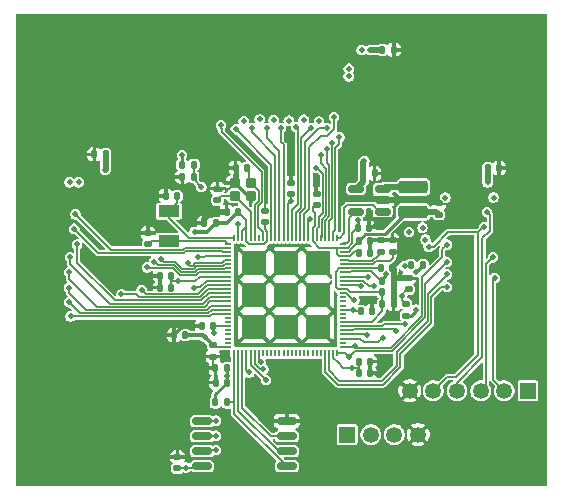
<source format=gbr>
%TF.GenerationSoftware,KiCad,Pcbnew,9.0.6*%
%TF.CreationDate,2026-01-01T11:49:18+08:00*%
%TF.ProjectId,soulcore,736f756c-636f-4726-952e-6b696361645f,rev?*%
%TF.SameCoordinates,Original*%
%TF.FileFunction,Copper,L1,Top*%
%TF.FilePolarity,Positive*%
%FSLAX46Y46*%
G04 Gerber Fmt 4.6, Leading zero omitted, Abs format (unit mm)*
G04 Created by KiCad (PCBNEW 9.0.6) date 2026-01-01 11:49:18*
%MOMM*%
%LPD*%
G01*
G04 APERTURE LIST*
G04 Aperture macros list*
%AMRoundRect*
0 Rectangle with rounded corners*
0 $1 Rounding radius*
0 $2 $3 $4 $5 $6 $7 $8 $9 X,Y pos of 4 corners*
0 Add a 4 corners polygon primitive as box body*
4,1,4,$2,$3,$4,$5,$6,$7,$8,$9,$2,$3,0*
0 Add four circle primitives for the rounded corners*
1,1,$1+$1,$2,$3*
1,1,$1+$1,$4,$5*
1,1,$1+$1,$6,$7*
1,1,$1+$1,$8,$9*
0 Add four rect primitives between the rounded corners*
20,1,$1+$1,$2,$3,$4,$5,0*
20,1,$1+$1,$4,$5,$6,$7,0*
20,1,$1+$1,$6,$7,$8,$9,0*
20,1,$1+$1,$8,$9,$2,$3,0*%
G04 Aperture macros list end*
%TA.AperFunction,SMDPad,CuDef*%
%ADD10RoundRect,0.135000X0.185000X-0.135000X0.185000X0.135000X-0.185000X0.135000X-0.185000X-0.135000X0*%
%TD*%
%TA.AperFunction,SMDPad,CuDef*%
%ADD11RoundRect,0.140000X-0.140000X-0.170000X0.140000X-0.170000X0.140000X0.170000X-0.140000X0.170000X0*%
%TD*%
%TA.AperFunction,SMDPad,CuDef*%
%ADD12RoundRect,0.140000X0.170000X-0.140000X0.170000X0.140000X-0.170000X0.140000X-0.170000X-0.140000X0*%
%TD*%
%TA.AperFunction,SMDPad,CuDef*%
%ADD13RoundRect,0.140000X0.140000X0.170000X-0.140000X0.170000X-0.140000X-0.170000X0.140000X-0.170000X0*%
%TD*%
%TA.AperFunction,ComponentPad*%
%ADD14C,4.400000*%
%TD*%
%TA.AperFunction,SMDPad,CuDef*%
%ADD15RoundRect,0.150000X0.512500X0.150000X-0.512500X0.150000X-0.512500X-0.150000X0.512500X-0.150000X0*%
%TD*%
%TA.AperFunction,SMDPad,CuDef*%
%ADD16R,1.800000X1.000000*%
%TD*%
%TA.AperFunction,SMDPad,CuDef*%
%ADD17RoundRect,0.162500X0.650000X0.162500X-0.650000X0.162500X-0.650000X-0.162500X0.650000X-0.162500X0*%
%TD*%
%TA.AperFunction,SMDPad,CuDef*%
%ADD18O,0.650000X0.200000*%
%TD*%
%TA.AperFunction,SMDPad,CuDef*%
%ADD19O,0.200000X0.650000*%
%TD*%
%TA.AperFunction,SMDPad,CuDef*%
%ADD20R,2.100000X2.100000*%
%TD*%
%TA.AperFunction,SMDPad,CuDef*%
%ADD21RoundRect,0.140000X-0.170000X0.140000X-0.170000X-0.140000X0.170000X-0.140000X0.170000X0.140000X0*%
%TD*%
%TA.AperFunction,ComponentPad*%
%ADD22R,1.350000X1.350000*%
%TD*%
%TA.AperFunction,ComponentPad*%
%ADD23C,1.350000*%
%TD*%
%TA.AperFunction,SMDPad,CuDef*%
%ADD24RoundRect,0.135000X0.135000X0.185000X-0.135000X0.185000X-0.135000X-0.185000X0.135000X-0.185000X0*%
%TD*%
%TA.AperFunction,SMDPad,CuDef*%
%ADD25RoundRect,0.250000X-1.000000X0.300000X-1.000000X-0.300000X1.000000X-0.300000X1.000000X0.300000X0*%
%TD*%
%TA.AperFunction,SMDPad,CuDef*%
%ADD26RoundRect,0.200000X-0.250000X-0.200000X0.250000X-0.200000X0.250000X0.200000X-0.250000X0.200000X0*%
%TD*%
%TA.AperFunction,SMDPad,CuDef*%
%ADD27RoundRect,0.135000X-0.135000X-0.185000X0.135000X-0.185000X0.135000X0.185000X-0.135000X0.185000X0*%
%TD*%
%TA.AperFunction,ViaPad*%
%ADD28C,0.500000*%
%TD*%
%TA.AperFunction,Conductor*%
%ADD29C,0.127500*%
%TD*%
%TA.AperFunction,Conductor*%
%ADD30C,0.500000*%
%TD*%
%TA.AperFunction,Conductor*%
%ADD31C,0.160000*%
%TD*%
%TA.AperFunction,Conductor*%
%ADD32C,0.262600*%
%TD*%
%TA.AperFunction,Conductor*%
%ADD33C,0.200000*%
%TD*%
%TA.AperFunction,Conductor*%
%ADD34C,0.138000*%
%TD*%
%TA.AperFunction,Conductor*%
%ADD35C,0.250000*%
%TD*%
%TA.AperFunction,Conductor*%
%ADD36C,0.360000*%
%TD*%
G04 APERTURE END LIST*
D10*
%TO.P,R3,2*%
%TO.N,IO35{slash}BOOT*%
X135550000Y-124565000D03*
%TO.P,R3,1*%
%TO.N,+3V3*%
X135550000Y-125585000D03*
%TD*%
D11*
%TO.P,C17,2*%
%TO.N,GND*%
X134510000Y-122620000D03*
%TO.P,C17,1*%
%TO.N,VDDO_FLASH*%
X133550000Y-122620000D03*
%TD*%
D12*
%TO.P,C8,2*%
%TO.N,GND*%
X125840000Y-114340000D03*
%TO.P,C8,1*%
%TO.N,+1V2*%
X125840000Y-115300000D03*
%TD*%
%TO.P,C9,2*%
%TO.N,GND*%
X127990000Y-115250000D03*
%TO.P,C9,1*%
%TO.N,+3V3*%
X127990000Y-116210000D03*
%TD*%
%TO.P,C25,1*%
%TO.N,IO1{slash}LSE*%
X113710000Y-119545000D03*
%TO.P,C25,2*%
%TO.N,GND*%
X113710000Y-118585000D03*
%TD*%
D11*
%TO.P,C26,1*%
%TO.N,VDDO_PSRAM*%
X133560000Y-124610000D03*
%TO.P,C26,2*%
%TO.N,GND*%
X134520000Y-124610000D03*
%TD*%
D12*
%TO.P,C19,1*%
%TO.N,VDDO3*%
X134420000Y-120150000D03*
%TO.P,C19,2*%
%TO.N,GND*%
X134420000Y-119190000D03*
%TD*%
D13*
%TO.P,C12,1*%
%TO.N,+3V3*%
X121330000Y-116785000D03*
%TO.P,C12,2*%
%TO.N,GND*%
X120370000Y-116785000D03*
%TD*%
D14*
%TO.P,H4,1,1*%
%TO.N,GND*%
X143500000Y-104000000D03*
%TD*%
D11*
%TO.P,C13,1*%
%TO.N,+3V3*%
X131460000Y-118120000D03*
%TO.P,C13,2*%
%TO.N,GND*%
X132420000Y-118120000D03*
%TD*%
%TO.P,C16,1*%
%TO.N,+3V3*%
X131550000Y-120240000D03*
%TO.P,C16,2*%
%TO.N,GND*%
X132510000Y-120240000D03*
%TD*%
D15*
%TO.P,U3,1,EN*%
%TO.N,EN_DCDC*%
X133600000Y-116765000D03*
%TO.P,U3,2,GND*%
%TO.N,GND*%
X133600000Y-115815000D03*
%TO.P,U3,3,SW*%
%TO.N,Net-(U3-SW)*%
X133600000Y-114865000D03*
%TO.P,U3,4,VIN*%
%TO.N,+3V3*%
X131325000Y-114865000D03*
%TO.P,U3,5,FB*%
%TO.N,FB_DCDC*%
X131325000Y-116765000D03*
%TD*%
D11*
%TO.P,C14,1*%
%TO.N,+3V3*%
X133570000Y-103075000D03*
%TO.P,C14,2*%
%TO.N,GND*%
X134530000Y-103075000D03*
%TD*%
D12*
%TO.P,C6,1*%
%TO.N,+3V3*%
X123590000Y-117660000D03*
%TO.P,C6,2*%
%TO.N,GND*%
X123590000Y-116700000D03*
%TD*%
D11*
%TO.P,C23,1*%
%TO.N,+3V3*%
X131740000Y-125190000D03*
%TO.P,C23,2*%
%TO.N,GND*%
X132700000Y-125190000D03*
%TD*%
D13*
%TO.P,C7,1*%
%TO.N,+3V3*%
X119440000Y-117725000D03*
%TO.P,C7,2*%
%TO.N,GND*%
X118480000Y-117725000D03*
%TD*%
D14*
%TO.P,H3,1,1*%
%TO.N,GND*%
X143500000Y-136000000D03*
%TD*%
D16*
%TO.P,Y2,1,1*%
%TO.N,IO0{slash}LSE*%
X115470000Y-116745000D03*
%TO.P,Y2,2,2*%
%TO.N,IO1{slash}LSE*%
X115470000Y-119245000D03*
%TD*%
D11*
%TO.P,C34,1*%
%TO.N,+3V3*%
X142480000Y-113090000D03*
%TO.P,C34,2*%
%TO.N,GND*%
X143440000Y-113090000D03*
%TD*%
D12*
%TO.P,C38,1*%
%TO.N,VDDO_FLASH*%
X116210000Y-138500000D03*
%TO.P,C38,2*%
%TO.N,GND*%
X116210000Y-137540000D03*
%TD*%
%TO.P,C35,1*%
%TO.N,IO35{slash}BOOT*%
X135775000Y-123355000D03*
%TO.P,C35,2*%
%TO.N,GND*%
X135775000Y-122395000D03*
%TD*%
D14*
%TO.P,H2,1,1*%
%TO.N,GND*%
X106500000Y-104000000D03*
%TD*%
D11*
%TO.P,C24,1*%
%TO.N,GND*%
X118295000Y-126450000D03*
%TO.P,C24,2*%
%TO.N,+3V3*%
X119255000Y-126450000D03*
%TD*%
D13*
%TO.P,C21,1*%
%TO.N,+3V3*%
X115705000Y-122200000D03*
%TO.P,C21,2*%
%TO.N,GND*%
X114745000Y-122200000D03*
%TD*%
%TO.P,C11,1*%
%TO.N,+3V3*%
X110130000Y-111920000D03*
%TO.P,C11,2*%
%TO.N,GND*%
X109170000Y-111920000D03*
%TD*%
D12*
%TO.P,C22,1*%
%TO.N,VDDO4*%
X133450000Y-120150000D03*
%TO.P,C22,2*%
%TO.N,GND*%
X133450000Y-119190000D03*
%TD*%
D11*
%TO.P,C27,1*%
%TO.N,VDDO_PSRAM*%
X133550000Y-123600000D03*
%TO.P,C27,2*%
%TO.N,GND*%
X134510000Y-123600000D03*
%TD*%
D13*
%TO.P,C28,1*%
%TO.N,+1V2*%
X116880000Y-127225000D03*
%TO.P,C28,2*%
%TO.N,GND*%
X115920000Y-127225000D03*
%TD*%
D17*
%TO.P,U2,1,~{CS}*%
%TO.N,FLASH_CS*%
X125477500Y-138322500D03*
%TO.P,U2,2,DO/IO_{1}*%
%TO.N,FLASH_Q*%
X125477500Y-137052500D03*
%TO.P,U2,3,~{WP}/IO_{2}*%
%TO.N,FLASH_WP*%
X125477500Y-135782500D03*
%TO.P,U2,4,GND*%
%TO.N,GND*%
X125477500Y-134512500D03*
%TO.P,U2,5,DI/IO_{0}*%
%TO.N,FLASH_D*%
X118302500Y-134512500D03*
%TO.P,U2,6,CLK*%
%TO.N,FLASH_CK*%
X118302500Y-135782500D03*
%TO.P,U2,7,~{HOLD}/~{RESET}/IO_{3}*%
%TO.N,FLASH_HD*%
X118302500Y-137052500D03*
%TO.P,U2,8,VCC*%
%TO.N,VDDO_FLASH*%
X118302500Y-138322500D03*
%TD*%
D18*
%TO.P,U1,1,GPIO1/ADC*%
%TO.N,IO1{slash}LSE*%
X120500000Y-119475000D03*
%TO.P,U1,2,GPIO2/ADC*%
%TO.N,IO2*%
X120500000Y-119825000D03*
%TO.P,U1,3,GPIO3/ADC*%
%TO.N,IO3*%
X120500000Y-120175000D03*
%TO.P,U1,4,GPIO4/ADC*%
%TO.N,IO4{slash}TRST*%
X120500000Y-120525000D03*
%TO.P,U1,5,GPIO5/ADC*%
%TO.N,IO5{slash}TDI*%
X120500000Y-120875000D03*
%TO.P,U1,6,GPIO6/ADC*%
%TO.N,IO6{slash}SWDIO*%
X120500000Y-121225000D03*
%TO.P,U1,7,GPIO7/ADC*%
%TO.N,IO7{slash}SWCLK*%
X120500000Y-121575000D03*
%TO.P,U1,8,GPIO8/ADC*%
%TO.N,IO8{slash}BOOT*%
X120500000Y-121925000D03*
%TO.P,U1,9,VDD_LP*%
%TO.N,+3V3*%
X120500000Y-122275000D03*
%TO.P,U1,10,GPIO9/ADC*%
%TO.N,IO9{slash}nRST*%
X120500000Y-122625000D03*
%TO.P,U1,11,GPIO10/ADC*%
%TO.N,IO10{slash}TDO*%
X120500000Y-122975000D03*
%TO.P,U1,12,GPIO11/ADC*%
%TO.N,IO11{slash}nRST*%
X120500000Y-123325000D03*
%TO.P,U1,13,GPIO12/ADC*%
%TO.N,IO12*%
X120500000Y-123675000D03*
%TO.P,U1,14,GPIO13/ADC*%
%TO.N,IO13*%
X120500000Y-124025000D03*
%TO.P,U1,15,GPIO14/ADC*%
%TO.N,IO14{slash}UART_TX*%
X120500000Y-124375000D03*
%TO.P,U1,16,GPIO15/ADC*%
%TO.N,IO15{slash}UART_RX*%
X120500000Y-124725000D03*
%TO.P,U1,17,GPIO16/ADC*%
%TO.N,IO16*%
X120500000Y-125075000D03*
%TO.P,U1,18,GPIO17/ADC*%
%TO.N,IO17*%
X120500000Y-125425000D03*
%TO.P,U1,19,GPIO18/ADC*%
%TO.N,unconnected-(U1-GPIO18{slash}ADC-Pad19)*%
X120500000Y-125775000D03*
%TO.P,U1,20,GPIO19/ADC*%
%TO.N,unconnected-(U1-GPIO19{slash}ADC-Pad20)*%
X120500000Y-126125000D03*
%TO.P,U1,21,VDD_IO_0*%
%TO.N,+3V3*%
X120500000Y-126475000D03*
%TO.P,U1,22,GPIO20/ADC*%
%TO.N,unconnected-(U1-GPIO20{slash}ADC-Pad22)*%
X120500000Y-126825000D03*
%TO.P,U1,23,GPIO21/ADC*%
%TO.N,unconnected-(U1-GPIO21{slash}ADC-Pad23)*%
X120500000Y-127175000D03*
%TO.P,U1,24,GPIO22/ADC*%
%TO.N,unconnected-(U1-GPIO22{slash}ADC-Pad24)*%
X120500000Y-127525000D03*
%TO.P,U1,25,GPIO23/ADC*%
%TO.N,unconnected-(U1-GPIO23{slash}ADC-Pad25)*%
X120500000Y-127875000D03*
%TO.P,U1,26,VDD_HP_0*%
%TO.N,+1V2*%
X120500000Y-128225000D03*
D19*
%TO.P,U1,27,FLASH_CS*%
%TO.N,FLASH_CS*%
X121000000Y-128725000D03*
%TO.P,U1,28,FLASH_Q*%
%TO.N,FLASH_Q*%
X121350000Y-128725000D03*
%TO.P,U1,29,FLASH_WP*%
%TO.N,FLASH_WP*%
X121700000Y-128725000D03*
%TO.P,U1,30,VDD_FLASH_IO*%
%TO.N,VDDO_FLASH*%
X122050000Y-128725000D03*
%TO.P,U1,31,FLASH_HOLD*%
%TO.N,FLASH_HD*%
X122400000Y-128725000D03*
%TO.P,U1,32,FLASH_CK*%
%TO.N,FLASH_CK*%
X122750000Y-128725000D03*
%TO.P,U1,33,FLASH_D*%
%TO.N,FLASH_D*%
X123100000Y-128725000D03*
%TO.P,U1,34,DSI_REXT*%
%TO.N,unconnected-(U1-DSI_REXT-Pad34)*%
X123450000Y-128725000D03*
%TO.P,U1,35,DSI_DATAP1*%
%TO.N,unconnected-(U1-DSI_DATAP1-Pad35)*%
X123800000Y-128725000D03*
%TO.P,U1,36,DSI_DATAN1*%
%TO.N,unconnected-(U1-DSI_DATAN1-Pad36)*%
X124150000Y-128725000D03*
%TO.P,U1,37,DSI_CLKN*%
%TO.N,unconnected-(U1-DSI_CLKN-Pad37)*%
X124500000Y-128725000D03*
%TO.P,U1,38,DSI_CLKP*%
%TO.N,unconnected-(U1-DSI_CLKP-Pad38)*%
X124850000Y-128725000D03*
%TO.P,U1,39,DSI_DATAP0*%
%TO.N,unconnected-(U1-DSI_DATAP0-Pad39)*%
X125200000Y-128725000D03*
%TO.P,U1,40,DSI_DATAN0*%
%TO.N,unconnected-(U1-DSI_DATAN0-Pad40)*%
X125550000Y-128725000D03*
%TO.P,U1,41,VDD_MIPI_DPHY*%
%TO.N,unconnected-(U1-VDD_MIPI_DPHY-Pad41)*%
X125900000Y-128725000D03*
%TO.P,U1,42,CSI_DATAN0*%
%TO.N,unconnected-(U1-CSI_DATAN0-Pad42)*%
X126250000Y-128725000D03*
%TO.P,U1,43,CSI_DATAP0*%
%TO.N,unconnected-(U1-CSI_DATAP0-Pad43)*%
X126600000Y-128725000D03*
%TO.P,U1,44,CSI_CLKP*%
%TO.N,unconnected-(U1-CSI_CLKP-Pad44)*%
X126950000Y-128725000D03*
%TO.P,U1,45,CSI_CLKN*%
%TO.N,unconnected-(U1-CSI_CLKN-Pad45)*%
X127300000Y-128725000D03*
%TO.P,U1,46,CSI_DATAN1*%
%TO.N,unconnected-(U1-CSI_DATAN1-Pad46)*%
X127650000Y-128725000D03*
%TO.P,U1,47,CSI_DATAP1*%
%TO.N,unconnected-(U1-CSI_DATAP1-Pad47)*%
X128000000Y-128725000D03*
%TO.P,U1,48,CSI_REXT*%
%TO.N,unconnected-(U1-CSI_REXT-Pad48)*%
X128350000Y-128725000D03*
%TO.P,U1,49,USB-DM*%
%TO.N,USB_D-*%
X128700000Y-128725000D03*
%TO.P,U1,50,USB-DP*%
%TO.N,USB_D+*%
X129050000Y-128725000D03*
%TO.P,U1,51,VDD_USBPHY*%
%TO.N,+3V3*%
X129400000Y-128725000D03*
%TO.P,U1,52,GPIO24/ADC/USB*%
%TO.N,JTAG_D-*%
X129750000Y-128725000D03*
D18*
%TO.P,U1,53,GPIO25/ADC/USB*%
%TO.N,JTAG_D+*%
X130250000Y-128225000D03*
%TO.P,U1,54,NC*%
%TO.N,unconnected-(U1-NC-Pad54)*%
X130250000Y-127875000D03*
%TO.P,U1,55,GPIO26/ADC/USB*%
%TO.N,IO26*%
X130250000Y-127525000D03*
%TO.P,U1,56,GPIO27/ADC/USB*%
%TO.N,IO27*%
X130250000Y-127175000D03*
%TO.P,U1,57,GPIO28*%
%TO.N,IO28*%
X130250000Y-126825000D03*
%TO.P,U1,58,GPIO29*%
%TO.N,IO29*%
X130250000Y-126475000D03*
%TO.P,U1,59,VDD_PSRAM_0*%
%TO.N,VDDO_PSRAM*%
X130250000Y-126125000D03*
%TO.P,U1,60,GPIO30*%
%TO.N,unconnected-(U1-GPIO30-Pad60)*%
X130250000Y-125775000D03*
%TO.P,U1,61,GPIO31*%
%TO.N,unconnected-(U1-GPIO31-Pad61)*%
X130250000Y-125425000D03*
%TO.P,U1,62,VDD_IO_4*%
%TO.N,+3V3*%
X130250000Y-125075000D03*
%TO.P,U1,63,GPIO32*%
%TO.N,unconnected-(U1-GPIO32-Pad63)*%
X130250000Y-124725000D03*
%TO.P,U1,64,GPIO33*%
%TO.N,unconnected-(U1-GPIO33-Pad64)*%
X130250000Y-124375000D03*
%TO.P,U1,65,GPIO34*%
%TO.N,unconnected-(U1-GPIO34-Pad65)*%
X130250000Y-124025000D03*
%TO.P,U1,66,GPIO35*%
%TO.N,IO35{slash}BOOT*%
X130250000Y-123675000D03*
%TO.P,U1,67,VDD_PSRAM_1*%
%TO.N,VDDO_PSRAM*%
X130250000Y-123325000D03*
%TO.P,U1,68,GPIO36*%
%TO.N,Net-(U1-GPIO36)*%
X130250000Y-122975000D03*
%TO.P,U1,69,GPIO37*%
%TO.N,IO37{slash}U0TXD*%
X130250000Y-122625000D03*
%TO.P,U1,70,GPIO38*%
%TO.N,IO38{slash}U0RXD*%
X130250000Y-122275000D03*
%TO.P,U1,71,VDDO_FLASH*%
%TO.N,VDDO_FLASH*%
X130250000Y-121925000D03*
%TO.P,U1,72,VDDO_PSRAM*%
%TO.N,VDDO_PSRAM*%
X130250000Y-121575000D03*
%TO.P,U1,73,VDDO_3*%
%TO.N,VDDO3*%
X130250000Y-121225000D03*
%TO.P,U1,74,VDDO_4*%
%TO.N,VDDO4*%
X130250000Y-120875000D03*
%TO.P,U1,75,VDD_LDO*%
%TO.N,+3V3*%
X130250000Y-120525000D03*
%TO.P,U1,76,VDD_HP_2*%
%TO.N,+1V2*%
X130250000Y-120175000D03*
%TO.P,U1,77,VDD_DCDCC*%
%TO.N,+3V3*%
X130250000Y-119825000D03*
%TO.P,U1,78,FB_DCDC*%
%TO.N,FB_DCDC*%
X130250000Y-119475000D03*
D19*
%TO.P,U1,79,EN_DCDC*%
%TO.N,EN_DCDC*%
X129750000Y-118975000D03*
%TO.P,U1,80,GPIO39*%
%TO.N,IO39{slash}SDDAT0*%
X129400000Y-118975000D03*
%TO.P,U1,81,GPIO40*%
%TO.N,IO40{slash}SDDAT1*%
X129050000Y-118975000D03*
%TO.P,U1,82,GPIO41*%
%TO.N,IO41{slash}SDDAT2*%
X128700000Y-118975000D03*
%TO.P,U1,83,GPIO42*%
%TO.N,IO42{slash}SDDAT3*%
X128350000Y-118975000D03*
%TO.P,U1,84,GPIO43*%
%TO.N,IO43{slash}SDCLK*%
X128000000Y-118975000D03*
%TO.P,U1,85,VDD_IO_5*%
%TO.N,+3V3*%
X127650000Y-118975000D03*
%TO.P,U1,86,GPIO44*%
%TO.N,IO44{slash}SDCMD*%
X127300000Y-118975000D03*
%TO.P,U1,87,GPIO45*%
%TO.N,IO45{slash}SDDET*%
X126950000Y-118975000D03*
%TO.P,U1,88,GPIO46*%
%TO.N,IO46*%
X126600000Y-118975000D03*
%TO.P,U1,89,GPIO47*%
%TO.N,IO47*%
X126250000Y-118975000D03*
%TO.P,U1,90,GPIO48*%
%TO.N,IO48*%
X125900000Y-118975000D03*
%TO.P,U1,91,VDD_HP_3*%
%TO.N,+1V2*%
X125550000Y-118975000D03*
%TO.P,U1,92,GPIO49/ADC*%
%TO.N,IO49*%
X125200000Y-118975000D03*
%TO.P,U1,93,GPIO50/ADC*%
%TO.N,IO50*%
X124850000Y-118975000D03*
%TO.P,U1,94,GPIO51/ADC*%
%TO.N,IO51*%
X124500000Y-118975000D03*
%TO.P,U1,95,GPIO52/ADC*%
%TO.N,IO52*%
X124150000Y-118975000D03*
%TO.P,U1,96,VDD_IO_6*%
%TO.N,+3V3*%
X123800000Y-118975000D03*
%TO.P,U1,97,GPIO53/ADC*%
%TO.N,IO53*%
X123450000Y-118975000D03*
%TO.P,U1,98,GPIO54/ADC*%
%TO.N,unconnected-(U1-GPIO54{slash}ADC-Pad98)*%
X123100000Y-118975000D03*
%TO.P,U1,99,XTAL_N*%
%TO.N,XTAL_N*%
X122750000Y-118975000D03*
%TO.P,U1,100,XTAL_P*%
%TO.N,XTAL_P*%
X122400000Y-118975000D03*
%TO.P,U1,101,VDD_ANA*%
%TO.N,+3V3*%
X122050000Y-118975000D03*
%TO.P,U1,102,VDD_BAT*%
X121700000Y-118975000D03*
%TO.P,U1,103,CHIP_PU*%
%TO.N,CHIP_PU*%
X121350000Y-118975000D03*
%TO.P,U1,104,GPIO0/ADC*%
%TO.N,IO0{slash}LSE*%
X121000000Y-118975000D03*
D20*
%TO.P,U1,105,GND*%
%TO.N,GND*%
X122675000Y-121150000D03*
X122675000Y-123850000D03*
X122675000Y-126550000D03*
X125375000Y-121150000D03*
X125375000Y-123850000D03*
X125375000Y-126550000D03*
X128075000Y-121150000D03*
X128075000Y-123850000D03*
X128075000Y-126550000D03*
%TD*%
D11*
%TO.P,C15,1*%
%TO.N,+1V2*%
X131560000Y-119230000D03*
%TO.P,C15,2*%
%TO.N,GND*%
X132520000Y-119230000D03*
%TD*%
D13*
%TO.P,C20,1*%
%TO.N,+3V3*%
X115705000Y-123200000D03*
%TO.P,C20,2*%
%TO.N,GND*%
X114745000Y-123200000D03*
%TD*%
D21*
%TO.P,C29,1*%
%TO.N,+1V2*%
X119225000Y-128095000D03*
%TO.P,C29,2*%
%TO.N,GND*%
X119225000Y-129055000D03*
%TD*%
D13*
%TO.P,C31,1*%
%TO.N,VDDO_FLASH*%
X120390000Y-130020000D03*
%TO.P,C31,2*%
%TO.N,GND*%
X119430000Y-130020000D03*
%TD*%
D11*
%TO.P,C10,1*%
%TO.N,GND*%
X115220000Y-115445000D03*
%TO.P,C10,2*%
%TO.N,IO0{slash}LSE*%
X116180000Y-115445000D03*
%TD*%
D13*
%TO.P,C36,1*%
%TO.N,CHIP_PU*%
X117580000Y-113825000D03*
%TO.P,C36,2*%
%TO.N,GND*%
X116620000Y-113825000D03*
%TD*%
D22*
%TO.P,J2,1,Pin_1*%
%TO.N,+3V3*%
X145880000Y-131940000D03*
D23*
%TO.P,J2,2,Pin_2*%
%TO.N,IO37{slash}U0TXD*%
X143880000Y-131940000D03*
%TO.P,J2,3,Pin_3*%
%TO.N,IO38{slash}U0RXD*%
X141880000Y-131940000D03*
%TO.P,J2,4,Pin_4*%
%TO.N,CHIP_PU*%
X139880000Y-131940000D03*
%TO.P,J2,5,Pin_5*%
%TO.N,IO35{slash}BOOT*%
X137880000Y-131940000D03*
%TO.P,J2,6,Pin_6*%
%TO.N,GND*%
X135880000Y-131940000D03*
%TD*%
D24*
%TO.P,R1,1*%
%TO.N,+3V3*%
X137010000Y-121300000D03*
%TO.P,R1,2*%
%TO.N,Net-(U1-GPIO36)*%
X135990000Y-121300000D03*
%TD*%
D25*
%TO.P,L1,1,1*%
%TO.N,Net-(U3-SW)*%
X136172500Y-114695000D03*
%TO.P,L1,2,2*%
%TO.N,+1V2*%
X136172500Y-116795000D03*
%TD*%
D26*
%TO.P,Y1,1,1*%
%TO.N,XTAL_P*%
X121050000Y-115460000D03*
%TO.P,Y1,2,2*%
%TO.N,GND*%
X122450000Y-115460000D03*
%TO.P,Y1,3,3*%
%TO.N,XTAL_N*%
X122450000Y-114360000D03*
%TO.P,Y1,4,4*%
%TO.N,GND*%
X121050000Y-114360000D03*
%TD*%
D11*
%TO.P,C1,1*%
%TO.N,+3V3*%
X131940000Y-113535000D03*
%TO.P,C1,2*%
%TO.N,GND*%
X132900000Y-113535000D03*
%TD*%
%TO.P,C33,1*%
%TO.N,+3V3*%
X131545000Y-130450000D03*
%TO.P,C33,2*%
%TO.N,GND*%
X132505000Y-130450000D03*
%TD*%
D12*
%TO.P,C3,1*%
%TO.N,+1V2*%
X138350000Y-117030000D03*
%TO.P,C3,2*%
%TO.N,GND*%
X138350000Y-116070000D03*
%TD*%
D13*
%TO.P,C5,1*%
%TO.N,XTAL_N*%
X122100000Y-113060000D03*
%TO.P,C5,2*%
%TO.N,GND*%
X121140000Y-113060000D03*
%TD*%
D11*
%TO.P,C18,1*%
%TO.N,VDDO_PSRAM*%
X133410000Y-121520000D03*
%TO.P,C18,2*%
%TO.N,GND*%
X134370000Y-121520000D03*
%TD*%
D21*
%TO.P,C4,1*%
%TO.N,GND*%
X119600000Y-114830000D03*
%TO.P,C4,2*%
%TO.N,XTAL_P*%
X119600000Y-115790000D03*
%TD*%
D27*
%TO.P,R2,1*%
%TO.N,+3V3*%
X116590000Y-112800000D03*
%TO.P,R2,2*%
%TO.N,CHIP_PU*%
X117610000Y-112800000D03*
%TD*%
D11*
%TO.P,C32,1*%
%TO.N,+3V3*%
X131545000Y-129475000D03*
%TO.P,C32,2*%
%TO.N,GND*%
X132505000Y-129475000D03*
%TD*%
D14*
%TO.P,H1,1,1*%
%TO.N,GND*%
X106500000Y-136000000D03*
%TD*%
D22*
%TO.P,J5,1,Pin_1*%
%TO.N,+3V3*%
X130580000Y-135650000D03*
D23*
%TO.P,J5,2,Pin_2*%
%TO.N,JTAG_D-*%
X132580000Y-135650000D03*
%TO.P,J5,3,Pin_3*%
%TO.N,JTAG_D+*%
X134580000Y-135650000D03*
%TO.P,J5,4,Pin_4*%
%TO.N,GND*%
X136580000Y-135650000D03*
%TD*%
D13*
%TO.P,C30,1*%
%TO.N,VDDO_FLASH*%
X120420000Y-131250000D03*
%TO.P,C30,2*%
%TO.N,GND*%
X119460000Y-131250000D03*
%TD*%
D24*
%TO.P,R11,1*%
%TO.N,FLASH_CS*%
X120435000Y-132925000D03*
%TO.P,R11,2*%
%TO.N,VDDO_FLASH*%
X119415000Y-132925000D03*
%TD*%
D28*
%TO.N,GND*%
X136410000Y-128980000D03*
X130030000Y-132160000D03*
X136300000Y-124100000D03*
X129400000Y-127800000D03*
X126700000Y-127900000D03*
X124000000Y-127900000D03*
%TO.N,+3V3*%
X131800000Y-103075000D03*
%TO.N,GND*%
X134400000Y-101800000D03*
X134600000Y-104200000D03*
X135600000Y-103000000D03*
X118000000Y-103000000D03*
X146600000Y-119400000D03*
X143400000Y-112000000D03*
X144600000Y-113000000D03*
%TO.N,+3V3*%
X142480000Y-113730000D03*
%TO.N,GND*%
X111000000Y-116200000D03*
X111200000Y-117400000D03*
X111200000Y-118800000D03*
X113800000Y-117400000D03*
X115000000Y-118000000D03*
X113500000Y-115500000D03*
X115250000Y-114250000D03*
X121000000Y-112000000D03*
X119250000Y-113750000D03*
X121250000Y-128000000D03*
X121250000Y-125250000D03*
X121250000Y-122500000D03*
X121250000Y-119750000D03*
X126750000Y-119750000D03*
X124250000Y-119750000D03*
X129500000Y-125250000D03*
X126750000Y-125250000D03*
X124000000Y-125250000D03*
X118000000Y-129000000D03*
X120250000Y-129000000D03*
X118500000Y-130000000D03*
X118500000Y-131250000D03*
X123750000Y-134000000D03*
X126500000Y-132000000D03*
X125500000Y-132000000D03*
X125500000Y-131000000D03*
X126500000Y-131000000D03*
X127500000Y-131000000D03*
X127500000Y-130000000D03*
X126500000Y-130000000D03*
X125500000Y-130000000D03*
X124250000Y-133000000D03*
X124250000Y-132000000D03*
X124500000Y-130000000D03*
X115750000Y-128500000D03*
X114750000Y-127250000D03*
X104500000Y-130750000D03*
X132750000Y-133250000D03*
X136000000Y-133750000D03*
X140750000Y-133000000D03*
X138750000Y-125750000D03*
X140500000Y-126750000D03*
X146500000Y-125750000D03*
X144500000Y-127000000D03*
X146500000Y-124500000D03*
X119250000Y-101000000D03*
X118500000Y-109000000D03*
X118000000Y-107000000D03*
X109250000Y-111000000D03*
X109000000Y-113000000D03*
X111500000Y-113500000D03*
X103500000Y-115500000D03*
X107500000Y-115500000D03*
X121500000Y-136000000D03*
X123500000Y-138000000D03*
X120500000Y-138000000D03*
X116500000Y-134500000D03*
X122500000Y-138000000D03*
X121500000Y-138000000D03*
X122500000Y-137000000D03*
X127000000Y-134500000D03*
X125500000Y-133000000D03*
X121500000Y-137000000D03*
X130500000Y-112000000D03*
X134000000Y-112500000D03*
X134000000Y-113500000D03*
X137330000Y-115815000D03*
X136710000Y-115815000D03*
X136060000Y-115815000D03*
X135470000Y-115815000D03*
X134800000Y-115815000D03*
%TO.N,IO35{slash}BOOT*%
X135220000Y-123890000D03*
%TO.N,VDDO_FLASH*%
X133850000Y-122080000D03*
X116970000Y-138440000D03*
%TO.N,GND*%
X138130000Y-128580000D03*
X144450000Y-128830000D03*
%TO.N,+3V3*%
X132525000Y-103075000D03*
%TO.N,GND*%
X135040000Y-119210000D03*
X133050000Y-117870000D03*
%TO.N,+3V3*%
X131460000Y-117450000D03*
%TO.N,GND*%
X126730000Y-122500000D03*
X124010000Y-122490000D03*
%TO.N,+3V3*%
X131050000Y-125075000D03*
%TO.N,JTAG_D+*%
X139010000Y-119570000D03*
%TO.N,GND*%
X132690000Y-124450000D03*
%TO.N,+3V3*%
X131000000Y-129975000D03*
%TO.N,GND*%
X133140000Y-130480000D03*
X134160000Y-129140000D03*
X125830000Y-110770000D03*
X127980000Y-114220000D03*
%TO.N,+1V2*%
X125830000Y-115850000D03*
%TO.N,+3V3*%
X116230000Y-122680000D03*
X117660000Y-118470000D03*
%TO.N,GND*%
X120570000Y-104980000D03*
X119285000Y-104940000D03*
%TO.N,+3V3*%
X130715000Y-105320000D03*
X130715000Y-104680000D03*
%TO.N,+1V2*%
X137700000Y-116795000D03*
%TO.N,IO28*%
X138900000Y-115600000D03*
%TO.N,+3V3*%
X142470000Y-114290000D03*
X136413200Y-121896800D03*
%TO.N,VDDO_FLASH*%
X120390000Y-130670000D03*
X122290000Y-130390000D03*
%TO.N,FLASH_HD*%
X123700000Y-131040000D03*
%TO.N,FLASH_CK*%
X123480000Y-130120000D03*
%TO.N,FLASH_D*%
X123245000Y-129515000D03*
%TO.N,IO35{slash}BOOT*%
X142180000Y-118090000D03*
%TO.N,CHIP_PU*%
X142430000Y-116825000D03*
%TO.N,IO29*%
X142970000Y-115580000D03*
%TO.N,IO26*%
X133610000Y-127450000D03*
%TO.N,IO27*%
X132270000Y-127250000D03*
%TO.N,IO29*%
X135470000Y-126300000D03*
%TO.N,IO28*%
X134720000Y-126920000D03*
%TO.N,FLASH_HD*%
X119470000Y-136970000D03*
%TO.N,FLASH_CK*%
X119470000Y-135750000D03*
%TO.N,FLASH_D*%
X119480000Y-134470000D03*
%TO.N,+3V3*%
X136400000Y-125080000D03*
%TO.N,JTAG_D-*%
X130730000Y-129080000D03*
%TO.N,JTAG_D+*%
X131240000Y-128120000D03*
%TO.N,IO38{slash}U0RXD*%
X132305000Y-122275000D03*
%TO.N,Net-(U1-GPIO36)*%
X135440000Y-121370000D03*
%TO.N,IO37{slash}U0TXD*%
X132810000Y-123100000D03*
%TO.N,Net-(U1-GPIO36)*%
X131710000Y-123100000D03*
%TO.N,JTAG_D-*%
X139020000Y-121040000D03*
%TO.N,USB_D-*%
X139010000Y-123140000D03*
%TO.N,USB_D+*%
X139030000Y-122090000D03*
%TO.N,IO38{slash}U0RXD*%
X142930000Y-120635000D03*
%TO.N,IO37{slash}U0TXD*%
X143065000Y-122405000D03*
%TO.N,IO35{slash}BOOT*%
X131200000Y-124260000D03*
%TO.N,GND*%
X132410000Y-115675000D03*
X131680000Y-115675000D03*
X130975000Y-115675000D03*
%TO.N,+3V3*%
X131940000Y-114150000D03*
X132030000Y-112480000D03*
%TO.N,IO35{slash}BOOT*%
X137480000Y-119740000D03*
%TO.N,IO26*%
X137210000Y-119150000D03*
%TO.N,IO27*%
X136960000Y-118140000D03*
%TO.N,CHIP_PU*%
X135810000Y-118500000D03*
X121350000Y-117800000D03*
%TO.N,IO39{slash}SDDAT0*%
X129910000Y-110480000D03*
%TO.N,IO40{slash}SDDAT1*%
X129330000Y-110950000D03*
%TO.N,IO41{slash}SDDAT2*%
X128840000Y-111460000D03*
%TO.N,IO42{slash}SDDAT3*%
X128340000Y-111940000D03*
%TO.N,IO43{slash}SDCLK*%
X127960000Y-113080000D03*
%TO.N,IO44{slash}SDCMD*%
X127415000Y-117425000D03*
%TO.N,IO45{slash}SDDET*%
X129470000Y-108790000D03*
%TO.N,IO46*%
X128850000Y-109710000D03*
%TO.N,IO47*%
X127500000Y-109720000D03*
%TO.N,IO48*%
X126280000Y-109610000D03*
%TO.N,IO49*%
X124970000Y-109710000D03*
%TO.N,IO50*%
X123800000Y-109720000D03*
%TO.N,IO51*%
X122480000Y-109690000D03*
%TO.N,IO52*%
X121150000Y-109800000D03*
%TO.N,IO53*%
X119900000Y-109460000D03*
%TO.N,GND*%
X116627500Y-126517500D03*
X112650000Y-122020000D03*
%TO.N,IO4{slash}TRST*%
X117910000Y-120630000D03*
%TO.N,IO5{slash}TDI*%
X117110000Y-121110000D03*
%TO.N,IO6{slash}SWDIO*%
X114832847Y-120768871D03*
%TO.N,IO7{slash}SWCLK*%
X114250000Y-121000000D03*
%TO.N,IO8{slash}BOOT*%
X113640000Y-121490000D03*
%TO.N,IO9{slash}nRST*%
X117590000Y-123250000D03*
%TO.N,IO10{slash}TDO*%
X113180000Y-123440000D03*
%TO.N,IO11{slash}nRST*%
X111470000Y-123790000D03*
%TO.N,+3V3*%
X119335000Y-127055000D03*
%TO.N,+1V2*%
X118502500Y-127372500D03*
%TO.N,IO17*%
X107161000Y-125639000D03*
%TO.N,IO16*%
X107030000Y-124445000D03*
%TO.N,IO15{slash}UART_RX*%
X107050000Y-123200000D03*
%TO.N,IO14{slash}UART_TX*%
X107040000Y-121900000D03*
%TO.N,IO13*%
X107120000Y-120640000D03*
%TO.N,IO12*%
X107705000Y-119555000D03*
%TO.N,IO3*%
X107470000Y-118225000D03*
%TO.N,IO2*%
X107575000Y-117000000D03*
%TO.N,+3V3*%
X116590000Y-111970000D03*
%TO.N,GND*%
X120555000Y-108500000D03*
%TO.N,IO42{slash}SDDAT3*%
X124350000Y-109010000D03*
%TO.N,IO41{slash}SDDAT2*%
X125635000Y-109080000D03*
%TO.N,IO40{slash}SDDAT1*%
X126900000Y-109000000D03*
%TO.N,IO39{slash}SDDAT0*%
X128180000Y-109140000D03*
%TO.N,IO43{slash}SDCLK*%
X123166397Y-108970000D03*
%TO.N,IO44{slash}SDCMD*%
X121825000Y-109105000D03*
%TO.N,+3V3*%
X107840000Y-114285000D03*
X107090000Y-114285000D03*
X110110000Y-113260000D03*
%TO.N,CHIP_PU*%
X118230000Y-114680000D03*
%TD*%
D29*
%TO.N,USB_D+*%
X139030000Y-122163422D02*
X137430000Y-123763422D01*
X137430000Y-123763422D02*
X137430000Y-126013422D01*
X133507172Y-131086250D02*
X129917828Y-131086250D01*
X137430000Y-126013422D02*
X134761250Y-128682172D01*
X134761250Y-128682172D02*
X134761250Y-129832172D01*
X139030000Y-122090000D02*
X139030000Y-122163422D01*
X134761250Y-129832172D02*
X133507172Y-131086250D01*
X129917828Y-131086250D02*
X129050000Y-130218422D01*
X129050000Y-130218422D02*
X129050000Y-128725000D01*
%TO.N,USB_D-*%
X139010000Y-123140000D02*
X138516578Y-123140000D01*
X138516578Y-123140000D02*
X137688750Y-123967828D01*
X135088750Y-128817828D02*
X135088750Y-129967828D01*
X137688750Y-123967828D02*
X137688750Y-126217828D01*
X137688750Y-126217828D02*
X135088750Y-128817828D01*
X135088750Y-129967828D02*
X133642828Y-131413750D01*
X133642828Y-131413750D02*
X129782172Y-131413750D01*
X129782172Y-131413750D02*
X128736250Y-130367828D01*
X128736250Y-128761250D02*
X128700000Y-128725000D01*
X128736250Y-130367828D02*
X128736250Y-128761250D01*
%TO.N,IO38{slash}U0RXD*%
X142930000Y-120635000D02*
X142330000Y-121235000D01*
X142330000Y-121235000D02*
X142330000Y-131490000D01*
X142330000Y-131490000D02*
X141880000Y-131940000D01*
D30*
%TO.N,GND*%
X135775000Y-122395000D02*
X134735000Y-122395000D01*
X134735000Y-122395000D02*
X134510000Y-122620000D01*
X134370000Y-121520000D02*
X134520000Y-121670000D01*
X134520000Y-121670000D02*
X134520000Y-124610000D01*
X135040000Y-119210000D02*
X135081000Y-119251000D01*
X135081000Y-119251000D02*
X135081000Y-120809000D01*
X135081000Y-120809000D02*
X134370000Y-121520000D01*
D29*
%TO.N,Net-(U1-GPIO36)*%
X135920000Y-121370000D02*
X135990000Y-121300000D01*
X135440000Y-121370000D02*
X135920000Y-121370000D01*
%TO.N,IO35{slash}BOOT*%
X135775000Y-123355000D02*
X135675000Y-123355000D01*
X135675000Y-123355000D02*
X135140000Y-123890000D01*
D31*
X135220000Y-123890000D02*
X135220000Y-124235000D01*
X135220000Y-124235000D02*
X135550000Y-124565000D01*
X135220000Y-123890000D02*
X135140000Y-123890000D01*
D29*
X135775000Y-123355000D02*
X135775000Y-123395000D01*
X135280000Y-123890000D02*
X135140000Y-123890000D01*
D32*
%TO.N,VDDO_FLASH*%
X133850000Y-122080000D02*
X133850000Y-122160000D01*
X133850000Y-122160000D02*
X133550000Y-122460000D01*
X133550000Y-122460000D02*
X133550000Y-122620000D01*
D29*
%TO.N,Net-(U1-GPIO36)*%
X130265000Y-122990000D02*
X130250000Y-122975000D01*
X131710000Y-123100000D02*
X131600000Y-122990000D01*
X131600000Y-122990000D02*
X130265000Y-122990000D01*
D33*
%TO.N,VDDO_PSRAM*%
X130250000Y-123325000D02*
X130575000Y-123325000D01*
X130860022Y-123600000D02*
X133550000Y-123600000D01*
X130575000Y-123325000D02*
X130628000Y-123378000D01*
X130638022Y-123378000D02*
X130860022Y-123600000D01*
X130628000Y-123378000D02*
X130638022Y-123378000D01*
D34*
%TO.N,IO35{slash}BOOT*%
X131200000Y-124260000D02*
X131100000Y-124260000D01*
X131100000Y-124260000D02*
X130515000Y-123675000D01*
X130515000Y-123675000D02*
X130250000Y-123675000D01*
D33*
%TO.N,VDDO_FLASH*%
X116210000Y-138500000D02*
X116910000Y-138500000D01*
X116910000Y-138500000D02*
X116970000Y-138440000D01*
X116970000Y-138440000D02*
X118185000Y-138440000D01*
X118185000Y-138440000D02*
X118302500Y-138322500D01*
D30*
%TO.N,+3V3*%
X133570000Y-103075000D02*
X132525000Y-103075000D01*
D33*
X127650000Y-118975000D02*
X127650000Y-119290000D01*
X127650000Y-119290000D02*
X128185000Y-119825000D01*
X128185000Y-119825000D02*
X130250000Y-119825000D01*
D34*
X129720000Y-119825000D02*
X129720000Y-120390000D01*
X129720000Y-120390000D02*
X129855000Y-120525000D01*
X129855000Y-120525000D02*
X130250000Y-120525000D01*
D33*
X122050000Y-118975000D02*
X122050000Y-119275678D01*
X122275322Y-119501000D02*
X123574678Y-119501000D01*
X123574678Y-119501000D02*
X123800000Y-119275678D01*
X122050000Y-119275678D02*
X122275322Y-119501000D01*
X123800000Y-119275678D02*
X123800000Y-118975000D01*
D31*
X123590000Y-117590000D02*
X123590000Y-118260000D01*
X123590000Y-118260000D02*
X123800000Y-118470000D01*
X123800000Y-118470000D02*
X123800000Y-118975000D01*
%TO.N,GND*%
X123590000Y-113265687D02*
X123627250Y-113302938D01*
X120555000Y-109885237D02*
X123590000Y-112920237D01*
X120555000Y-108500000D02*
X120555000Y-109885237D01*
X123590000Y-112920237D02*
X123590000Y-113265687D01*
X123627250Y-113302938D02*
X123627250Y-116098395D01*
X123627250Y-116098395D02*
X123590000Y-116135644D01*
X123590000Y-116135644D02*
X123590000Y-116630000D01*
D34*
%TO.N,IO28*%
X134720000Y-126920000D02*
X134540000Y-126740000D01*
X134540000Y-126740000D02*
X131180000Y-126740000D01*
X131180000Y-126740000D02*
X131100000Y-126820000D01*
X131100000Y-126820000D02*
X130255000Y-126820000D01*
X130255000Y-126820000D02*
X130250000Y-126825000D01*
D29*
%TO.N,IO26*%
X130250000Y-127525000D02*
X131665000Y-127525000D01*
X131665000Y-127525000D02*
X131990000Y-127850000D01*
X131990000Y-127850000D02*
X133210000Y-127850000D01*
X133210000Y-127850000D02*
X133610000Y-127450000D01*
%TO.N,VDDO3*%
X130250000Y-121225000D02*
X132746332Y-121225000D01*
X132746332Y-121225000D02*
X133021332Y-120950000D01*
X133021332Y-120950000D02*
X134180000Y-120950000D01*
X134180000Y-120950000D02*
X134420000Y-120710000D01*
X134420000Y-120710000D02*
X134420000Y-120170000D01*
%TO.N,VDDO4*%
X130250000Y-120875000D02*
X130255000Y-120880000D01*
X130255000Y-120880000D02*
X130670000Y-120880000D01*
X130670000Y-120880000D02*
X130759500Y-120969500D01*
X130759500Y-120969500D02*
X132640500Y-120969500D01*
X132640500Y-120969500D02*
X132915501Y-120694499D01*
X132915501Y-120694499D02*
X133015500Y-120694500D01*
X133015500Y-120694500D02*
X133450000Y-120260000D01*
X133450000Y-120260000D02*
X133450000Y-120150000D01*
X133470000Y-120130000D02*
X133480000Y-120130000D01*
D35*
%TO.N,+1V2*%
X131560000Y-119230000D02*
X132126000Y-118664000D01*
X132126000Y-118664000D02*
X133742123Y-118664000D01*
X133742123Y-118664000D02*
X135611123Y-116795000D01*
X135611123Y-116795000D02*
X136172500Y-116795000D01*
D36*
%TO.N,GND*%
X132520000Y-120080000D02*
X132520000Y-119100000D01*
X132520000Y-119100000D02*
X132610000Y-119190000D01*
X132610000Y-119190000D02*
X133460000Y-119190000D01*
X133460000Y-119190000D02*
X133480000Y-119170000D01*
D33*
%TO.N,+1V2*%
X131560000Y-119100000D02*
X131560000Y-119230000D01*
D36*
%TO.N,GND*%
X133980000Y-119170000D02*
X133480000Y-119170000D01*
D29*
%TO.N,IO38{slash}U0RXD*%
X132305000Y-122275000D02*
X130250000Y-122275000D01*
D34*
%TO.N,+1V2*%
X131416000Y-119434000D02*
X130823180Y-120026820D01*
X131416000Y-119244000D02*
X131416000Y-119434000D01*
X131560000Y-119100000D02*
X131416000Y-119244000D01*
X130823180Y-120026820D02*
X130823180Y-120091000D01*
X130823180Y-120091000D02*
X130739180Y-120175000D01*
X130739180Y-120175000D02*
X130250000Y-120175000D01*
D36*
%TO.N,GND*%
X133050000Y-117870000D02*
X132845000Y-118075000D01*
X132845000Y-118075000D02*
X132465000Y-118075000D01*
X132465000Y-118075000D02*
X132420000Y-118120000D01*
D32*
%TO.N,+3V3*%
X131460000Y-117890000D02*
X131460000Y-117450000D01*
D34*
X131050000Y-125075000D02*
X131145000Y-125075000D01*
D29*
%TO.N,JTAG_D+*%
X138640000Y-119940000D02*
X139010000Y-119570000D01*
X131400000Y-128280000D02*
X131240000Y-128120000D01*
X138640000Y-119940000D02*
X138640000Y-120603422D01*
X138640000Y-120603422D02*
X136920000Y-122323422D01*
X134263422Y-128280000D02*
X131400000Y-128280000D01*
X136920000Y-122323422D02*
X136920000Y-125623422D01*
X136920000Y-125623422D02*
X134263422Y-128280000D01*
X139110000Y-119470000D02*
X139010000Y-119570000D01*
D35*
%TO.N,GND*%
X132690000Y-124450000D02*
X132690000Y-125180000D01*
X132690000Y-125180000D02*
X132700000Y-125190000D01*
D29*
%TO.N,JTAG_D-*%
X130730000Y-129080000D02*
X131080000Y-128730000D01*
X137175500Y-122884500D02*
X139020000Y-121040000D01*
X131080000Y-128730000D02*
X131080000Y-128720000D01*
X131215250Y-128584750D02*
X131525250Y-128584750D01*
X131525250Y-128584750D02*
X131574248Y-128535752D01*
X131080000Y-128720000D02*
X131215250Y-128584750D01*
X131574248Y-128535752D02*
X134369002Y-128535752D01*
X134369002Y-128535752D02*
X137175501Y-125729253D01*
X137175501Y-125729253D02*
X137175500Y-122884500D01*
D33*
%TO.N,+3V3*%
X130225000Y-129975000D02*
X130650000Y-129975000D01*
X131000000Y-129975000D02*
X131545000Y-129975000D01*
%TO.N,GND*%
X132505000Y-129950000D02*
X132505000Y-129975000D01*
D29*
%TO.N,IO49*%
X124970000Y-109710000D02*
X124970000Y-110850000D01*
X124970000Y-110850000D02*
X125200000Y-111080000D01*
X125200000Y-111080000D02*
X125200000Y-118975000D01*
%TO.N,IO50*%
X123800000Y-109720000D02*
X123800000Y-110550000D01*
X123800000Y-110550000D02*
X124850000Y-111600000D01*
X124850000Y-111600000D02*
X124850000Y-118975000D01*
%TO.N,IO51*%
X122480000Y-109690000D02*
X122480000Y-110020000D01*
X122480000Y-110020000D02*
X124495500Y-112035500D01*
X124490000Y-118965000D02*
X124500000Y-118975000D01*
X124490000Y-113111332D02*
X124490000Y-118965000D01*
X124495500Y-112035500D02*
X124495500Y-113105832D01*
X124495500Y-113105832D02*
X124490000Y-113111332D01*
%TO.N,IO52*%
X121150000Y-109800000D02*
X124150000Y-112800000D01*
X124150000Y-112800000D02*
X124150000Y-118975000D01*
%TO.N,XTAL_N*%
X122450000Y-114360000D02*
X123100000Y-115010000D01*
X122750000Y-116230000D02*
X122750000Y-118975000D01*
X123100000Y-115010000D02*
X123100000Y-115880000D01*
X123100000Y-115880000D02*
X122750000Y-116230000D01*
D36*
%TO.N,GND*%
X125840000Y-110780000D02*
X125830000Y-110770000D01*
X125840000Y-114340000D02*
X125840000Y-110780000D01*
X127980000Y-114220000D02*
X127980000Y-115240000D01*
X127980000Y-115240000D02*
X127990000Y-115250000D01*
D29*
%TO.N,IO43{slash}SDCLK*%
X128050000Y-113080000D02*
X128548000Y-113578000D01*
X128000000Y-118201332D02*
X128000000Y-118975000D01*
X128548000Y-113578000D02*
X128548000Y-116852000D01*
X127960000Y-113080000D02*
X128050000Y-113080000D01*
X128160000Y-118041332D02*
X128000000Y-118201332D01*
X128548000Y-116852000D02*
X128160000Y-117240000D01*
X128160000Y-117240000D02*
X128160000Y-118041332D01*
%TO.N,IO42{slash}SDDAT3*%
X128340000Y-111940000D02*
X128340000Y-112660000D01*
X128340000Y-112660000D02*
X128803500Y-113123500D01*
X128803500Y-113123500D02*
X128803500Y-117066500D01*
X128803500Y-117066500D02*
X128420000Y-117450000D01*
X128420000Y-117450000D02*
X128420000Y-118905000D01*
X128420000Y-118905000D02*
X128350000Y-118975000D01*
%TO.N,IO41{slash}SDDAT2*%
X128840000Y-111460000D02*
X128840000Y-112640000D01*
X128840000Y-111460000D02*
X128800000Y-111460000D01*
X128840000Y-112640000D02*
X129059000Y-112859000D01*
X129059000Y-112859000D02*
X129059000Y-117172332D01*
X129059000Y-117172332D02*
X128700000Y-117531332D01*
X128700000Y-117531332D02*
X128700000Y-118975000D01*
%TO.N,IO40{slash}SDDAT1*%
X129330000Y-110950000D02*
X129330000Y-111248668D01*
X129330000Y-111248668D02*
X129314499Y-111264169D01*
X129314499Y-111264169D02*
X129314500Y-111264170D01*
X129314500Y-117278164D02*
X129050000Y-117542664D01*
X129314500Y-111264170D02*
X129314500Y-117278164D01*
X129050000Y-117542664D02*
X129050000Y-118975000D01*
%TO.N,IO39{slash}SDDAT0*%
X129570000Y-118352500D02*
X129400000Y-118522500D01*
X129910000Y-110480000D02*
X129910000Y-111030000D01*
X129570000Y-111370000D02*
X129570000Y-118352500D01*
X129910000Y-111030000D02*
X129570000Y-111370000D01*
X129400000Y-118522500D02*
X129400000Y-118975000D01*
%TO.N,IO48*%
X126280000Y-109610000D02*
X126400000Y-109730000D01*
X126400000Y-116130000D02*
X125900000Y-116630000D01*
X126400000Y-109730000D02*
X126400000Y-116130000D01*
X125900000Y-116630000D02*
X125900000Y-118975000D01*
%TO.N,+1V2*%
X125830000Y-115850000D02*
X125550000Y-116130000D01*
X125840000Y-115300000D02*
X125840000Y-115840000D01*
X125550000Y-116130000D02*
X125550000Y-118975000D01*
X125840000Y-115840000D02*
X125830000Y-115850000D01*
D33*
%TO.N,+3V3*%
X116230000Y-122680000D02*
X115745000Y-122680000D01*
D36*
X118695000Y-118470000D02*
X117660000Y-118470000D01*
X119440000Y-117725000D02*
X118695000Y-118470000D01*
D29*
X122050000Y-117505000D02*
X122050000Y-118075000D01*
D36*
X119440000Y-117725000D02*
X120390000Y-117725000D01*
X120390000Y-117725000D02*
X121330000Y-116785000D01*
D34*
%TO.N,IO0{slash}LSE*%
X121000000Y-118975000D02*
X117165000Y-118975000D01*
X117165000Y-118975000D02*
X115470000Y-117280000D01*
X115470000Y-117280000D02*
X115470000Y-116745000D01*
D33*
%TO.N,+3V3*%
X121180000Y-116785000D02*
X121330000Y-116785000D01*
D32*
%TO.N,VDDO_FLASH*%
X119415000Y-132925000D02*
X119415000Y-132255000D01*
X119415000Y-132255000D02*
X120420000Y-131250000D01*
X120390000Y-130020000D02*
X120390000Y-131220000D01*
X120390000Y-131220000D02*
X120420000Y-131250000D01*
D29*
X122050000Y-130150000D02*
X122050000Y-128725000D01*
X122290000Y-130390000D02*
X122050000Y-130150000D01*
%TO.N,FLASH_HD*%
X123700000Y-131040000D02*
X123700000Y-131030000D01*
X123700000Y-131030000D02*
X122400000Y-129730000D01*
X122400000Y-129730000D02*
X122400000Y-128725000D01*
%TO.N,FLASH_CK*%
X123480000Y-130120000D02*
X123180000Y-130120000D01*
X123180000Y-130120000D02*
X122750000Y-129690000D01*
X122750000Y-129690000D02*
X122750000Y-128725000D01*
D34*
%TO.N,FLASH_D*%
X123245000Y-129515000D02*
X123100000Y-129370000D01*
X123100000Y-129370000D02*
X123100000Y-128725000D01*
D29*
%TO.N,CHIP_PU*%
X142430000Y-116825000D02*
X142644750Y-117039750D01*
X142644750Y-117039750D02*
X142644750Y-118405250D01*
X142644750Y-118405250D02*
X142030000Y-119020000D01*
X142030000Y-119020000D02*
X142030000Y-129110000D01*
X142030000Y-129110000D02*
X139880000Y-131260000D01*
X139880000Y-131260000D02*
X139880000Y-131940000D01*
%TO.N,IO35{slash}BOOT*%
X142180000Y-118090000D02*
X142050000Y-118090000D01*
X142050000Y-118090000D02*
X141620000Y-118520000D01*
%TO.N,IO27*%
X130250000Y-127175000D02*
X130255000Y-127170000D01*
X130255000Y-127170000D02*
X132190000Y-127170000D01*
X132190000Y-127170000D02*
X132270000Y-127250000D01*
D34*
%TO.N,IO29*%
X135470000Y-126300000D02*
X133723819Y-126300000D01*
D29*
%TO.N,FLASH_CK*%
X118302500Y-135782500D02*
X119437500Y-135782500D01*
X119437500Y-135782500D02*
X119470000Y-135750000D01*
D34*
X118355000Y-135730000D02*
X118302500Y-135782500D01*
%TO.N,FLASH_HD*%
X118385000Y-136970000D02*
X118302500Y-137052500D01*
X119470000Y-136970000D02*
X118385000Y-136970000D01*
%TO.N,FLASH_D*%
X119480000Y-134470000D02*
X118345000Y-134470000D01*
D32*
%TO.N,+3V3*%
X136015000Y-125585000D02*
X135550000Y-125585000D01*
X136400000Y-125080000D02*
X136400000Y-125200000D01*
X136400000Y-125200000D02*
X136015000Y-125585000D01*
D29*
%TO.N,JTAG_D-*%
X130415000Y-128725000D02*
X129750000Y-128725000D01*
X130730000Y-129040000D02*
X130415000Y-128725000D01*
X130730000Y-129080000D02*
X130730000Y-129040000D01*
%TO.N,JTAG_D+*%
X130250000Y-128225000D02*
X131135000Y-128225000D01*
X131135000Y-128225000D02*
X131240000Y-128120000D01*
X131240000Y-128120000D02*
X131400251Y-128280251D01*
%TO.N,IO37{slash}U0TXD*%
X132810000Y-123100000D02*
X132400000Y-123100000D01*
X132400000Y-123100000D02*
X131925000Y-122625000D01*
X131925000Y-122625000D02*
X130250000Y-122625000D01*
%TO.N,VDDO_FLASH*%
X130250000Y-121925000D02*
X130815080Y-121925000D01*
X130815080Y-121925000D02*
X130960080Y-121780000D01*
X130960080Y-121780000D02*
X132610000Y-121780000D01*
X132610000Y-121780000D02*
X133390000Y-122560000D01*
%TO.N,VDDO_PSRAM*%
X130250000Y-121575000D02*
X130305000Y-121520000D01*
X130305000Y-121520000D02*
X133410000Y-121520000D01*
%TO.N,VDDO_FLASH*%
X133390000Y-122440000D02*
X133390000Y-122560000D01*
X130250000Y-121925000D02*
X130275000Y-121900000D01*
%TO.N,IO37{slash}U0TXD*%
X142930000Y-122540000D02*
X142930000Y-130990000D01*
X143065000Y-122405000D02*
X142930000Y-122540000D01*
X142930000Y-130990000D02*
X143880000Y-131940000D01*
%TO.N,+3V3*%
X131740000Y-125190000D02*
X131260000Y-125190000D01*
X131260000Y-125190000D02*
X131145000Y-125075000D01*
D30*
%TO.N,GND*%
X136690000Y-115815000D02*
X136710000Y-115815000D01*
X135770000Y-115815000D02*
X136060000Y-115815000D01*
X134800000Y-115815000D02*
X135470000Y-115815000D01*
X132410000Y-115675000D02*
X132810000Y-115675000D01*
X131680000Y-115675000D02*
X132250000Y-115675000D01*
%TO.N,+3V3*%
X131940000Y-114150000D02*
X131940000Y-114250000D01*
D29*
%TO.N,IO35{slash}BOOT*%
X137480000Y-119740000D02*
X137890000Y-119740000D01*
X139110000Y-118520000D02*
X141620000Y-118520000D01*
X137890000Y-119740000D02*
X139110000Y-118520000D01*
%TO.N,CHIP_PU*%
X121350000Y-117800000D02*
X121350000Y-118975000D01*
%TO.N,+3V3*%
X122050000Y-118075000D02*
X122050000Y-118975000D01*
%TO.N,IO53*%
X119900000Y-109460000D02*
X119900000Y-109720000D01*
X123355500Y-115985832D02*
X123005500Y-116335832D01*
X119900000Y-109720000D02*
X119940000Y-109760000D01*
X119940000Y-109760000D02*
X119940000Y-110000000D01*
X119940000Y-110000000D02*
X123355500Y-113415500D01*
X123355500Y-113415500D02*
X123355500Y-115985832D01*
X123005500Y-116335832D02*
X123005500Y-118078000D01*
X123005500Y-118078000D02*
X123450000Y-118522500D01*
X123450000Y-118522500D02*
X123450000Y-118975000D01*
%TO.N,+3V3*%
X127690000Y-116680000D02*
X127690000Y-116380000D01*
X127650000Y-118190000D02*
X127880000Y-117960000D01*
X127650000Y-118975000D02*
X127650000Y-118190000D01*
X127880000Y-116870000D02*
X127690000Y-116680000D01*
X127860000Y-116210000D02*
X127990000Y-116210000D01*
X127880000Y-117960000D02*
X127880000Y-116870000D01*
X127690000Y-116380000D02*
X127860000Y-116210000D01*
%TO.N,IO44{slash}SDCMD*%
X127415000Y-117425000D02*
X127300000Y-117540000D01*
X127300000Y-117540000D02*
X127300000Y-118975000D01*
%TO.N,IO45{slash}SDDET*%
X129470000Y-109810000D02*
X128900000Y-110380000D01*
X128900000Y-110380000D02*
X128330000Y-110380000D01*
X128330000Y-110380000D02*
X127390000Y-111320000D01*
X129470000Y-108790000D02*
X129470000Y-109810000D01*
X127390000Y-111320000D02*
X127390000Y-116550000D01*
X127390000Y-116550000D02*
X126950000Y-116990000D01*
X126950000Y-116990000D02*
X126950000Y-118975000D01*
%TO.N,IO46*%
X127050000Y-116441332D02*
X127050000Y-110860000D01*
X126600000Y-116891332D02*
X127050000Y-116441332D01*
X127050000Y-110860000D02*
X128200000Y-109710000D01*
X126600000Y-118975000D02*
X126600000Y-116891332D01*
X128200000Y-109710000D02*
X128850000Y-109710000D01*
%TO.N,IO47*%
X127500000Y-109720000D02*
X126670000Y-110550000D01*
X126670000Y-110550000D02*
X126670000Y-116460000D01*
X126670000Y-116460000D02*
X126250000Y-116880000D01*
X126250000Y-116880000D02*
X126250000Y-118975000D01*
%TO.N,XTAL_P*%
X121050000Y-115460000D02*
X122400000Y-116810000D01*
X122400000Y-116810000D02*
X122400000Y-118975000D01*
%TO.N,CHIP_PU*%
X117580000Y-113825000D02*
X117580000Y-114030000D01*
X117580000Y-114030000D02*
X118230000Y-114680000D01*
D34*
%TO.N,XTAL_P*%
X120915000Y-115655000D02*
X121245000Y-115655000D01*
%TO.N,IO50*%
X124805000Y-118930000D02*
X124850000Y-118975000D01*
D36*
%TO.N,GND*%
X116627500Y-126517500D02*
X115920000Y-127225000D01*
X112830000Y-122200000D02*
X112650000Y-122020000D01*
X114745000Y-122200000D02*
X112830000Y-122200000D01*
X114745000Y-122200000D02*
X114745000Y-123200000D01*
D29*
%TO.N,IO3*%
X120060000Y-120180000D02*
X120495000Y-120180000D01*
X120495000Y-120180000D02*
X120500000Y-120175000D01*
X120060000Y-120180000D02*
X120000000Y-120120000D01*
X116765831Y-120245501D02*
X109490501Y-120245501D01*
X120000000Y-120120000D02*
X116891332Y-120120000D01*
X116891332Y-120120000D02*
X116765831Y-120245501D01*
X109490501Y-120245501D02*
X107470000Y-118225000D01*
%TO.N,IO7{slash}SWCLK*%
X120500000Y-121575000D02*
X120261919Y-121575000D01*
X120261919Y-121575000D02*
X120181919Y-121655000D01*
X120181919Y-121655000D02*
X120163162Y-121655000D01*
D34*
X114524000Y-121274000D02*
X115920180Y-121274000D01*
X115920180Y-121274000D02*
X116520180Y-121874000D01*
X116520180Y-121874000D02*
X117709820Y-121874000D01*
X117709820Y-121874000D02*
X117924820Y-121659000D01*
X114250000Y-121000000D02*
X114524000Y-121274000D01*
X117924820Y-121659000D02*
X120159162Y-121659000D01*
X120159162Y-121659000D02*
X120163162Y-121655000D01*
D29*
%TO.N,IO6{slash}SWDIO*%
X114832847Y-120768871D02*
X115077226Y-121013250D01*
X115077226Y-121013250D02*
X116028186Y-121013250D01*
X117816814Y-121398250D02*
X120051156Y-121398250D01*
X117601814Y-121613250D02*
X117816814Y-121398250D01*
X116028186Y-121013250D02*
X116628186Y-121613250D01*
X116628186Y-121613250D02*
X117601814Y-121613250D01*
X120051156Y-121398250D02*
X120055156Y-121394250D01*
X120055156Y-121394250D02*
X120081337Y-121394250D01*
X120250587Y-121225000D02*
X120500000Y-121225000D01*
X120081337Y-121394250D02*
X120250587Y-121225000D01*
%TO.N,IO4{slash}TRST*%
X117910000Y-120630000D02*
X118420000Y-120630000D01*
X118525000Y-120525000D02*
X120500000Y-120525000D01*
X118420000Y-120630000D02*
X118525000Y-120525000D01*
%TO.N,IO5{slash}TDI*%
X117110000Y-121110000D02*
X117110000Y-121230000D01*
X117495982Y-121357750D02*
X117714983Y-121138749D01*
X119975506Y-121138749D02*
X120239255Y-120875000D01*
X117110000Y-121230000D02*
X117237750Y-121357750D01*
X117237750Y-121357750D02*
X117495982Y-121357750D01*
X117714983Y-121138749D02*
X119975506Y-121138749D01*
X120239255Y-120875000D02*
X120500000Y-120875000D01*
D33*
%TO.N,+3V3*%
X120500000Y-122275000D02*
X118125000Y-122275000D01*
X118125000Y-122275000D02*
X117720000Y-122680000D01*
X115745000Y-122680000D02*
X115705000Y-122640000D01*
X117720000Y-122680000D02*
X116230000Y-122680000D01*
X115705000Y-122640000D02*
X115705000Y-122200000D01*
D34*
%TO.N,IO8{slash}BOOT*%
X113640000Y-121490000D02*
X113690000Y-121540000D01*
X113690000Y-121540000D02*
X115810000Y-121540000D01*
X115810000Y-121540000D02*
X116410000Y-122140000D01*
X116410000Y-122140000D02*
X117820000Y-122140000D01*
X117820000Y-122140000D02*
X118035000Y-121925000D01*
X118035000Y-121925000D02*
X120500000Y-121925000D01*
D29*
%TO.N,IO2*%
X116560500Y-119990000D02*
X116560250Y-119989750D01*
X116825000Y-119825000D02*
X116660000Y-119990000D01*
X116660000Y-119990000D02*
X116560500Y-119990000D01*
X116560250Y-119989750D02*
X110564750Y-119989750D01*
X120500000Y-119825000D02*
X116825000Y-119825000D01*
X110564750Y-119989750D02*
X107575000Y-117000000D01*
%TO.N,IO1{slash}LSE*%
X115470000Y-119245000D02*
X120270000Y-119245000D01*
X120270000Y-119245000D02*
X120500000Y-119475000D01*
%TO.N,IO9{slash}nRST*%
X117590000Y-123250000D02*
X117652597Y-123187403D01*
X117652597Y-123187403D02*
X118122597Y-123187403D01*
X118122597Y-123187403D02*
X118685000Y-122625000D01*
X118685000Y-122625000D02*
X120500000Y-122625000D01*
%TO.N,IO10{slash}TDO*%
X113180000Y-123440000D02*
X113508250Y-123768250D01*
X113508250Y-123768250D02*
X117951750Y-123768250D01*
X117951750Y-123768250D02*
X118745000Y-122975000D01*
X118745000Y-122975000D02*
X120500000Y-122975000D01*
D34*
%TO.N,IO11{slash}nRST*%
X112710000Y-123790000D02*
X112949000Y-124029000D01*
X111470000Y-123790000D02*
X112710000Y-123790000D01*
X112949000Y-124029000D02*
X118111000Y-124029000D01*
X118111000Y-124029000D02*
X118815000Y-123325000D01*
X118815000Y-123325000D02*
X120500000Y-123325000D01*
%TO.N,IO12*%
X120500000Y-123675000D02*
X118865000Y-123675000D01*
X118865000Y-123675000D02*
X118245000Y-124295000D01*
X107705000Y-121085000D02*
X107705000Y-119555000D01*
X118245000Y-124295000D02*
X110915000Y-124295000D01*
X110915000Y-124295000D02*
X107705000Y-121085000D01*
%TO.N,IO13*%
X107110000Y-120635000D02*
X107110000Y-121170000D01*
X107110000Y-121170000D02*
X110515000Y-124575000D01*
X110515000Y-124575000D02*
X118385000Y-124575000D01*
X118385000Y-124575000D02*
X118935000Y-124025000D01*
X118935000Y-124025000D02*
X120500000Y-124025000D01*
%TO.N,IO14{slash}UART_TX*%
X107040000Y-121900000D02*
X107040000Y-122460000D01*
X118975000Y-124375000D02*
X120500000Y-124375000D01*
X107040000Y-122460000D02*
X109421000Y-124841000D01*
X118509000Y-124841000D02*
X118975000Y-124375000D01*
X109421000Y-124841000D02*
X118509000Y-124841000D01*
%TO.N,IO15{slash}UART_RX*%
X107050000Y-123200000D02*
X107050000Y-123680000D01*
X118703000Y-125107000D02*
X119085000Y-124725000D01*
X107050000Y-123680000D02*
X108477000Y-125107000D01*
X108477000Y-125107000D02*
X118703000Y-125107000D01*
X119085000Y-124725000D02*
X120500000Y-124725000D01*
%TO.N,IO16*%
X120500000Y-125075000D02*
X119125000Y-125075000D01*
X118827000Y-125373000D02*
X107963000Y-125373000D01*
X119125000Y-125075000D02*
X118827000Y-125373000D01*
X107963000Y-125373000D02*
X107035000Y-124445000D01*
X107035000Y-124445000D02*
X107030000Y-124445000D01*
D32*
%TO.N,+3V3*%
X119335000Y-127055000D02*
X119255000Y-126975000D01*
X119255000Y-126975000D02*
X119255000Y-126450000D01*
D34*
%TO.N,IO17*%
X118937181Y-125639000D02*
X119151181Y-125425000D01*
X119151181Y-125425000D02*
X120500000Y-125425000D01*
X107161000Y-125639000D02*
X118937181Y-125639000D01*
%TO.N,IO16*%
X107030000Y-124445000D02*
X106945000Y-124445000D01*
%TO.N,IO12*%
X107705000Y-119555000D02*
X107685000Y-119535000D01*
%TO.N,IO3*%
X107470000Y-118225000D02*
X107425000Y-118225000D01*
%TO.N,+3V3*%
X122050000Y-118075000D02*
X121700000Y-118425000D01*
D33*
X131545000Y-129475000D02*
X131545000Y-129975000D01*
D32*
X116590000Y-111970000D02*
X116590000Y-112800000D01*
D34*
X131560000Y-120080000D02*
X131240000Y-120080000D01*
X121330000Y-116855000D02*
X121330000Y-116850000D01*
X130900000Y-125075000D02*
X131050000Y-125075000D01*
X121335000Y-116850000D02*
X121330000Y-116855000D01*
D33*
X119280000Y-126475000D02*
X120500000Y-126475000D01*
D34*
X130625000Y-119825000D02*
X130250000Y-119825000D01*
X131520000Y-118100000D02*
X131500000Y-118100000D01*
D30*
X131940000Y-112570000D02*
X132030000Y-112480000D01*
X131940000Y-113535000D02*
X131940000Y-112570000D01*
D34*
X131010000Y-119440000D02*
X130625000Y-119825000D01*
X130795000Y-120525000D02*
X130250000Y-120525000D01*
X131240000Y-120080000D02*
X130795000Y-120525000D01*
D30*
X131940000Y-114250000D02*
X131325000Y-114865000D01*
X131940000Y-113535000D02*
X131940000Y-114150000D01*
X110130000Y-113240000D02*
X110110000Y-113260000D01*
D32*
X136420000Y-121890000D02*
X136413200Y-121896800D01*
D33*
X131545000Y-129975000D02*
X131545000Y-130450000D01*
D34*
X130250000Y-125075000D02*
X130900000Y-125075000D01*
X131017000Y-119359738D02*
X131010000Y-119366737D01*
D33*
X129400000Y-128725000D02*
X129400000Y-129150000D01*
X115705000Y-122200000D02*
X115705000Y-123200000D01*
X130650000Y-129975000D02*
X131000000Y-129975000D01*
D34*
X131010000Y-119366737D02*
X131010000Y-119440000D01*
D33*
X119255000Y-126450000D02*
X119280000Y-126475000D01*
D34*
X131017000Y-118583000D02*
X131017000Y-119359738D01*
D30*
X142480000Y-114290000D02*
X142480000Y-113730000D01*
X142480000Y-113730000D02*
X142480000Y-113090000D01*
D33*
X129762500Y-129512500D02*
X130225000Y-129975000D01*
D34*
X131500000Y-118100000D02*
X131017000Y-118583000D01*
D30*
X110130000Y-111920000D02*
X110130000Y-113240000D01*
D32*
X137010000Y-121300000D02*
X136420000Y-121890000D01*
D33*
X129400000Y-129150000D02*
X129762500Y-129512500D01*
D34*
X121700000Y-118425000D02*
X121700000Y-118975000D01*
D30*
%TO.N,GND*%
X136710000Y-115815000D02*
X137330000Y-115815000D01*
X131600000Y-115675000D02*
X130975000Y-115675000D01*
D32*
X121270000Y-114140000D02*
X121050000Y-114360000D01*
D30*
X132810000Y-115675000D02*
X133460000Y-115675000D01*
D36*
X118295000Y-126450000D02*
X116695000Y-126450000D01*
D30*
X133460000Y-115675000D02*
X133600000Y-115815000D01*
X135470000Y-115815000D02*
X135770000Y-115815000D01*
D33*
X132505000Y-129975000D02*
X132505000Y-130450000D01*
D34*
X120570000Y-114840000D02*
X119710000Y-114840000D01*
D30*
X133600000Y-115815000D02*
X134700000Y-115815000D01*
X119110001Y-116785000D02*
X118480000Y-117415001D01*
D36*
X134460000Y-119170000D02*
X133980000Y-119170000D01*
D30*
X138095000Y-115815000D02*
X138350000Y-116070000D01*
D32*
X121270000Y-113060000D02*
X121270000Y-113670000D01*
D30*
X131600000Y-115675000D02*
X131680000Y-115675000D01*
D34*
X121050000Y-114360000D02*
X120570000Y-114840000D01*
D32*
X121270000Y-113670000D02*
X121270000Y-114140000D01*
D30*
X118480000Y-117415001D02*
X118480000Y-117725000D01*
D36*
X116695000Y-126450000D02*
X116627500Y-126517500D01*
D30*
X137650000Y-115815000D02*
X138095000Y-115815000D01*
D32*
X122150000Y-115460000D02*
X121050000Y-114360000D01*
D33*
X132505000Y-129475000D02*
X132505000Y-129950000D01*
D32*
X122450000Y-115460000D02*
X122150000Y-115460000D01*
X135715000Y-122395000D02*
X135775000Y-122395000D01*
D30*
X132250000Y-115675000D02*
X132410000Y-115675000D01*
X134700000Y-115815000D02*
X134800000Y-115815000D01*
D36*
X132520000Y-118220000D02*
X132420000Y-118120000D01*
D30*
X136060000Y-115815000D02*
X136690000Y-115815000D01*
D34*
X120035000Y-114880000D02*
X119890000Y-115025000D01*
D33*
X119225000Y-129815000D02*
X119430000Y-130020000D01*
D30*
X137330000Y-115815000D02*
X137650000Y-115815000D01*
D33*
X119225000Y-129055000D02*
X119225000Y-129815000D01*
D30*
X120370000Y-116785000D02*
X119110001Y-116785000D01*
D36*
%TO.N,+1V2*%
X118355000Y-127225000D02*
X118502500Y-127372500D01*
X116880000Y-127225000D02*
X118355000Y-127225000D01*
D30*
X138115000Y-116795000D02*
X138350000Y-117030000D01*
X136172500Y-116795000D02*
X137700000Y-116795000D01*
D32*
X131575000Y-119100000D02*
X131560000Y-119100000D01*
D34*
X125550000Y-118975000D02*
X125596000Y-118929000D01*
D33*
X119355000Y-128225000D02*
X119225000Y-128095000D01*
X120500000Y-128225000D02*
X119355000Y-128225000D01*
D30*
X137700000Y-116795000D02*
X138115000Y-116795000D01*
D36*
X118502500Y-127372500D02*
X119225000Y-128095000D01*
D34*
%TO.N,XTAL_P*%
X119600000Y-115790000D02*
X119930000Y-115460000D01*
X119930000Y-115460000D02*
X121050000Y-115460000D01*
%TO.N,XTAL_N*%
X122230000Y-114140000D02*
X122450000Y-114360000D01*
X122230000Y-113060000D02*
X122230000Y-114140000D01*
%TO.N,IO0{slash}LSE*%
X116180000Y-115445000D02*
X116180000Y-116035000D01*
X116180000Y-116035000D02*
X115470000Y-116745000D01*
D33*
%TO.N,VDDO_PSRAM*%
X133560000Y-124610000D02*
X133560000Y-125220000D01*
X130250000Y-121575000D02*
X129875000Y-121575000D01*
X132655000Y-126125000D02*
X130250000Y-126125000D01*
X133550000Y-123600000D02*
X133550000Y-124600000D01*
X129600000Y-123150000D02*
X129775000Y-123325000D01*
X129775000Y-123325000D02*
X130250000Y-123325000D01*
X129600000Y-121850000D02*
X129600000Y-123150000D01*
X133560000Y-125220000D02*
X132655000Y-126125000D01*
X133550000Y-124600000D02*
X133560000Y-124610000D01*
X129875000Y-121575000D02*
X129600000Y-121850000D01*
D34*
%TO.N,IO1{slash}LSE*%
X115470000Y-119245000D02*
X114010000Y-119245000D01*
X120500000Y-119475000D02*
X120475000Y-119450000D01*
X115675000Y-119450000D02*
X115470000Y-119245000D01*
X114010000Y-119245000D02*
X113710000Y-119545000D01*
D29*
%TO.N,IO35{slash}BOOT*%
X141620000Y-128910000D02*
X139780000Y-130750000D01*
X139780000Y-130750000D02*
X139070000Y-130750000D01*
X141620000Y-127905000D02*
X141620000Y-128910000D01*
X141620000Y-119795000D02*
X141620000Y-118520000D01*
D34*
X141620000Y-119795000D02*
X141620000Y-127905000D01*
D29*
X139070000Y-130750000D02*
X137880000Y-131940000D01*
D31*
%TO.N,CHIP_PU*%
X117610000Y-113795000D02*
X117580000Y-113825000D01*
X117610000Y-112800000D02*
X117610000Y-113795000D01*
D34*
%TO.N,IO5{slash}TDI*%
X120468000Y-120907000D02*
X120500000Y-120875000D01*
%TO.N,IO12*%
X107685000Y-119535000D02*
X107675000Y-119525000D01*
%TO.N,IO15{slash}UART_RX*%
X107000000Y-123200000D02*
X107050000Y-123200000D01*
%TO.N,IO14{slash}UART_TX*%
X107000000Y-121900000D02*
X107040000Y-121900000D01*
%TO.N,IO43{slash}SDCLK*%
X128000000Y-118975000D02*
X128016000Y-118959000D01*
D30*
%TO.N,Net-(U3-SW)*%
X136172500Y-114695000D02*
X133770000Y-114695000D01*
X135970000Y-114897500D02*
X136172500Y-114695000D01*
X133770000Y-114695000D02*
X133600000Y-114865000D01*
D34*
%TO.N,Net-(U1-GPIO36)*%
X135965000Y-121325000D02*
X135990000Y-121300000D01*
%TO.N,FLASH_CS*%
X120435000Y-132925000D02*
X121000000Y-132925000D01*
X121000000Y-132925000D02*
X121000000Y-133870000D01*
X125452500Y-138322500D02*
X125477500Y-138322500D01*
X121000000Y-128725000D02*
X121000000Y-132925000D01*
X121000000Y-133870000D02*
X125452500Y-138322500D01*
%TO.N,FLASH_WP*%
X121700000Y-133360000D02*
X124122500Y-135782500D01*
X124122500Y-135782500D02*
X125477500Y-135782500D01*
X121700000Y-128725000D02*
X121700000Y-133360000D01*
%TO.N,IO29*%
X135500000Y-126300000D02*
X135470000Y-126300000D01*
X133548819Y-126475000D02*
X130250000Y-126475000D01*
X133723819Y-126300000D02*
X133548819Y-126475000D01*
D31*
%TO.N,EN_DCDC*%
X130310000Y-116503818D02*
X130588818Y-116225000D01*
X130588818Y-116225000D02*
X132733818Y-116225000D01*
X129945000Y-118975000D02*
X130310000Y-118610000D01*
X130310000Y-118610000D02*
X130310000Y-116503818D01*
X133273818Y-116765000D02*
X133600000Y-116765000D01*
X132733818Y-116225000D02*
X133273818Y-116765000D01*
X129750000Y-118975000D02*
X129945000Y-118975000D01*
D34*
%TO.N,FLASH_Q*%
X121350000Y-128725000D02*
X121350000Y-133620000D01*
X121350000Y-133620000D02*
X124782500Y-137052500D01*
X124782500Y-137052500D02*
X125477500Y-137052500D01*
%TO.N,FLASH_D*%
X119500000Y-134470000D02*
X119480000Y-134470000D01*
X118345000Y-134470000D02*
X118302500Y-134512500D01*
D31*
%TO.N,FB_DCDC*%
X130740000Y-117350000D02*
X130740000Y-119245000D01*
X130740000Y-119245000D02*
X130541000Y-119444000D01*
X130541000Y-119444000D02*
X130250000Y-119444000D01*
X131325000Y-116765000D02*
X130740000Y-117350000D01*
D34*
%TO.N,IO2*%
X107560000Y-117000000D02*
X107575000Y-117000000D01*
%TO.N,IO48*%
X125945000Y-118930000D02*
X125900000Y-118975000D01*
%TO.N,IO47*%
X126295000Y-118930000D02*
X126250000Y-118975000D01*
D29*
%TO.N,+3V3*%
X121330000Y-116785000D02*
X122050000Y-117505000D01*
D36*
%TO.N,GND*%
X133475000Y-119165000D02*
X133480000Y-119170000D01*
%TD*%
%TA.AperFunction,Conductor*%
%TO.N,GND*%
G36*
X134475326Y-128821676D02*
G01*
X134497000Y-128874002D01*
X134497000Y-129692064D01*
X134475326Y-129744390D01*
X133419390Y-130800326D01*
X133367064Y-130822000D01*
X133144770Y-130822000D01*
X133092444Y-130800326D01*
X133070770Y-130748000D01*
X133074923Y-130723558D01*
X133082211Y-130702728D01*
X133082212Y-130702726D01*
X133084999Y-130672997D01*
X133085000Y-130672996D01*
X133085000Y-130600000D01*
X132579000Y-130600000D01*
X132526674Y-130578326D01*
X132505000Y-130526000D01*
X132505000Y-130450000D01*
X132429000Y-130450000D01*
X132376674Y-130428326D01*
X132355000Y-130376000D01*
X132355000Y-130300000D01*
X132655000Y-130300000D01*
X133084999Y-130300000D01*
X133084999Y-130227007D01*
X133084998Y-130226992D01*
X133082213Y-130197278D01*
X133082212Y-130197271D01*
X133038406Y-130072080D01*
X132989962Y-130006443D01*
X132976328Y-129951472D01*
X132989962Y-129918557D01*
X133038406Y-129852919D01*
X133082211Y-129727731D01*
X133082212Y-129727726D01*
X133084999Y-129697997D01*
X133085000Y-129697996D01*
X133085000Y-129625000D01*
X132655000Y-129625000D01*
X132655000Y-130300000D01*
X132355000Y-130300000D01*
X132355000Y-129549000D01*
X132376674Y-129496674D01*
X132429000Y-129475000D01*
X132505000Y-129475000D01*
X132505000Y-129399000D01*
X132526674Y-129346674D01*
X132579000Y-129325000D01*
X133084999Y-129325000D01*
X133084999Y-129252007D01*
X133084998Y-129251992D01*
X133082213Y-129222278D01*
X133082212Y-129222271D01*
X133038405Y-129097080D01*
X132959641Y-128990359D01*
X132959640Y-128990358D01*
X132882658Y-128933542D01*
X132853427Y-128885031D01*
X132867061Y-128830059D01*
X132915572Y-128800828D01*
X132926601Y-128800002D01*
X134423000Y-128800002D01*
X134475326Y-128821676D01*
G37*
%TD.AperFunction*%
%TA.AperFunction,Conductor*%
G36*
X127162000Y-119467313D02*
G01*
X127184007Y-119480019D01*
X127184011Y-119480021D01*
X127184012Y-119480021D01*
X127184014Y-119480022D01*
X127205313Y-119485729D01*
X127260435Y-119500499D01*
X127260436Y-119500500D01*
X127260438Y-119500500D01*
X127339562Y-119500500D01*
X127373979Y-119491277D01*
X127430129Y-119498668D01*
X127445458Y-119510429D01*
X127608703Y-119673674D01*
X127630377Y-119726000D01*
X127608703Y-119778326D01*
X127556377Y-119800000D01*
X126980208Y-119800000D01*
X126955127Y-119802909D01*
X126955124Y-119802910D01*
X126944661Y-119807529D01*
X129277826Y-122140694D01*
X129299500Y-122193020D01*
X129299500Y-122407980D01*
X129277826Y-122460306D01*
X129225500Y-122481980D01*
X129173174Y-122460306D01*
X128075000Y-121362132D01*
X126943525Y-122493605D01*
X126943525Y-122506393D01*
X128074999Y-123637867D01*
X129173174Y-122539693D01*
X129225500Y-122518019D01*
X129277826Y-122539693D01*
X129299500Y-122592019D01*
X129299500Y-122806980D01*
X129277826Y-122859306D01*
X128287132Y-123850000D01*
X129417470Y-124980338D01*
X129417470Y-124980337D01*
X129422088Y-124969878D01*
X129424999Y-124944789D01*
X129424999Y-123578622D01*
X129446673Y-123526296D01*
X129498999Y-123504622D01*
X129551325Y-123526296D01*
X129590489Y-123565460D01*
X129623445Y-123584487D01*
X129659007Y-123605019D01*
X129659011Y-123605021D01*
X129669651Y-123607872D01*
X129714584Y-123642347D01*
X129724500Y-123679350D01*
X129724500Y-123714564D01*
X129744978Y-123790988D01*
X129757687Y-123813001D01*
X129765079Y-123869154D01*
X129757687Y-123886999D01*
X129744978Y-123909011D01*
X129724500Y-123985435D01*
X129724500Y-124064564D01*
X129744978Y-124140988D01*
X129757687Y-124163001D01*
X129765079Y-124219154D01*
X129757687Y-124236999D01*
X129744978Y-124259011D01*
X129724500Y-124335435D01*
X129724500Y-124414564D01*
X129744978Y-124490988D01*
X129757687Y-124513001D01*
X129765079Y-124569154D01*
X129757687Y-124586999D01*
X129744978Y-124609011D01*
X129724500Y-124685435D01*
X129724500Y-124764564D01*
X129744978Y-124840988D01*
X129757687Y-124863001D01*
X129765079Y-124919154D01*
X129757687Y-124936999D01*
X129744978Y-124959011D01*
X129724500Y-125035435D01*
X129724500Y-125114564D01*
X129744978Y-125190988D01*
X129757687Y-125213001D01*
X129765079Y-125269154D01*
X129757687Y-125286999D01*
X129744978Y-125309011D01*
X129724500Y-125385435D01*
X129724500Y-125464564D01*
X129744978Y-125540988D01*
X129757687Y-125563001D01*
X129765079Y-125619154D01*
X129757687Y-125636999D01*
X129744978Y-125659011D01*
X129724500Y-125735435D01*
X129724500Y-125814564D01*
X129744978Y-125890988D01*
X129757687Y-125913001D01*
X129765079Y-125969154D01*
X129757687Y-125986999D01*
X129744978Y-126009011D01*
X129724500Y-126085435D01*
X129724500Y-126164564D01*
X129744978Y-126240988D01*
X129757687Y-126263001D01*
X129765079Y-126319154D01*
X129757687Y-126336999D01*
X129744978Y-126359011D01*
X129724500Y-126435435D01*
X129724500Y-126514564D01*
X129744978Y-126590988D01*
X129757687Y-126613001D01*
X129765079Y-126669154D01*
X129757687Y-126686999D01*
X129744978Y-126709011D01*
X129724500Y-126785435D01*
X129724500Y-126864564D01*
X129744978Y-126940988D01*
X129757687Y-126963001D01*
X129765079Y-127019154D01*
X129757687Y-127036999D01*
X129744978Y-127059011D01*
X129724500Y-127135435D01*
X129724500Y-127214564D01*
X129744978Y-127290988D01*
X129757687Y-127313001D01*
X129765079Y-127369154D01*
X129757687Y-127386999D01*
X129744978Y-127409011D01*
X129724500Y-127485435D01*
X129724500Y-127564564D01*
X129744978Y-127640988D01*
X129757687Y-127663001D01*
X129765079Y-127719154D01*
X129757687Y-127736999D01*
X129744978Y-127759011D01*
X129724500Y-127835435D01*
X129724500Y-127914564D01*
X129744978Y-127990988D01*
X129757687Y-128013001D01*
X129765079Y-128069154D01*
X129762835Y-128076127D01*
X129760704Y-128081773D01*
X129744979Y-128109011D01*
X129731640Y-128158791D01*
X129730341Y-128162234D01*
X129713284Y-128180412D01*
X129698106Y-128200194D01*
X129692576Y-128202484D01*
X129691589Y-128203537D01*
X129689905Y-128203590D01*
X129680261Y-128207585D01*
X129634010Y-128219978D01*
X129611999Y-128232687D01*
X129555846Y-128240079D01*
X129538001Y-128232687D01*
X129515987Y-128219978D01*
X129515988Y-128219978D01*
X129439564Y-128199500D01*
X129439562Y-128199500D01*
X129360438Y-128199500D01*
X129360436Y-128199500D01*
X129284011Y-128219978D01*
X129261999Y-128232687D01*
X129205846Y-128240079D01*
X129188001Y-128232687D01*
X129165987Y-128219978D01*
X129165988Y-128219978D01*
X129089564Y-128199500D01*
X129089562Y-128199500D01*
X129010438Y-128199500D01*
X129010436Y-128199500D01*
X128934011Y-128219978D01*
X128911999Y-128232687D01*
X128855846Y-128240079D01*
X128838001Y-128232687D01*
X128815987Y-128219978D01*
X128815988Y-128219978D01*
X128739564Y-128199500D01*
X128739562Y-128199500D01*
X128660438Y-128199500D01*
X128660436Y-128199500D01*
X128584011Y-128219978D01*
X128561999Y-128232687D01*
X128505846Y-128240079D01*
X128488001Y-128232687D01*
X128465987Y-128219978D01*
X128465988Y-128219978D01*
X128389564Y-128199500D01*
X128389562Y-128199500D01*
X128310438Y-128199500D01*
X128310436Y-128199500D01*
X128234011Y-128219978D01*
X128211999Y-128232687D01*
X128155846Y-128240079D01*
X128138001Y-128232687D01*
X128115987Y-128219978D01*
X128115988Y-128219978D01*
X128039564Y-128199500D01*
X128039562Y-128199500D01*
X127960438Y-128199500D01*
X127960436Y-128199500D01*
X127884011Y-128219978D01*
X127861999Y-128232687D01*
X127805846Y-128240079D01*
X127788001Y-128232687D01*
X127765987Y-128219978D01*
X127765988Y-128219978D01*
X127689564Y-128199500D01*
X127689562Y-128199500D01*
X127610438Y-128199500D01*
X127610436Y-128199500D01*
X127534011Y-128219978D01*
X127511999Y-128232687D01*
X127455846Y-128240079D01*
X127438001Y-128232687D01*
X127415987Y-128219978D01*
X127415988Y-128219978D01*
X127339564Y-128199500D01*
X127339562Y-128199500D01*
X127260438Y-128199500D01*
X127260436Y-128199500D01*
X127184011Y-128219978D01*
X127161999Y-128232687D01*
X127105846Y-128240079D01*
X127088001Y-128232687D01*
X127065987Y-128219978D01*
X127065988Y-128219978D01*
X126989564Y-128199500D01*
X126989562Y-128199500D01*
X126910438Y-128199500D01*
X126910436Y-128199500D01*
X126834011Y-128219978D01*
X126811999Y-128232687D01*
X126755846Y-128240079D01*
X126738001Y-128232687D01*
X126715987Y-128219978D01*
X126715988Y-128219978D01*
X126639564Y-128199500D01*
X126639562Y-128199500D01*
X126560438Y-128199500D01*
X126560436Y-128199500D01*
X126484011Y-128219978D01*
X126461999Y-128232687D01*
X126405846Y-128240079D01*
X126388001Y-128232687D01*
X126365987Y-128219978D01*
X126365988Y-128219978D01*
X126289564Y-128199500D01*
X126289562Y-128199500D01*
X126210438Y-128199500D01*
X126210436Y-128199500D01*
X126134011Y-128219978D01*
X126111999Y-128232687D01*
X126055846Y-128240079D01*
X126038001Y-128232687D01*
X126015987Y-128219978D01*
X126015988Y-128219978D01*
X125939564Y-128199500D01*
X125939562Y-128199500D01*
X125860438Y-128199500D01*
X125860436Y-128199500D01*
X125784011Y-128219978D01*
X125761999Y-128232687D01*
X125705846Y-128240079D01*
X125688001Y-128232687D01*
X125665987Y-128219978D01*
X125665988Y-128219978D01*
X125589564Y-128199500D01*
X125589562Y-128199500D01*
X125510438Y-128199500D01*
X125510436Y-128199500D01*
X125434011Y-128219978D01*
X125411999Y-128232687D01*
X125355846Y-128240079D01*
X125338001Y-128232687D01*
X125315987Y-128219978D01*
X125315988Y-128219978D01*
X125239564Y-128199500D01*
X125239562Y-128199500D01*
X125160438Y-128199500D01*
X125160436Y-128199500D01*
X125084011Y-128219978D01*
X125061999Y-128232687D01*
X125005846Y-128240079D01*
X124988001Y-128232687D01*
X124965987Y-128219978D01*
X124965988Y-128219978D01*
X124889564Y-128199500D01*
X124889562Y-128199500D01*
X124810438Y-128199500D01*
X124810436Y-128199500D01*
X124734011Y-128219978D01*
X124711999Y-128232687D01*
X124655846Y-128240079D01*
X124638001Y-128232687D01*
X124615987Y-128219978D01*
X124615988Y-128219978D01*
X124539564Y-128199500D01*
X124539562Y-128199500D01*
X124460438Y-128199500D01*
X124460436Y-128199500D01*
X124384011Y-128219978D01*
X124361999Y-128232687D01*
X124305846Y-128240079D01*
X124288001Y-128232687D01*
X124265987Y-128219978D01*
X124265988Y-128219978D01*
X124189564Y-128199500D01*
X124189562Y-128199500D01*
X124110438Y-128199500D01*
X124110436Y-128199500D01*
X124034011Y-128219978D01*
X124011999Y-128232687D01*
X123955846Y-128240079D01*
X123938001Y-128232687D01*
X123915987Y-128219978D01*
X123915988Y-128219978D01*
X123839564Y-128199500D01*
X123839562Y-128199500D01*
X123760438Y-128199500D01*
X123760436Y-128199500D01*
X123684011Y-128219978D01*
X123661999Y-128232687D01*
X123605846Y-128240079D01*
X123588001Y-128232687D01*
X123565987Y-128219978D01*
X123565988Y-128219978D01*
X123489564Y-128199500D01*
X123489562Y-128199500D01*
X123410438Y-128199500D01*
X123410436Y-128199500D01*
X123334011Y-128219978D01*
X123311999Y-128232687D01*
X123255846Y-128240079D01*
X123238001Y-128232687D01*
X123215987Y-128219978D01*
X123215988Y-128219978D01*
X123139564Y-128199500D01*
X123139562Y-128199500D01*
X123060438Y-128199500D01*
X123060436Y-128199500D01*
X122984011Y-128219978D01*
X122961999Y-128232687D01*
X122905846Y-128240079D01*
X122888001Y-128232687D01*
X122865987Y-128219978D01*
X122865988Y-128219978D01*
X122789564Y-128199500D01*
X122789562Y-128199500D01*
X122710438Y-128199500D01*
X122710436Y-128199500D01*
X122634011Y-128219978D01*
X122611999Y-128232687D01*
X122555846Y-128240079D01*
X122538001Y-128232687D01*
X122515987Y-128219978D01*
X122515988Y-128219978D01*
X122439564Y-128199500D01*
X122439562Y-128199500D01*
X122360438Y-128199500D01*
X122360436Y-128199500D01*
X122284011Y-128219978D01*
X122261999Y-128232687D01*
X122205846Y-128240079D01*
X122188001Y-128232687D01*
X122165987Y-128219978D01*
X122165988Y-128219978D01*
X122089564Y-128199500D01*
X122089562Y-128199500D01*
X122010438Y-128199500D01*
X122010436Y-128199500D01*
X121934011Y-128219978D01*
X121911999Y-128232687D01*
X121855846Y-128240079D01*
X121838001Y-128232687D01*
X121815987Y-128219978D01*
X121815988Y-128219978D01*
X121739564Y-128199500D01*
X121739562Y-128199500D01*
X121660438Y-128199500D01*
X121660436Y-128199500D01*
X121584011Y-128219978D01*
X121561999Y-128232687D01*
X121505846Y-128240079D01*
X121488001Y-128232687D01*
X121465987Y-128219978D01*
X121465988Y-128219978D01*
X121389564Y-128199500D01*
X121389562Y-128199500D01*
X121310438Y-128199500D01*
X121310436Y-128199500D01*
X121234011Y-128219978D01*
X121211999Y-128232687D01*
X121155846Y-128240079D01*
X121148873Y-128237835D01*
X121143227Y-128235704D01*
X121115989Y-128219979D01*
X121066204Y-128206639D01*
X121062765Y-128205341D01*
X121044586Y-128188284D01*
X121024805Y-128173106D01*
X121022515Y-128167577D01*
X121021462Y-128166589D01*
X121021408Y-128164904D01*
X121017414Y-128155260D01*
X121005022Y-128109014D01*
X121005020Y-128109009D01*
X120992313Y-128087000D01*
X120984920Y-128030848D01*
X120992313Y-128013000D01*
X121000000Y-127999686D01*
X121005021Y-127990989D01*
X121025499Y-127914564D01*
X121025500Y-127914564D01*
X121025500Y-127892469D01*
X121544661Y-127892469D01*
X121555128Y-127897090D01*
X121580208Y-127899999D01*
X123769792Y-127899999D01*
X123794872Y-127897090D01*
X123805337Y-127892469D01*
X124244661Y-127892469D01*
X124255128Y-127897090D01*
X124280208Y-127899999D01*
X126469792Y-127899999D01*
X126494872Y-127897090D01*
X126505337Y-127892469D01*
X126944661Y-127892469D01*
X126955128Y-127897090D01*
X126980208Y-127899999D01*
X129169792Y-127899999D01*
X129194872Y-127897090D01*
X129205337Y-127892469D01*
X128075000Y-126762132D01*
X126944661Y-127892469D01*
X126505337Y-127892469D01*
X125375000Y-126762132D01*
X124244661Y-127892469D01*
X123805337Y-127892469D01*
X122675000Y-126762132D01*
X121544661Y-127892469D01*
X121025500Y-127892469D01*
X121025500Y-127835436D01*
X121025499Y-127835435D01*
X121024635Y-127832212D01*
X121005021Y-127759011D01*
X120992313Y-127737000D01*
X120984920Y-127680848D01*
X120992313Y-127663000D01*
X120996205Y-127656258D01*
X121005021Y-127640989D01*
X121025499Y-127564564D01*
X121025500Y-127564564D01*
X121025500Y-127485436D01*
X121025499Y-127485435D01*
X121017941Y-127457230D01*
X121009006Y-127423882D01*
X121005022Y-127409014D01*
X121005020Y-127409009D01*
X120992313Y-127387000D01*
X120984920Y-127330848D01*
X120992313Y-127313000D01*
X121005020Y-127290990D01*
X121005021Y-127290989D01*
X121025499Y-127214564D01*
X121025500Y-127214564D01*
X121025500Y-127135436D01*
X121025499Y-127135435D01*
X121005022Y-127059014D01*
X121005020Y-127059009D01*
X120992313Y-127037000D01*
X120984920Y-126980848D01*
X120992313Y-126963000D01*
X121005020Y-126940990D01*
X121005021Y-126940989D01*
X121025499Y-126864564D01*
X121025500Y-126864564D01*
X121025500Y-126785436D01*
X121025499Y-126785435D01*
X121025478Y-126785358D01*
X121005021Y-126709011D01*
X121001389Y-126702721D01*
X120992313Y-126687000D01*
X120984920Y-126630848D01*
X120992313Y-126613000D01*
X121005020Y-126590990D01*
X121005021Y-126590989D01*
X121025499Y-126514564D01*
X121025500Y-126514564D01*
X121025500Y-126435436D01*
X121025499Y-126435435D01*
X121005022Y-126359014D01*
X121005020Y-126359009D01*
X120992313Y-126337000D01*
X120984920Y-126280848D01*
X120992313Y-126263000D01*
X121005020Y-126240990D01*
X121005021Y-126240989D01*
X121025499Y-126164564D01*
X121025500Y-126164564D01*
X121025500Y-126085436D01*
X121025499Y-126085435D01*
X121023821Y-126079174D01*
X121005021Y-126009011D01*
X120999523Y-125999489D01*
X120992313Y-125987000D01*
X120984920Y-125930848D01*
X120992313Y-125913000D01*
X121005020Y-125890990D01*
X121005021Y-125890989D01*
X121025499Y-125814564D01*
X121025500Y-125814564D01*
X121025500Y-125735436D01*
X121025499Y-125735435D01*
X121005022Y-125659014D01*
X121005020Y-125659009D01*
X120992313Y-125637000D01*
X120984920Y-125580848D01*
X120992313Y-125563000D01*
X121005020Y-125540990D01*
X121005021Y-125540989D01*
X121025499Y-125464564D01*
X121025500Y-125464564D01*
X121025500Y-125455208D01*
X121325000Y-125455208D01*
X121325000Y-127644791D01*
X121327909Y-127669871D01*
X121327910Y-127669874D01*
X121332529Y-127680337D01*
X122462867Y-126549999D01*
X122887132Y-126549999D01*
X122887132Y-126550000D01*
X124018604Y-127681472D01*
X124031394Y-127681472D01*
X125162867Y-126549999D01*
X125587132Y-126549999D01*
X125587132Y-126550000D01*
X126718604Y-127681472D01*
X126731394Y-127681472D01*
X127862867Y-126549999D01*
X128287132Y-126549999D01*
X128287132Y-126550000D01*
X129417470Y-127680338D01*
X129417470Y-127680337D01*
X129422088Y-127669878D01*
X129424999Y-127644789D01*
X129424999Y-125455207D01*
X129422090Y-125430126D01*
X129417469Y-125419661D01*
X128287132Y-126549999D01*
X127862867Y-126549999D01*
X126731393Y-125418525D01*
X126718605Y-125418525D01*
X125587132Y-126549999D01*
X125162867Y-126549999D01*
X124031393Y-125418525D01*
X124018605Y-125418525D01*
X122887132Y-126549999D01*
X122462867Y-126549999D01*
X121332529Y-125419661D01*
X121327909Y-125430126D01*
X121325000Y-125455208D01*
X121025500Y-125455208D01*
X121025500Y-125385436D01*
X121025499Y-125385435D01*
X121022837Y-125375502D01*
X121005021Y-125309011D01*
X120992313Y-125287000D01*
X120991007Y-125277085D01*
X120984921Y-125269153D01*
X120987441Y-125250003D01*
X120984920Y-125230848D01*
X120992313Y-125213001D01*
X121002548Y-125195273D01*
X121002548Y-125195272D01*
X121002549Y-125195270D01*
X121003510Y-125193605D01*
X121543525Y-125193605D01*
X121543525Y-125206393D01*
X122674999Y-126337867D01*
X123806472Y-125206394D01*
X123806472Y-125193605D01*
X124243525Y-125193605D01*
X124243525Y-125206393D01*
X125374999Y-126337867D01*
X126506472Y-125206394D01*
X126506472Y-125193605D01*
X126943525Y-125193605D01*
X126943525Y-125206393D01*
X128074999Y-126337867D01*
X129206472Y-125206394D01*
X129206472Y-125193604D01*
X128075000Y-124062132D01*
X126943525Y-125193605D01*
X126506472Y-125193605D01*
X126506472Y-125193604D01*
X125375000Y-124062132D01*
X124243525Y-125193605D01*
X123806472Y-125193605D01*
X123806472Y-125193604D01*
X122675000Y-124062132D01*
X121543525Y-125193605D01*
X121003510Y-125193605D01*
X121005021Y-125190989D01*
X121025499Y-125114564D01*
X121025500Y-125114564D01*
X121025500Y-125035436D01*
X121025499Y-125035435D01*
X121024113Y-125030264D01*
X121007931Y-124969871D01*
X121005022Y-124959014D01*
X121005020Y-124959009D01*
X120992313Y-124937000D01*
X120984920Y-124880848D01*
X120992313Y-124863000D01*
X121005020Y-124840990D01*
X121005021Y-124840989D01*
X121025499Y-124764564D01*
X121025500Y-124764564D01*
X121025500Y-124685436D01*
X121025499Y-124685435D01*
X121005022Y-124609014D01*
X121005020Y-124609009D01*
X120992313Y-124587000D01*
X120984920Y-124530848D01*
X120992313Y-124513000D01*
X120995026Y-124508300D01*
X121005021Y-124490989D01*
X121025499Y-124414564D01*
X121025500Y-124414564D01*
X121025500Y-124335436D01*
X121025499Y-124335435D01*
X121005022Y-124259014D01*
X121005020Y-124259009D01*
X120992313Y-124237000D01*
X120984920Y-124180848D01*
X120992313Y-124163000D01*
X120995906Y-124156776D01*
X121005021Y-124140989D01*
X121025499Y-124064564D01*
X121025500Y-124064564D01*
X121025500Y-123985436D01*
X121025499Y-123985435D01*
X121005022Y-123909014D01*
X121005020Y-123909009D01*
X120992313Y-123887000D01*
X120984920Y-123830848D01*
X120992313Y-123813000D01*
X121005020Y-123790990D01*
X121005021Y-123790989D01*
X121025499Y-123714564D01*
X121025500Y-123714564D01*
X121025500Y-123635436D01*
X121025499Y-123635435D01*
X121020321Y-123616112D01*
X121005417Y-123560489D01*
X121005022Y-123559014D01*
X121005020Y-123559009D01*
X120992313Y-123537000D01*
X120984920Y-123480848D01*
X120992313Y-123463000D01*
X121005020Y-123440990D01*
X121005021Y-123440989D01*
X121025499Y-123364564D01*
X121025500Y-123364564D01*
X121025500Y-123285436D01*
X121025499Y-123285435D01*
X121022404Y-123273886D01*
X121005021Y-123209011D01*
X120999818Y-123200000D01*
X120992313Y-123187000D01*
X120984920Y-123130848D01*
X120992313Y-123113000D01*
X120999934Y-123099800D01*
X121005021Y-123090989D01*
X121025499Y-123014564D01*
X121025500Y-123014564D01*
X121025500Y-122935436D01*
X121025499Y-122935435D01*
X121021486Y-122920460D01*
X121006495Y-122864511D01*
X121005022Y-122859014D01*
X121005020Y-122859009D01*
X120992313Y-122837000D01*
X120991420Y-122830222D01*
X120986813Y-122825174D01*
X120988397Y-122807261D01*
X120984920Y-122780848D01*
X120989393Y-122768596D01*
X120990733Y-122765735D01*
X120996811Y-122755208D01*
X121325000Y-122755208D01*
X121325000Y-124944791D01*
X121327909Y-124969871D01*
X121327910Y-124969874D01*
X121332529Y-124980337D01*
X122462867Y-123849999D01*
X122887132Y-123849999D01*
X122887132Y-123850000D01*
X124018604Y-124981472D01*
X124031394Y-124981472D01*
X125162867Y-123849999D01*
X125587132Y-123849999D01*
X125587132Y-123850000D01*
X126718604Y-124981472D01*
X126731394Y-124981472D01*
X127862867Y-123849999D01*
X126731393Y-122718525D01*
X126718605Y-122718525D01*
X125587132Y-123849999D01*
X125162867Y-123849999D01*
X124031393Y-122718525D01*
X124018605Y-122718525D01*
X122887132Y-123849999D01*
X122462867Y-123849999D01*
X121332529Y-122719661D01*
X121327909Y-122730126D01*
X121325000Y-122755208D01*
X120996811Y-122755208D01*
X121005021Y-122740989D01*
X121021309Y-122680201D01*
X121025500Y-122664563D01*
X121025500Y-122585438D01*
X121017376Y-122555121D01*
X121005021Y-122509011D01*
X120996126Y-122493605D01*
X121543525Y-122493605D01*
X121543525Y-122506393D01*
X122674999Y-123637867D01*
X123806472Y-122506394D01*
X123806472Y-122493605D01*
X124243525Y-122493605D01*
X124243525Y-122506393D01*
X125374999Y-123637867D01*
X126506472Y-122506394D01*
X126506472Y-122493604D01*
X125375000Y-121362132D01*
X124243525Y-122493605D01*
X123806472Y-122493605D01*
X123806472Y-122493604D01*
X122675000Y-121362132D01*
X121543525Y-122493605D01*
X120996126Y-122493605D01*
X120989379Y-122481918D01*
X120987282Y-122476435D01*
X120987908Y-122453549D01*
X120984920Y-122430848D01*
X120988786Y-122421513D01*
X120988833Y-122419819D01*
X120989911Y-122418798D01*
X120992313Y-122413000D01*
X121001403Y-122397255D01*
X121005021Y-122390989D01*
X121025499Y-122314564D01*
X121025500Y-122314564D01*
X121025500Y-122235436D01*
X121025499Y-122235435D01*
X121024319Y-122231033D01*
X121009738Y-122176613D01*
X121005022Y-122159014D01*
X121005020Y-122159009D01*
X120992313Y-122137000D01*
X120984920Y-122080848D01*
X120992313Y-122063000D01*
X121001504Y-122047080D01*
X121005021Y-122040989D01*
X121025499Y-121964564D01*
X121025500Y-121964564D01*
X121025500Y-121885436D01*
X121025499Y-121885435D01*
X121005022Y-121809014D01*
X121005020Y-121809009D01*
X120992313Y-121787000D01*
X120984920Y-121730848D01*
X120992313Y-121713000D01*
X121005020Y-121690990D01*
X121005021Y-121690989D01*
X121025499Y-121614564D01*
X121025500Y-121614564D01*
X121025500Y-121535436D01*
X121025499Y-121535435D01*
X121005022Y-121459014D01*
X121005020Y-121459009D01*
X120992313Y-121437000D01*
X120984920Y-121380848D01*
X120992313Y-121363000D01*
X121005020Y-121340990D01*
X121005021Y-121340989D01*
X121025499Y-121264564D01*
X121025500Y-121264564D01*
X121025500Y-121185436D01*
X121025499Y-121185435D01*
X121005022Y-121109014D01*
X121005020Y-121109009D01*
X120992313Y-121087000D01*
X120984920Y-121030848D01*
X120992313Y-121013000D01*
X121001203Y-120997602D01*
X121005021Y-120990989D01*
X121025499Y-120914564D01*
X121025500Y-120914564D01*
X121025500Y-120835436D01*
X121025499Y-120835435D01*
X121025498Y-120835433D01*
X121008158Y-120770717D01*
X121005022Y-120759014D01*
X121005020Y-120759009D01*
X120992313Y-120737000D01*
X120984920Y-120680848D01*
X120992313Y-120663000D01*
X120994334Y-120659500D01*
X121005021Y-120640989D01*
X121025499Y-120564564D01*
X121025500Y-120564564D01*
X121025500Y-120485436D01*
X121025499Y-120485435D01*
X121020321Y-120466112D01*
X121005021Y-120409011D01*
X120992313Y-120387000D01*
X120984920Y-120330848D01*
X120992313Y-120313000D01*
X121005020Y-120290990D01*
X121005021Y-120290989D01*
X121025499Y-120214564D01*
X121025500Y-120214564D01*
X121025500Y-120135436D01*
X121025499Y-120135435D01*
X121010071Y-120077855D01*
X121010069Y-120077851D01*
X121005021Y-120059011D01*
X121002825Y-120055208D01*
X121325000Y-120055208D01*
X121325000Y-122244791D01*
X121327909Y-122269871D01*
X121327910Y-122269874D01*
X121332529Y-122280337D01*
X122462867Y-121149999D01*
X122887132Y-121149999D01*
X122887132Y-121150000D01*
X124018604Y-122281472D01*
X124031394Y-122281472D01*
X125162867Y-121149999D01*
X125587132Y-121149999D01*
X125587132Y-121150000D01*
X126718604Y-122281472D01*
X126731394Y-122281472D01*
X127862867Y-121149999D01*
X126731393Y-120018525D01*
X126718605Y-120018525D01*
X125587132Y-121149999D01*
X125162867Y-121149999D01*
X124031393Y-120018525D01*
X124018605Y-120018525D01*
X122887132Y-121149999D01*
X122462867Y-121149999D01*
X121332529Y-120019661D01*
X121327909Y-120030126D01*
X121325000Y-120055208D01*
X121002825Y-120055208D01*
X120990379Y-120033651D01*
X120988803Y-120030112D01*
X120988150Y-120005384D01*
X120984920Y-119980848D01*
X120987348Y-119974985D01*
X120987309Y-119973495D01*
X120988474Y-119972265D01*
X120992313Y-119963000D01*
X121005020Y-119940990D01*
X121005021Y-119940989D01*
X121025499Y-119864564D01*
X121025500Y-119864564D01*
X121025500Y-119785436D01*
X121025499Y-119785435D01*
X121018646Y-119759861D01*
X121009279Y-119724900D01*
X121005022Y-119709014D01*
X121005020Y-119709009D01*
X120992313Y-119687000D01*
X120984920Y-119630848D01*
X120987164Y-119623874D01*
X120989294Y-119618228D01*
X121005021Y-119590989D01*
X121018364Y-119541190D01*
X121019657Y-119537766D01*
X121036715Y-119519584D01*
X121051892Y-119499806D01*
X121057420Y-119497516D01*
X121058409Y-119496462D01*
X121060094Y-119496408D01*
X121069732Y-119492415D01*
X121115989Y-119480021D01*
X121138000Y-119467313D01*
X121194152Y-119459920D01*
X121212000Y-119467313D01*
X121234007Y-119480019D01*
X121234011Y-119480021D01*
X121234012Y-119480021D01*
X121234014Y-119480022D01*
X121255313Y-119485729D01*
X121310435Y-119500499D01*
X121310436Y-119500500D01*
X121310438Y-119500500D01*
X121389564Y-119500500D01*
X121389564Y-119500499D01*
X121465989Y-119480021D01*
X121488000Y-119467313D01*
X121544152Y-119459920D01*
X121562000Y-119467313D01*
X121584007Y-119480019D01*
X121584011Y-119480021D01*
X121584012Y-119480021D01*
X121584014Y-119480022D01*
X121605313Y-119485729D01*
X121660435Y-119500499D01*
X121660436Y-119500500D01*
X121660438Y-119500500D01*
X121739563Y-119500500D01*
X121773982Y-119491277D01*
X121785274Y-119488251D01*
X121841427Y-119495643D01*
X121856754Y-119507403D01*
X122023025Y-119673674D01*
X122044699Y-119726000D01*
X122023025Y-119778326D01*
X121970699Y-119800000D01*
X121580208Y-119800000D01*
X121555127Y-119802909D01*
X121555124Y-119802910D01*
X121544661Y-119807529D01*
X122674999Y-120937867D01*
X123800066Y-119812800D01*
X123798226Y-119807529D01*
X124244661Y-119807529D01*
X125374999Y-120937867D01*
X126505338Y-119807529D01*
X126494872Y-119802909D01*
X126494874Y-119802909D01*
X126469791Y-119800000D01*
X124280208Y-119800000D01*
X124255127Y-119802909D01*
X124255124Y-119802910D01*
X124244661Y-119807529D01*
X123798226Y-119807529D01*
X123786341Y-119773489D01*
X123787882Y-119746366D01*
X123788508Y-119719210D01*
X123789509Y-119717748D01*
X123789555Y-119716943D01*
X123790856Y-119715781D01*
X123803878Y-119696770D01*
X123815138Y-119685511D01*
X123993245Y-119507402D01*
X124045570Y-119485729D01*
X124064723Y-119488251D01*
X124092483Y-119495689D01*
X124110435Y-119500499D01*
X124110436Y-119500500D01*
X124110438Y-119500500D01*
X124189564Y-119500500D01*
X124189564Y-119500499D01*
X124265989Y-119480021D01*
X124288000Y-119467313D01*
X124344152Y-119459920D01*
X124362000Y-119467313D01*
X124384007Y-119480019D01*
X124384011Y-119480021D01*
X124384012Y-119480021D01*
X124384014Y-119480022D01*
X124405313Y-119485729D01*
X124460435Y-119500499D01*
X124460436Y-119500500D01*
X124460438Y-119500500D01*
X124539564Y-119500500D01*
X124539564Y-119500499D01*
X124615989Y-119480021D01*
X124638000Y-119467313D01*
X124694152Y-119459920D01*
X124712000Y-119467313D01*
X124734007Y-119480019D01*
X124734011Y-119480021D01*
X124734012Y-119480021D01*
X124734014Y-119480022D01*
X124755313Y-119485729D01*
X124810435Y-119500499D01*
X124810436Y-119500500D01*
X124810438Y-119500500D01*
X124889564Y-119500500D01*
X124889564Y-119500499D01*
X124965989Y-119480021D01*
X124988000Y-119467313D01*
X125044152Y-119459920D01*
X125062000Y-119467313D01*
X125084007Y-119480019D01*
X125084011Y-119480021D01*
X125084012Y-119480021D01*
X125084014Y-119480022D01*
X125105313Y-119485729D01*
X125160435Y-119500499D01*
X125160436Y-119500500D01*
X125160438Y-119500500D01*
X125239564Y-119500500D01*
X125239564Y-119500499D01*
X125315989Y-119480021D01*
X125338000Y-119467313D01*
X125394152Y-119459920D01*
X125412000Y-119467313D01*
X125434007Y-119480019D01*
X125434011Y-119480021D01*
X125434012Y-119480021D01*
X125434014Y-119480022D01*
X125455313Y-119485729D01*
X125510435Y-119500499D01*
X125510436Y-119500500D01*
X125510438Y-119500500D01*
X125589564Y-119500500D01*
X125589564Y-119500499D01*
X125665989Y-119480021D01*
X125688000Y-119467313D01*
X125744152Y-119459920D01*
X125762000Y-119467313D01*
X125784007Y-119480019D01*
X125784011Y-119480021D01*
X125784012Y-119480021D01*
X125784014Y-119480022D01*
X125805313Y-119485729D01*
X125860435Y-119500499D01*
X125860436Y-119500500D01*
X125860438Y-119500500D01*
X125939564Y-119500500D01*
X125939564Y-119500499D01*
X126015989Y-119480021D01*
X126038000Y-119467313D01*
X126094152Y-119459920D01*
X126112000Y-119467313D01*
X126134007Y-119480019D01*
X126134011Y-119480021D01*
X126134012Y-119480021D01*
X126134014Y-119480022D01*
X126155313Y-119485729D01*
X126210435Y-119500499D01*
X126210436Y-119500500D01*
X126210438Y-119500500D01*
X126289564Y-119500500D01*
X126289564Y-119500499D01*
X126365989Y-119480021D01*
X126388000Y-119467313D01*
X126444152Y-119459920D01*
X126462000Y-119467313D01*
X126484007Y-119480019D01*
X126484011Y-119480021D01*
X126484012Y-119480021D01*
X126484014Y-119480022D01*
X126505313Y-119485729D01*
X126560435Y-119500499D01*
X126560436Y-119500500D01*
X126560438Y-119500500D01*
X126639564Y-119500500D01*
X126639564Y-119500499D01*
X126715989Y-119480021D01*
X126738000Y-119467313D01*
X126794152Y-119459920D01*
X126812000Y-119467313D01*
X126834007Y-119480019D01*
X126834011Y-119480021D01*
X126834012Y-119480021D01*
X126834014Y-119480022D01*
X126855313Y-119485729D01*
X126910435Y-119500499D01*
X126910436Y-119500500D01*
X126910438Y-119500500D01*
X126989564Y-119500500D01*
X126989564Y-119500499D01*
X127065989Y-119480021D01*
X127088000Y-119467313D01*
X127144152Y-119459920D01*
X127162000Y-119467313D01*
G37*
%TD.AperFunction*%
%TA.AperFunction,Conductor*%
G36*
X134498326Y-121541674D02*
G01*
X134520000Y-121594000D01*
X134520000Y-121930000D01*
X134586000Y-121930000D01*
X134638326Y-121951674D01*
X134660000Y-122004000D01*
X134660000Y-123936509D01*
X134670000Y-123960652D01*
X134670000Y-125219999D01*
X134712993Y-125219999D01*
X134713007Y-125219998D01*
X134742721Y-125217213D01*
X134742728Y-125217212D01*
X134867919Y-125173405D01*
X134974640Y-125094641D01*
X134974641Y-125094640D01*
X135055442Y-124985160D01*
X135103953Y-124955930D01*
X135150062Y-124963946D01*
X135159626Y-124969095D01*
X135169596Y-124979065D01*
X135233439Y-125008835D01*
X135235310Y-125009843D01*
X135251966Y-125030264D01*
X135269767Y-125049691D01*
X135269667Y-125051967D01*
X135271108Y-125053733D01*
X135268446Y-125079950D01*
X135267297Y-125106274D01*
X135265601Y-125107969D01*
X135265387Y-125110080D01*
X135255103Y-125118467D01*
X135231504Y-125142066D01*
X135203531Y-125155110D01*
X135169595Y-125170935D01*
X135085935Y-125254595D01*
X135035931Y-125361828D01*
X135029500Y-125410685D01*
X135029500Y-125759314D01*
X135035931Y-125808171D01*
X135035932Y-125808173D01*
X135084814Y-125913001D01*
X135088671Y-125921271D01*
X135086786Y-125922149D01*
X135097248Y-125969354D01*
X135066814Y-126017120D01*
X135024373Y-126030500D01*
X133670212Y-126030500D01*
X133571162Y-126071527D01*
X133571160Y-126071528D01*
X133571159Y-126071528D01*
X133571159Y-126071529D01*
X133510915Y-126131774D01*
X133458863Y-126183826D01*
X133406537Y-126205500D01*
X133178123Y-126205500D01*
X133125797Y-126183826D01*
X133104123Y-126131500D01*
X133125797Y-126079174D01*
X133454471Y-125750500D01*
X133800460Y-125404511D01*
X133817209Y-125375500D01*
X133840021Y-125335989D01*
X133860499Y-125259564D01*
X133860500Y-125259564D01*
X133860500Y-125128000D01*
X133882174Y-125075674D01*
X133884901Y-125073082D01*
X133893148Y-125065633D01*
X133898316Y-125063224D01*
X133921624Y-125039915D01*
X133923008Y-125038666D01*
X133948050Y-125029755D01*
X133972606Y-125019584D01*
X133974469Y-125020355D01*
X133976368Y-125019680D01*
X134000372Y-125031084D01*
X134024932Y-125041257D01*
X134027109Y-125043787D01*
X134027525Y-125043985D01*
X134027697Y-125044471D01*
X134032147Y-125049641D01*
X134065358Y-125094640D01*
X134065359Y-125094641D01*
X134172080Y-125173405D01*
X134297268Y-125217211D01*
X134297273Y-125217212D01*
X134327002Y-125219999D01*
X134369999Y-125219998D01*
X134370000Y-125219998D01*
X134370000Y-124273490D01*
X134360000Y-124249348D01*
X134360000Y-122210000D01*
X134349747Y-122199747D01*
X134322174Y-122188326D01*
X134300500Y-122136000D01*
X134300500Y-122020689D01*
X134300499Y-122020688D01*
X134296027Y-122004000D01*
X134279013Y-121940500D01*
X134269800Y-121906117D01*
X134269798Y-121906112D01*
X134229914Y-121837031D01*
X134220000Y-121800031D01*
X134220000Y-121594000D01*
X134241674Y-121541674D01*
X134294000Y-121520000D01*
X134446000Y-121520000D01*
X134498326Y-121541674D01*
G37*
%TD.AperFunction*%
%TA.AperFunction,Conductor*%
G36*
X133100335Y-123922174D02*
G01*
X133115075Y-123943225D01*
X133126774Y-123968313D01*
X133126776Y-123968316D01*
X133216134Y-124057674D01*
X133237808Y-124110000D01*
X133216134Y-124162326D01*
X133136776Y-124241683D01*
X133086027Y-124350514D01*
X133079500Y-124400100D01*
X133079500Y-124533351D01*
X133057826Y-124585677D01*
X133005500Y-124607351D01*
X132981060Y-124603199D01*
X132922727Y-124582787D01*
X132892997Y-124580000D01*
X132850000Y-124580000D01*
X132850000Y-125116000D01*
X132828326Y-125168326D01*
X132776000Y-125190000D01*
X132624000Y-125190000D01*
X132571674Y-125168326D01*
X132550000Y-125116000D01*
X132550000Y-124580000D01*
X132549999Y-124579999D01*
X132507007Y-124580000D01*
X132506993Y-124580001D01*
X132477277Y-124582786D01*
X132477271Y-124582787D01*
X132352080Y-124626594D01*
X132245360Y-124705357D01*
X132212147Y-124750359D01*
X132163635Y-124779589D01*
X132108663Y-124765955D01*
X132100281Y-124758741D01*
X132078316Y-124736776D01*
X132041291Y-124719511D01*
X131969487Y-124686028D01*
X131969485Y-124686027D01*
X131932955Y-124681218D01*
X131919901Y-124679500D01*
X131919899Y-124679500D01*
X131596252Y-124679500D01*
X131543926Y-124657826D01*
X131522252Y-124605500D01*
X131543924Y-124553177D01*
X131560489Y-124536613D01*
X131619799Y-124433886D01*
X131650499Y-124319311D01*
X131650500Y-124319311D01*
X131650500Y-124200689D01*
X131650499Y-124200688D01*
X131619800Y-124086117D01*
X131619798Y-124086112D01*
X131576721Y-124011500D01*
X131569329Y-123955347D01*
X131603807Y-123910414D01*
X131640807Y-123900500D01*
X133048009Y-123900500D01*
X133100335Y-123922174D01*
G37*
%TD.AperFunction*%
%TA.AperFunction,Conductor*%
G36*
X136132473Y-122254914D02*
G01*
X136235786Y-122314562D01*
X136239314Y-122316599D01*
X136239315Y-122316599D01*
X136239317Y-122316600D01*
X136291391Y-122330553D01*
X136353888Y-122347299D01*
X136353889Y-122347300D01*
X136353891Y-122347300D01*
X136472511Y-122347300D01*
X136472511Y-122347299D01*
X136540304Y-122329134D01*
X136562597Y-122323161D01*
X136618750Y-122330553D01*
X136653228Y-122375486D01*
X136655750Y-122394639D01*
X136655750Y-124585697D01*
X136634076Y-124638023D01*
X136581750Y-124659697D01*
X136562598Y-124657176D01*
X136459309Y-124629500D01*
X136340691Y-124629500D01*
X136340689Y-124629500D01*
X136226117Y-124660199D01*
X136226112Y-124660201D01*
X136181500Y-124685959D01*
X136125348Y-124693352D01*
X136080414Y-124658873D01*
X136070500Y-124621873D01*
X136070500Y-124390685D01*
X136065212Y-124350513D01*
X136064068Y-124341827D01*
X136014065Y-124234596D01*
X135930404Y-124150935D01*
X135823173Y-124100932D01*
X135823171Y-124100931D01*
X135787178Y-124096193D01*
X135774316Y-124094500D01*
X135774314Y-124094500D01*
X135728035Y-124094500D01*
X135722738Y-124092305D01*
X135717177Y-124093699D01*
X135697213Y-124081733D01*
X135675709Y-124072826D01*
X135673514Y-124067529D01*
X135668598Y-124064582D01*
X135665453Y-124048065D01*
X135654035Y-124020500D01*
X135654836Y-124009642D01*
X135655458Y-124005443D01*
X135670500Y-123949309D01*
X135670500Y-123904041D01*
X135671301Y-123898641D01*
X135683266Y-123878677D01*
X135692174Y-123857173D01*
X135697470Y-123854978D01*
X135700418Y-123850062D01*
X135722994Y-123844406D01*
X135744500Y-123835499D01*
X135984900Y-123835499D01*
X136034487Y-123828972D01*
X136143316Y-123778224D01*
X136228224Y-123693316D01*
X136278972Y-123584487D01*
X136285500Y-123534901D01*
X136285499Y-123175100D01*
X136278972Y-123125513D01*
X136228224Y-123016684D01*
X136206258Y-122994718D01*
X136184584Y-122942392D01*
X136206258Y-122890066D01*
X136214642Y-122882851D01*
X136259641Y-122849640D01*
X136338405Y-122742919D01*
X136382211Y-122617731D01*
X136382212Y-122617726D01*
X136384999Y-122587997D01*
X136385000Y-122587996D01*
X136385000Y-122545000D01*
X135849000Y-122545000D01*
X135796674Y-122523326D01*
X135775000Y-122471000D01*
X135775000Y-122319000D01*
X135796674Y-122266674D01*
X135849000Y-122245000D01*
X136095473Y-122245000D01*
X136132473Y-122254914D01*
G37*
%TD.AperFunction*%
%TA.AperFunction,Conductor*%
G36*
X108258047Y-119390320D02*
G01*
X108273374Y-119402080D01*
X109340816Y-120469522D01*
X109397709Y-120493087D01*
X109437938Y-120509751D01*
X109437939Y-120509751D01*
X109543063Y-120509751D01*
X113924498Y-120509751D01*
X113976824Y-120531425D01*
X113998498Y-120583751D01*
X113976824Y-120636077D01*
X113976810Y-120636088D01*
X113889508Y-120723390D01*
X113830201Y-120826112D01*
X113830199Y-120826117D01*
X113799500Y-120940688D01*
X113799500Y-120969907D01*
X113777826Y-121022233D01*
X113725500Y-121043907D01*
X113706348Y-121041386D01*
X113699309Y-121039500D01*
X113580691Y-121039500D01*
X113580689Y-121039500D01*
X113466117Y-121070199D01*
X113466112Y-121070201D01*
X113363390Y-121129508D01*
X113279508Y-121213390D01*
X113220201Y-121316112D01*
X113220199Y-121316117D01*
X113189500Y-121430688D01*
X113189500Y-121549311D01*
X113220199Y-121663882D01*
X113220201Y-121663887D01*
X113279508Y-121766609D01*
X113279509Y-121766610D01*
X113279511Y-121766613D01*
X113363387Y-121850489D01*
X113363389Y-121850490D01*
X113363390Y-121850491D01*
X113462896Y-121907941D01*
X113466114Y-121909799D01*
X113466115Y-121909799D01*
X113466117Y-121909800D01*
X113489693Y-121916117D01*
X113580688Y-121940499D01*
X113580689Y-121940500D01*
X113580691Y-121940500D01*
X113699311Y-121940500D01*
X113699311Y-121940499D01*
X113813886Y-121909799D01*
X113916613Y-121850489D01*
X113935929Y-121831173D01*
X113988254Y-121809500D01*
X114111703Y-121809500D01*
X114164029Y-121831174D01*
X114185703Y-121883500D01*
X114181550Y-121907941D01*
X114167788Y-121947267D01*
X114167787Y-121947273D01*
X114165000Y-121977002D01*
X114165000Y-122050000D01*
X114671000Y-122050000D01*
X114723326Y-122071674D01*
X114745000Y-122124000D01*
X114745000Y-122200000D01*
X114821000Y-122200000D01*
X114873326Y-122221674D01*
X114895000Y-122274000D01*
X114895000Y-123126000D01*
X114873326Y-123178326D01*
X114821000Y-123200000D01*
X114745000Y-123200000D01*
X114745000Y-123276000D01*
X114723326Y-123328326D01*
X114671000Y-123350000D01*
X114165001Y-123350000D01*
X114165001Y-123423005D01*
X114165010Y-123423095D01*
X114165006Y-123423106D01*
X114165082Y-123424720D01*
X114165001Y-123424723D01*
X114165001Y-123424731D01*
X114164847Y-123424731D01*
X114164500Y-123424747D01*
X114148313Y-123477215D01*
X114098238Y-123503677D01*
X114091333Y-123504000D01*
X113704500Y-123504000D01*
X113652174Y-123482326D01*
X113630500Y-123430000D01*
X113630500Y-123380689D01*
X113630499Y-123380688D01*
X113628676Y-123373886D01*
X113612600Y-123313886D01*
X113599800Y-123266117D01*
X113599798Y-123266112D01*
X113540491Y-123163390D01*
X113540490Y-123163389D01*
X113540489Y-123163387D01*
X113456613Y-123079511D01*
X113456610Y-123079509D01*
X113456609Y-123079508D01*
X113387058Y-123039353D01*
X113353887Y-123020201D01*
X113353882Y-123020199D01*
X113239311Y-122989500D01*
X113239309Y-122989500D01*
X113120691Y-122989500D01*
X113120689Y-122989500D01*
X113006117Y-123020199D01*
X113006112Y-123020201D01*
X112903390Y-123079508D01*
X112819508Y-123163390D01*
X112760201Y-123266112D01*
X112760199Y-123266117D01*
X112729500Y-123380688D01*
X112729500Y-123446500D01*
X112707826Y-123498826D01*
X112655500Y-123520500D01*
X111868254Y-123520500D01*
X111815928Y-123498826D01*
X111784102Y-123467000D01*
X111746613Y-123429511D01*
X111746610Y-123429509D01*
X111746609Y-123429508D01*
X111643887Y-123370201D01*
X111643882Y-123370199D01*
X111529311Y-123339500D01*
X111529309Y-123339500D01*
X111410691Y-123339500D01*
X111410689Y-123339500D01*
X111296117Y-123370199D01*
X111296112Y-123370201D01*
X111193390Y-123429508D01*
X111109508Y-123513390D01*
X111050201Y-123616112D01*
X111050199Y-123616117D01*
X111019500Y-123730688D01*
X111019500Y-123839718D01*
X110997826Y-123892044D01*
X110945500Y-123913718D01*
X110893174Y-123892044D01*
X109978132Y-122977002D01*
X114165000Y-122977002D01*
X114165000Y-123050000D01*
X114595000Y-123050000D01*
X114595000Y-122350000D01*
X114165001Y-122350000D01*
X114165001Y-122423007D01*
X114167786Y-122452721D01*
X114167787Y-122452728D01*
X114211594Y-122577919D01*
X114269262Y-122656057D01*
X114282895Y-122711029D01*
X114269262Y-122743943D01*
X114211594Y-122822080D01*
X114167788Y-122947268D01*
X114167787Y-122947273D01*
X114165000Y-122977002D01*
X109978132Y-122977002D01*
X107996174Y-120995044D01*
X107974500Y-120942718D01*
X107974500Y-119953253D01*
X107996173Y-119900928D01*
X108065489Y-119831613D01*
X108124799Y-119728886D01*
X108155499Y-119614311D01*
X108155500Y-119614311D01*
X108155500Y-119495689D01*
X108149570Y-119473560D01*
X108156962Y-119417407D01*
X108201894Y-119382928D01*
X108258047Y-119390320D01*
G37*
%TD.AperFunction*%
%TA.AperFunction,Conductor*%
G36*
X135076324Y-121643425D02*
G01*
X135079509Y-121646610D01*
X135079511Y-121646613D01*
X135163387Y-121730489D01*
X135163389Y-121730490D01*
X135163390Y-121730491D01*
X135261266Y-121787000D01*
X135266114Y-121789799D01*
X135285138Y-121794896D01*
X135330072Y-121829375D01*
X135337465Y-121885527D01*
X135309930Y-121925915D01*
X135290357Y-121940360D01*
X135211594Y-122047080D01*
X135167788Y-122172268D01*
X135167787Y-122172273D01*
X135166057Y-122190730D01*
X135139592Y-122240804D01*
X135085471Y-122257498D01*
X135035397Y-122231033D01*
X135032840Y-122227764D01*
X134964641Y-122135359D01*
X134964640Y-122135358D01*
X134871093Y-122066316D01*
X134841862Y-122017804D01*
X134855496Y-121962833D01*
X134855496Y-121962832D01*
X134903406Y-121897917D01*
X134947211Y-121772731D01*
X134947212Y-121772726D01*
X134949999Y-121742997D01*
X134949999Y-121695754D01*
X134971672Y-121643427D01*
X135023997Y-121621752D01*
X135076324Y-121643425D01*
G37*
%TD.AperFunction*%
%TA.AperFunction,Conductor*%
G36*
X136893867Y-117552892D02*
G01*
X136913020Y-117555414D01*
X136919107Y-117563347D01*
X136928346Y-117567174D01*
X136935738Y-117585022D01*
X136947498Y-117600347D01*
X136946192Y-117610260D01*
X136950020Y-117619500D01*
X136942627Y-117637347D01*
X136940106Y-117656500D01*
X136932172Y-117662587D01*
X136928346Y-117671826D01*
X136895173Y-117690978D01*
X136786117Y-117720199D01*
X136786112Y-117720201D01*
X136683390Y-117779508D01*
X136599508Y-117863390D01*
X136540201Y-117966112D01*
X136540199Y-117966117D01*
X136509500Y-118080688D01*
X136509500Y-118199311D01*
X136540199Y-118313882D01*
X136540201Y-118313887D01*
X136599508Y-118416609D01*
X136599509Y-118416610D01*
X136599511Y-118416613D01*
X136683387Y-118500489D01*
X136683389Y-118500490D01*
X136683390Y-118500491D01*
X136786112Y-118559798D01*
X136786114Y-118559799D01*
X136786115Y-118559799D01*
X136786117Y-118559800D01*
X136807349Y-118565489D01*
X136900688Y-118590499D01*
X136900689Y-118590500D01*
X137001911Y-118590500D01*
X137054237Y-118612174D01*
X137075911Y-118664500D01*
X137054237Y-118716826D01*
X137038911Y-118728586D01*
X136933390Y-118789508D01*
X136849508Y-118873390D01*
X136790201Y-118976112D01*
X136790199Y-118976117D01*
X136759500Y-119090688D01*
X136759500Y-119209311D01*
X136790199Y-119323882D01*
X136790201Y-119323887D01*
X136849508Y-119426609D01*
X136849509Y-119426610D01*
X136849511Y-119426613D01*
X136933387Y-119510489D01*
X136933389Y-119510490D01*
X136933390Y-119510491D01*
X137006943Y-119552957D01*
X137041422Y-119597890D01*
X137041422Y-119636195D01*
X137029500Y-119680691D01*
X137029500Y-119799311D01*
X137060199Y-119913882D01*
X137060201Y-119913887D01*
X137119508Y-120016609D01*
X137119509Y-120016610D01*
X137119511Y-120016613D01*
X137203387Y-120100489D01*
X137203389Y-120100490D01*
X137203390Y-120100491D01*
X137263916Y-120135436D01*
X137306114Y-120159799D01*
X137306115Y-120159799D01*
X137306117Y-120159800D01*
X137329256Y-120166000D01*
X137420688Y-120190499D01*
X137420689Y-120190500D01*
X137420691Y-120190500D01*
X137539311Y-120190500D01*
X137539311Y-120190499D01*
X137653886Y-120159799D01*
X137756613Y-120100489D01*
X137831179Y-120025922D01*
X137868781Y-120005729D01*
X137876067Y-120004250D01*
X137942562Y-120004250D01*
X137942563Y-120004250D01*
X137999869Y-119980513D01*
X138039685Y-119964021D01*
X138296170Y-119707534D01*
X138309769Y-119701902D01*
X138320177Y-119691494D01*
X138334897Y-119691494D01*
X138348496Y-119685861D01*
X138362095Y-119691494D01*
X138376814Y-119691494D01*
X138387221Y-119701901D01*
X138400822Y-119707535D01*
X138406454Y-119721134D01*
X138416863Y-119731542D01*
X138416863Y-119746261D01*
X138422496Y-119759861D01*
X138416863Y-119788179D01*
X138398873Y-119831612D01*
X138375750Y-119887435D01*
X138375750Y-120463314D01*
X138354076Y-120515640D01*
X137606826Y-121262890D01*
X137554500Y-121284564D01*
X137502174Y-121262890D01*
X137480500Y-121210564D01*
X137480500Y-121075685D01*
X137477751Y-121054799D01*
X137474068Y-121026827D01*
X137424065Y-120919596D01*
X137340404Y-120835935D01*
X137233173Y-120785932D01*
X137233171Y-120785931D01*
X137197178Y-120781193D01*
X137184316Y-120779500D01*
X136835684Y-120779500D01*
X136824318Y-120780996D01*
X136786828Y-120785931D01*
X136679595Y-120835935D01*
X136595935Y-120919595D01*
X136586098Y-120940691D01*
X136569668Y-120975927D01*
X136567067Y-120981504D01*
X136525309Y-121019767D01*
X136468726Y-121017297D01*
X136432933Y-120981504D01*
X136432553Y-120980689D01*
X136404065Y-120919596D01*
X136320404Y-120835935D01*
X136213173Y-120785932D01*
X136213171Y-120785931D01*
X136177178Y-120781193D01*
X136164316Y-120779500D01*
X135815684Y-120779500D01*
X135804318Y-120780996D01*
X135766828Y-120785931D01*
X135659595Y-120835935D01*
X135590028Y-120905502D01*
X135537702Y-120927176D01*
X135518551Y-120924655D01*
X135499310Y-120919500D01*
X135499309Y-120919500D01*
X135380691Y-120919500D01*
X135380689Y-120919500D01*
X135266117Y-120950199D01*
X135266112Y-120950201D01*
X135163390Y-121009508D01*
X135079507Y-121093391D01*
X135039906Y-121161981D01*
X134994973Y-121196459D01*
X134938820Y-121189065D01*
X134905973Y-121149418D01*
X134903405Y-121142080D01*
X134824641Y-121035359D01*
X134824640Y-121035358D01*
X134717920Y-120956594D01*
X134692194Y-120947592D01*
X134649964Y-120909851D01*
X134646789Y-120853303D01*
X134648258Y-120849452D01*
X134684250Y-120762563D01*
X134684250Y-120668893D01*
X134705924Y-120616567D01*
X134726975Y-120601827D01*
X134788316Y-120573224D01*
X134873224Y-120488316D01*
X134923972Y-120379487D01*
X134930500Y-120329901D01*
X134930499Y-119970100D01*
X134923972Y-119920513D01*
X134873224Y-119811684D01*
X134851258Y-119789718D01*
X134829584Y-119737392D01*
X134851258Y-119685066D01*
X134859642Y-119677851D01*
X134904641Y-119644640D01*
X134983405Y-119537919D01*
X135027211Y-119412731D01*
X135027212Y-119412726D01*
X135029999Y-119382997D01*
X135030000Y-119382996D01*
X135030000Y-119340000D01*
X133180000Y-119340000D01*
X133161674Y-119358326D01*
X133109348Y-119380000D01*
X132670000Y-119380000D01*
X132670000Y-119879348D01*
X132660000Y-119903490D01*
X132660000Y-120166000D01*
X132638326Y-120218326D01*
X132586000Y-120240000D01*
X132434000Y-120240000D01*
X132381674Y-120218326D01*
X132360000Y-120166000D01*
X132360000Y-119590652D01*
X132370000Y-119566509D01*
X132370000Y-119063500D01*
X132391674Y-119011174D01*
X132444000Y-118989500D01*
X132596000Y-118989500D01*
X132648326Y-119011174D01*
X132670000Y-119063500D01*
X132670000Y-119080000D01*
X132760000Y-119080000D01*
X132778326Y-119061674D01*
X132830652Y-119040000D01*
X134270000Y-119040000D01*
X134570000Y-119040000D01*
X135029999Y-119040000D01*
X135029999Y-118997007D01*
X135029998Y-118996992D01*
X135027213Y-118967278D01*
X135027212Y-118967271D01*
X134983405Y-118842080D01*
X134904641Y-118735359D01*
X134904640Y-118735358D01*
X134797919Y-118656594D01*
X134672731Y-118612788D01*
X134672726Y-118612787D01*
X134642997Y-118610000D01*
X134570000Y-118610000D01*
X134570000Y-119040000D01*
X134270000Y-119040000D01*
X134270000Y-118627101D01*
X134291673Y-118574776D01*
X134425761Y-118440688D01*
X135359500Y-118440688D01*
X135359500Y-118559311D01*
X135390199Y-118673882D01*
X135390201Y-118673887D01*
X135449508Y-118776609D01*
X135449509Y-118776610D01*
X135449511Y-118776613D01*
X135533387Y-118860489D01*
X135533389Y-118860490D01*
X135533390Y-118860491D01*
X135555732Y-118873390D01*
X135636114Y-118919799D01*
X135636115Y-118919799D01*
X135636117Y-118919800D01*
X135685078Y-118932919D01*
X135750688Y-118950499D01*
X135750689Y-118950500D01*
X135750691Y-118950500D01*
X135869311Y-118950500D01*
X135869311Y-118950499D01*
X135983886Y-118919799D01*
X136086613Y-118860489D01*
X136170489Y-118776613D01*
X136229799Y-118673886D01*
X136260499Y-118559311D01*
X136260500Y-118559311D01*
X136260500Y-118440689D01*
X136260499Y-118440688D01*
X136254466Y-118418174D01*
X136239487Y-118362271D01*
X136229800Y-118326117D01*
X136229798Y-118326112D01*
X136170491Y-118223390D01*
X136170490Y-118223389D01*
X136170489Y-118223387D01*
X136086613Y-118139511D01*
X136086610Y-118139509D01*
X136086609Y-118139508D01*
X135983887Y-118080201D01*
X135983882Y-118080199D01*
X135869311Y-118049500D01*
X135869309Y-118049500D01*
X135750691Y-118049500D01*
X135750689Y-118049500D01*
X135636117Y-118080199D01*
X135636112Y-118080201D01*
X135533390Y-118139508D01*
X135449508Y-118223390D01*
X135390201Y-118326112D01*
X135390199Y-118326117D01*
X135359500Y-118440688D01*
X134425761Y-118440688D01*
X135299276Y-117567174D01*
X135351602Y-117545500D01*
X136876020Y-117545500D01*
X136893867Y-117552892D01*
G37*
%TD.AperFunction*%
%TA.AperFunction,Conductor*%
G36*
X122578326Y-115481674D02*
G01*
X122600000Y-115534000D01*
X122600000Y-115975642D01*
X122578326Y-116027968D01*
X122525977Y-116080317D01*
X122516065Y-116104249D01*
X122485750Y-116177435D01*
X122485750Y-116343392D01*
X122464076Y-116395718D01*
X122411750Y-116417392D01*
X122359424Y-116395718D01*
X122250032Y-116286326D01*
X122228358Y-116234000D01*
X122250032Y-116181674D01*
X122298332Y-116161667D01*
X122300000Y-116160000D01*
X122300000Y-115534000D01*
X122321674Y-115481674D01*
X122374000Y-115460000D01*
X122526000Y-115460000D01*
X122578326Y-115481674D01*
G37*
%TD.AperFunction*%
%TA.AperFunction,Conductor*%
G36*
X127765248Y-113487752D02*
G01*
X127786114Y-113499799D01*
X127786116Y-113499799D01*
X127786117Y-113499800D01*
X127815918Y-113507785D01*
X127900688Y-113530499D01*
X127900689Y-113530500D01*
X127900691Y-113530500D01*
X128019309Y-113530500D01*
X128062810Y-113518843D01*
X128118961Y-113526234D01*
X128134289Y-113537995D01*
X128262076Y-113665782D01*
X128283750Y-113718108D01*
X128283750Y-114596000D01*
X128262076Y-114648326D01*
X128209750Y-114670000D01*
X128140000Y-114670000D01*
X128140000Y-115176000D01*
X128118326Y-115228326D01*
X128066000Y-115250000D01*
X127914000Y-115250000D01*
X127861674Y-115228326D01*
X127840000Y-115176000D01*
X127840000Y-114670000D01*
X127767008Y-114670000D01*
X127766991Y-114670001D01*
X127735154Y-114672985D01*
X127681034Y-114656287D01*
X127654573Y-114606212D01*
X127654250Y-114599308D01*
X127654250Y-113551839D01*
X127661642Y-113533992D01*
X127664164Y-113514838D01*
X127672097Y-113508750D01*
X127675924Y-113499513D01*
X127693770Y-113492120D01*
X127709098Y-113480360D01*
X127719012Y-113481665D01*
X127728250Y-113477839D01*
X127765248Y-113487752D01*
G37*
%TD.AperFunction*%
%TA.AperFunction,Conductor*%
G36*
X125533933Y-109519311D02*
G01*
X125575688Y-109530499D01*
X125575689Y-109530500D01*
X125575691Y-109530500D01*
X125694311Y-109530500D01*
X125694311Y-109530499D01*
X125736067Y-109519311D01*
X125736347Y-109519236D01*
X125792499Y-109526628D01*
X125826978Y-109571561D01*
X125829500Y-109590714D01*
X125829500Y-109669311D01*
X125860199Y-109783882D01*
X125860201Y-109783887D01*
X125919508Y-109886609D01*
X125919509Y-109886610D01*
X125919511Y-109886613D01*
X126003387Y-109970489D01*
X126003389Y-109970490D01*
X126003391Y-109970492D01*
X126044580Y-109994272D01*
X126098750Y-110025547D01*
X126133228Y-110070479D01*
X126135750Y-110089632D01*
X126135750Y-113686000D01*
X126114076Y-113738326D01*
X126061750Y-113760000D01*
X125990000Y-113760000D01*
X125990000Y-114266000D01*
X125968326Y-114318326D01*
X125916000Y-114340000D01*
X125764000Y-114340000D01*
X125711674Y-114318326D01*
X125690000Y-114266000D01*
X125690000Y-113760000D01*
X125617008Y-113760000D01*
X125616991Y-113760001D01*
X125587278Y-113762786D01*
X125587272Y-113762787D01*
X125562689Y-113771389D01*
X125506141Y-113768212D01*
X125468402Y-113725980D01*
X125464250Y-113701541D01*
X125464250Y-111027437D01*
X125464249Y-111027435D01*
X125443540Y-110977438D01*
X125424022Y-110930317D01*
X125424020Y-110930314D01*
X125255924Y-110762218D01*
X125234250Y-110709892D01*
X125234250Y-110113503D01*
X125255923Y-110061178D01*
X125330489Y-109986613D01*
X125389799Y-109883886D01*
X125420499Y-109769311D01*
X125420500Y-109769311D01*
X125420500Y-109650689D01*
X125411901Y-109618601D01*
X125406973Y-109600208D01*
X125414365Y-109544056D01*
X125459297Y-109509577D01*
X125497604Y-109509577D01*
X125533933Y-109519311D01*
G37*
%TD.AperFunction*%
%TA.AperFunction,Conductor*%
G36*
X147477826Y-100022174D02*
G01*
X147499500Y-100074500D01*
X147499500Y-139925500D01*
X147477826Y-139977826D01*
X147425500Y-139999500D01*
X102574500Y-139999500D01*
X102522174Y-139977826D01*
X102500500Y-139925500D01*
X102500500Y-137733007D01*
X115600001Y-137733007D01*
X115602786Y-137762721D01*
X115602787Y-137762728D01*
X115646594Y-137887919D01*
X115725358Y-137994640D01*
X115725359Y-137994641D01*
X115770358Y-138027852D01*
X115799588Y-138076363D01*
X115785955Y-138131335D01*
X115778742Y-138139717D01*
X115756776Y-138161682D01*
X115756776Y-138161683D01*
X115706027Y-138270514D01*
X115699500Y-138320100D01*
X115699500Y-138679899D01*
X115706027Y-138729485D01*
X115706028Y-138729487D01*
X115756776Y-138838316D01*
X115841684Y-138923224D01*
X115950513Y-138973972D01*
X116000099Y-138980500D01*
X116419900Y-138980499D01*
X116469487Y-138973972D01*
X116578316Y-138923224D01*
X116658095Y-138843444D01*
X116710420Y-138821771D01*
X116747418Y-138831684D01*
X116796114Y-138859799D01*
X116796116Y-138859799D01*
X116796117Y-138859800D01*
X116853402Y-138875149D01*
X116910688Y-138890499D01*
X116910689Y-138890500D01*
X116910691Y-138890500D01*
X117029311Y-138890500D01*
X117029311Y-138890499D01*
X117143886Y-138859799D01*
X117246613Y-138800489D01*
X117284929Y-138762173D01*
X117337254Y-138740500D01*
X117363989Y-138740500D01*
X117416315Y-138762174D01*
X117438653Y-138784512D01*
X117547491Y-138837720D01*
X117618051Y-138848000D01*
X118986948Y-138847999D01*
X119040181Y-138840244D01*
X119057504Y-138837721D01*
X119057505Y-138837720D01*
X119057509Y-138837720D01*
X119166347Y-138784512D01*
X119252012Y-138698847D01*
X119305220Y-138590009D01*
X119315500Y-138519449D01*
X119315499Y-138125552D01*
X119308333Y-138076363D01*
X119305221Y-138054995D01*
X119305220Y-138054992D01*
X119291952Y-138027852D01*
X119252012Y-137946153D01*
X119166347Y-137860488D01*
X119057510Y-137807280D01*
X119022229Y-137802140D01*
X118986949Y-137797000D01*
X118986948Y-137797000D01*
X117618059Y-137797000D01*
X117618043Y-137797002D01*
X117547495Y-137807278D01*
X117547492Y-137807279D01*
X117438652Y-137860488D01*
X117352988Y-137946152D01*
X117313549Y-138026826D01*
X117271095Y-138064316D01*
X117214567Y-138060806D01*
X117210068Y-138058411D01*
X117143887Y-138020201D01*
X117143882Y-138020199D01*
X117029311Y-137989500D01*
X117029309Y-137989500D01*
X116910691Y-137989500D01*
X116850387Y-138005658D01*
X116794235Y-137998265D01*
X116759756Y-137953331D01*
X116767149Y-137897179D01*
X116771700Y-137890229D01*
X116773406Y-137887916D01*
X116817211Y-137762731D01*
X116817212Y-137762726D01*
X116819999Y-137732997D01*
X116820000Y-137732996D01*
X116820000Y-137690000D01*
X115600001Y-137690000D01*
X115600001Y-137733007D01*
X102500500Y-137733007D01*
X102500500Y-137347002D01*
X115600000Y-137347002D01*
X115600000Y-137390000D01*
X116060000Y-137390000D01*
X116360000Y-137390000D01*
X116819999Y-137390000D01*
X116819999Y-137347007D01*
X116819998Y-137346992D01*
X116817213Y-137317278D01*
X116817212Y-137317271D01*
X116773405Y-137192080D01*
X116694641Y-137085359D01*
X116694640Y-137085358D01*
X116587919Y-137006594D01*
X116462731Y-136962788D01*
X116462726Y-136962787D01*
X116432997Y-136960000D01*
X116360000Y-136960000D01*
X116360000Y-137390000D01*
X116060000Y-137390000D01*
X116060000Y-136960000D01*
X115987008Y-136960000D01*
X115986991Y-136960001D01*
X115957278Y-136962786D01*
X115957271Y-136962787D01*
X115832080Y-137006594D01*
X115725359Y-137085358D01*
X115725358Y-137085359D01*
X115646594Y-137192080D01*
X115602788Y-137317268D01*
X115602787Y-137317273D01*
X115600000Y-137347002D01*
X102500500Y-137347002D01*
X102500500Y-136855546D01*
X117289500Y-136855546D01*
X117289500Y-137249440D01*
X117289502Y-137249456D01*
X117299778Y-137320004D01*
X117299779Y-137320007D01*
X117299780Y-137320009D01*
X117352988Y-137428847D01*
X117438653Y-137514512D01*
X117547491Y-137567720D01*
X117618051Y-137578000D01*
X118986948Y-137577999D01*
X119040181Y-137570244D01*
X119057504Y-137567721D01*
X119057505Y-137567720D01*
X119057509Y-137567720D01*
X119166347Y-137514512D01*
X119252012Y-137428847D01*
X119252013Y-137428843D01*
X119252679Y-137427913D01*
X119253389Y-137427469D01*
X119256348Y-137424511D01*
X119257032Y-137425195D01*
X119300722Y-137397919D01*
X119332059Y-137399431D01*
X119388788Y-137414631D01*
X119410688Y-137420499D01*
X119410689Y-137420500D01*
X119410691Y-137420500D01*
X119529311Y-137420500D01*
X119529311Y-137420499D01*
X119643886Y-137389799D01*
X119746613Y-137330489D01*
X119830489Y-137246613D01*
X119889799Y-137143886D01*
X119920499Y-137029311D01*
X119920500Y-137029311D01*
X119920500Y-136910689D01*
X119920499Y-136910688D01*
X119889800Y-136796117D01*
X119889798Y-136796112D01*
X119830491Y-136693390D01*
X119830490Y-136693389D01*
X119830489Y-136693387D01*
X119746613Y-136609511D01*
X119746610Y-136609509D01*
X119746609Y-136609508D01*
X119643887Y-136550201D01*
X119643882Y-136550199D01*
X119529311Y-136519500D01*
X119529309Y-136519500D01*
X119410691Y-136519500D01*
X119410689Y-136519500D01*
X119296117Y-136550199D01*
X119296112Y-136550201D01*
X119232942Y-136586673D01*
X119176789Y-136594065D01*
X119163446Y-136589070D01*
X119102351Y-136559202D01*
X119057510Y-136537280D01*
X119022229Y-136532140D01*
X118986949Y-136527000D01*
X118986948Y-136527000D01*
X117618059Y-136527000D01*
X117618043Y-136527002D01*
X117547495Y-136537278D01*
X117547492Y-136537279D01*
X117438652Y-136590488D01*
X117352988Y-136676152D01*
X117299780Y-136784989D01*
X117289500Y-136855546D01*
X102500500Y-136855546D01*
X102500500Y-135585546D01*
X117289500Y-135585546D01*
X117289500Y-135979440D01*
X117289502Y-135979456D01*
X117299778Y-136050004D01*
X117299779Y-136050007D01*
X117299780Y-136050009D01*
X117352988Y-136158847D01*
X117438653Y-136244512D01*
X117547491Y-136297720D01*
X117618051Y-136308000D01*
X118986948Y-136307999D01*
X119040181Y-136300244D01*
X119057504Y-136297721D01*
X119057505Y-136297720D01*
X119057509Y-136297720D01*
X119166347Y-136244512D01*
X119222484Y-136188375D01*
X119274809Y-136166700D01*
X119293963Y-136169222D01*
X119296111Y-136169797D01*
X119296114Y-136169799D01*
X119410688Y-136200499D01*
X119410689Y-136200500D01*
X119410691Y-136200500D01*
X119529311Y-136200500D01*
X119529311Y-136200499D01*
X119643886Y-136169799D01*
X119746613Y-136110489D01*
X119830489Y-136026613D01*
X119889799Y-135923886D01*
X119920499Y-135809311D01*
X119920500Y-135809311D01*
X119920500Y-135690689D01*
X119920499Y-135690688D01*
X119909596Y-135649999D01*
X119889799Y-135576114D01*
X119854510Y-135514992D01*
X119830491Y-135473390D01*
X119830490Y-135473389D01*
X119830489Y-135473387D01*
X119746613Y-135389511D01*
X119746610Y-135389509D01*
X119746609Y-135389508D01*
X119643887Y-135330201D01*
X119643882Y-135330199D01*
X119529311Y-135299500D01*
X119529309Y-135299500D01*
X119410691Y-135299500D01*
X119410689Y-135299500D01*
X119296117Y-135330199D01*
X119296113Y-135330201D01*
X119269176Y-135345753D01*
X119213023Y-135353144D01*
X119179851Y-135333992D01*
X119166347Y-135320488D01*
X119057510Y-135267280D01*
X119022229Y-135262140D01*
X118986949Y-135257000D01*
X118986948Y-135257000D01*
X117618059Y-135257000D01*
X117618043Y-135257002D01*
X117547495Y-135267278D01*
X117547492Y-135267279D01*
X117438652Y-135320488D01*
X117352988Y-135406152D01*
X117299780Y-135514989D01*
X117289500Y-135585546D01*
X102500500Y-135585546D01*
X102500500Y-134315546D01*
X117289500Y-134315546D01*
X117289500Y-134709440D01*
X117289502Y-134709456D01*
X117299778Y-134780004D01*
X117299779Y-134780007D01*
X117299780Y-134780009D01*
X117352988Y-134888847D01*
X117438653Y-134974512D01*
X117547491Y-135027720D01*
X117618051Y-135038000D01*
X118986948Y-135037999D01*
X119040181Y-135030244D01*
X119057504Y-135027721D01*
X119057505Y-135027720D01*
X119057509Y-135027720D01*
X119166347Y-134974512D01*
X119232485Y-134908373D01*
X119284809Y-134886700D01*
X119303963Y-134889222D01*
X119306111Y-134889797D01*
X119306114Y-134889799D01*
X119420688Y-134920499D01*
X119420689Y-134920500D01*
X119420691Y-134920500D01*
X119539311Y-134920500D01*
X119539311Y-134920499D01*
X119653886Y-134889799D01*
X119756613Y-134830489D01*
X119840489Y-134746613D01*
X119899799Y-134643886D01*
X119930499Y-134529311D01*
X119930500Y-134529311D01*
X119930500Y-134410689D01*
X119930499Y-134410688D01*
X119899800Y-134296117D01*
X119899798Y-134296112D01*
X119840491Y-134193390D01*
X119840490Y-134193389D01*
X119840489Y-134193387D01*
X119756613Y-134109511D01*
X119756610Y-134109509D01*
X119756609Y-134109508D01*
X119653887Y-134050201D01*
X119653882Y-134050199D01*
X119539311Y-134019500D01*
X119539309Y-134019500D01*
X119420691Y-134019500D01*
X119420689Y-134019500D01*
X119306114Y-134050200D01*
X119266497Y-134073073D01*
X119210344Y-134080465D01*
X119177172Y-134061313D01*
X119166347Y-134050488D01*
X119057510Y-133997280D01*
X119022229Y-133992140D01*
X118986949Y-133987000D01*
X118986948Y-133987000D01*
X117618059Y-133987000D01*
X117618043Y-133987002D01*
X117547495Y-133997278D01*
X117547492Y-133997279D01*
X117438652Y-134050488D01*
X117352988Y-134136152D01*
X117299780Y-134244989D01*
X117289500Y-134315546D01*
X102500500Y-134315546D01*
X102500500Y-130243007D01*
X118850001Y-130243007D01*
X118852786Y-130272721D01*
X118852787Y-130272728D01*
X118896594Y-130397919D01*
X118975358Y-130504640D01*
X118975359Y-130504641D01*
X119086314Y-130586530D01*
X119115545Y-130635041D01*
X119101911Y-130690013D01*
X119086314Y-130705610D01*
X119005359Y-130765358D01*
X119005358Y-130765359D01*
X118926594Y-130872080D01*
X118882788Y-130997268D01*
X118882787Y-130997273D01*
X118880000Y-131027002D01*
X118880000Y-131100000D01*
X119310000Y-131100000D01*
X119310000Y-130710000D01*
X119301674Y-130701674D01*
X119280000Y-130649348D01*
X119280000Y-130170000D01*
X118850001Y-130170000D01*
X118850001Y-130243007D01*
X102500500Y-130243007D01*
X102500500Y-127448007D01*
X115340001Y-127448007D01*
X115342786Y-127477721D01*
X115342787Y-127477728D01*
X115386594Y-127602919D01*
X115465358Y-127709640D01*
X115465359Y-127709641D01*
X115572080Y-127788405D01*
X115697268Y-127832211D01*
X115697273Y-127832212D01*
X115727002Y-127834999D01*
X115769999Y-127834998D01*
X115770000Y-127834998D01*
X115770000Y-127375000D01*
X115340001Y-127375000D01*
X115340001Y-127448007D01*
X102500500Y-127448007D01*
X102500500Y-127002002D01*
X115340000Y-127002002D01*
X115340000Y-127075000D01*
X115770000Y-127075000D01*
X115770000Y-126615000D01*
X115769999Y-126614999D01*
X115727007Y-126615000D01*
X115726993Y-126615001D01*
X115697277Y-126617786D01*
X115697271Y-126617787D01*
X115572080Y-126661594D01*
X115465359Y-126740358D01*
X115465358Y-126740359D01*
X115386594Y-126847080D01*
X115342788Y-126972268D01*
X115342787Y-126972273D01*
X115340000Y-127002002D01*
X102500500Y-127002002D01*
X102500500Y-124385688D01*
X106579500Y-124385688D01*
X106579500Y-124504311D01*
X106610199Y-124618882D01*
X106610201Y-124618887D01*
X106669508Y-124721609D01*
X106669509Y-124721610D01*
X106669511Y-124721613D01*
X106753387Y-124805489D01*
X106753389Y-124805490D01*
X106753390Y-124805491D01*
X106814874Y-124840989D01*
X106856114Y-124864799D01*
X106856115Y-124864799D01*
X106856117Y-124864800D01*
X106913402Y-124880149D01*
X106970688Y-124895499D01*
X106970689Y-124895500D01*
X107073717Y-124895500D01*
X107126043Y-124917174D01*
X107271043Y-125062174D01*
X107292717Y-125114500D01*
X107271043Y-125166826D01*
X107218717Y-125188500D01*
X107101689Y-125188500D01*
X106987117Y-125219199D01*
X106987112Y-125219201D01*
X106884390Y-125278508D01*
X106800508Y-125362390D01*
X106741201Y-125465112D01*
X106741199Y-125465117D01*
X106710500Y-125579688D01*
X106710500Y-125698311D01*
X106741199Y-125812882D01*
X106741201Y-125812887D01*
X106800508Y-125915609D01*
X106800509Y-125915610D01*
X106800511Y-125915613D01*
X106884387Y-125999489D01*
X106884389Y-125999490D01*
X106884390Y-125999491D01*
X106987112Y-126058798D01*
X106987114Y-126058799D01*
X106987115Y-126058799D01*
X106987117Y-126058800D01*
X107034615Y-126071527D01*
X107101688Y-126089499D01*
X107101689Y-126089500D01*
X107101691Y-126089500D01*
X107220311Y-126089500D01*
X107220311Y-126089499D01*
X107334886Y-126058799D01*
X107437613Y-125999489D01*
X107506928Y-125930174D01*
X107559254Y-125908500D01*
X117735736Y-125908500D01*
X117788062Y-125930174D01*
X117809736Y-125982500D01*
X117795276Y-126026443D01*
X117761594Y-126072080D01*
X117717788Y-126197268D01*
X117717787Y-126197273D01*
X117715000Y-126227002D01*
X117715000Y-126300000D01*
X118221000Y-126300000D01*
X118273326Y-126321674D01*
X118295000Y-126374000D01*
X118295000Y-126526000D01*
X118273326Y-126578326D01*
X118221000Y-126600000D01*
X117715001Y-126600000D01*
X117715001Y-126673007D01*
X117717786Y-126702721D01*
X117717787Y-126702728D01*
X117732950Y-126746059D01*
X117729775Y-126802607D01*
X117687544Y-126840347D01*
X117663103Y-126844500D01*
X117321692Y-126844500D01*
X117269366Y-126822826D01*
X117218316Y-126771776D01*
X117197634Y-126762132D01*
X117109487Y-126721028D01*
X117109485Y-126721027D01*
X117072955Y-126716218D01*
X117059901Y-126714500D01*
X117059899Y-126714500D01*
X116700100Y-126714500D01*
X116650514Y-126721027D01*
X116650512Y-126721028D01*
X116541683Y-126771776D01*
X116541682Y-126771776D01*
X116519717Y-126793742D01*
X116467391Y-126815415D01*
X116415065Y-126793740D01*
X116407852Y-126785358D01*
X116374641Y-126740359D01*
X116374640Y-126740358D01*
X116267919Y-126661594D01*
X116142731Y-126617788D01*
X116142726Y-126617787D01*
X116112997Y-126615000D01*
X116070000Y-126615000D01*
X116070000Y-127834999D01*
X116112993Y-127834999D01*
X116113007Y-127834998D01*
X116142721Y-127832213D01*
X116142728Y-127832212D01*
X116267919Y-127788405D01*
X116374640Y-127709641D01*
X116407851Y-127664642D01*
X116456362Y-127635411D01*
X116511334Y-127649043D01*
X116519718Y-127656258D01*
X116541684Y-127678224D01*
X116650513Y-127728972D01*
X116700099Y-127735500D01*
X117059900Y-127735499D01*
X117109487Y-127728972D01*
X117218316Y-127678224D01*
X117269366Y-127627174D01*
X117321692Y-127605500D01*
X118074107Y-127605500D01*
X118126433Y-127627174D01*
X118138192Y-127642499D01*
X118142011Y-127649113D01*
X118225887Y-127732989D01*
X118225889Y-127732990D01*
X118225890Y-127732991D01*
X118270958Y-127759011D01*
X118328614Y-127792299D01*
X118385381Y-127807509D01*
X118418553Y-127826661D01*
X118692826Y-128100935D01*
X118714500Y-128153260D01*
X118714500Y-128274899D01*
X118721027Y-128324485D01*
X118721028Y-128324487D01*
X118771776Y-128433316D01*
X118793741Y-128455281D01*
X118815415Y-128507607D01*
X118793741Y-128559933D01*
X118785359Y-128567147D01*
X118740357Y-128600360D01*
X118661594Y-128707080D01*
X118617788Y-128832268D01*
X118617787Y-128832273D01*
X118615000Y-128862002D01*
X118615000Y-128905000D01*
X119834999Y-128905000D01*
X119834999Y-128862007D01*
X119834998Y-128861992D01*
X119832213Y-128832278D01*
X119832212Y-128832271D01*
X119788405Y-128707080D01*
X119741439Y-128643443D01*
X119727805Y-128588471D01*
X119757036Y-128539960D01*
X119800979Y-128525500D01*
X120235438Y-128525500D01*
X120625500Y-128525500D01*
X120677826Y-128547174D01*
X120699500Y-128599500D01*
X120699500Y-128989564D01*
X120719977Y-129065985D01*
X120719979Y-129065989D01*
X120720583Y-129067035D01*
X120720895Y-129068201D01*
X120721835Y-129070469D01*
X120721536Y-129070592D01*
X120730500Y-129104039D01*
X120730500Y-129451637D01*
X120708826Y-129503963D01*
X120656500Y-129525637D01*
X120625230Y-129518706D01*
X120619486Y-129516027D01*
X120581436Y-129511018D01*
X120569901Y-129509500D01*
X120569899Y-129509500D01*
X120210100Y-129509500D01*
X120160514Y-129516027D01*
X120160512Y-129516028D01*
X120051683Y-129566776D01*
X120051682Y-129566776D01*
X120029717Y-129588742D01*
X119977391Y-129610415D01*
X119925065Y-129588740D01*
X119917852Y-129580358D01*
X119884641Y-129535359D01*
X119884640Y-129535358D01*
X119815269Y-129484159D01*
X119786038Y-129435647D01*
X119789365Y-129400178D01*
X119832211Y-129277731D01*
X119832212Y-129277726D01*
X119834999Y-129247997D01*
X119835000Y-129247996D01*
X119835000Y-129205000D01*
X118615001Y-129205000D01*
X118615001Y-129248007D01*
X118617786Y-129277721D01*
X118617787Y-129277728D01*
X118661594Y-129402919D01*
X118740358Y-129509640D01*
X118740359Y-129509641D01*
X118847079Y-129588404D01*
X118848415Y-129589111D01*
X118849011Y-129589831D01*
X118851541Y-129591698D01*
X118851078Y-129592325D01*
X118884549Y-129632724D01*
X118883684Y-129678975D01*
X118852787Y-129767272D01*
X118852787Y-129767273D01*
X118850000Y-129797002D01*
X118850000Y-129870000D01*
X119356000Y-129870000D01*
X119408326Y-129891674D01*
X119430000Y-129944000D01*
X119430000Y-130020000D01*
X119506000Y-130020000D01*
X119558326Y-130041674D01*
X119580000Y-130094000D01*
X119580000Y-130560000D01*
X119588326Y-130568326D01*
X119610000Y-130620652D01*
X119610000Y-131176000D01*
X119588326Y-131228326D01*
X119536000Y-131250000D01*
X119460000Y-131250000D01*
X119460000Y-131326000D01*
X119438326Y-131378326D01*
X119386000Y-131400000D01*
X118880001Y-131400000D01*
X118880001Y-131473007D01*
X118882786Y-131502721D01*
X118882787Y-131502728D01*
X118926594Y-131627919D01*
X119005358Y-131734640D01*
X119005359Y-131734641D01*
X119112081Y-131813406D01*
X119112080Y-131813406D01*
X119204840Y-131845864D01*
X119217293Y-131856992D01*
X119232725Y-131863384D01*
X119237590Y-131875130D01*
X119247072Y-131883603D01*
X119248008Y-131900278D01*
X119254400Y-131915709D01*
X119249534Y-131927456D01*
X119250247Y-131940151D01*
X119232727Y-131968036D01*
X119211271Y-131989493D01*
X119211270Y-131989494D01*
X119149494Y-132051269D01*
X119105810Y-132126932D01*
X119083200Y-132211315D01*
X119083200Y-132431679D01*
X119061526Y-132484005D01*
X119000935Y-132544595D01*
X118950931Y-132651828D01*
X118944500Y-132700685D01*
X118944500Y-133149314D01*
X118950931Y-133198171D01*
X118950932Y-133198173D01*
X119000935Y-133305404D01*
X119084596Y-133389065D01*
X119191827Y-133439068D01*
X119240684Y-133445500D01*
X119240686Y-133445500D01*
X119589314Y-133445500D01*
X119589316Y-133445500D01*
X119638173Y-133439068D01*
X119745404Y-133389065D01*
X119829065Y-133305404D01*
X119857933Y-133243495D01*
X119899690Y-133205232D01*
X119956273Y-133207702D01*
X119992067Y-133243496D01*
X120020933Y-133305402D01*
X120020935Y-133305404D01*
X120104596Y-133389065D01*
X120211827Y-133439068D01*
X120260684Y-133445500D01*
X120260686Y-133445500D01*
X120609313Y-133445500D01*
X120609316Y-133445500D01*
X120646842Y-133440559D01*
X120701548Y-133455217D01*
X120729867Y-133504266D01*
X120730500Y-133513926D01*
X120730500Y-133923608D01*
X120771527Y-134022657D01*
X120771530Y-134022661D01*
X120857747Y-134108878D01*
X120857749Y-134108879D01*
X124559179Y-137810309D01*
X124580853Y-137862635D01*
X124559180Y-137914960D01*
X124527988Y-137946152D01*
X124474780Y-138054989D01*
X124464500Y-138125546D01*
X124464500Y-138519440D01*
X124464502Y-138519456D01*
X124474778Y-138590004D01*
X124474779Y-138590007D01*
X124474780Y-138590009D01*
X124527988Y-138698847D01*
X124613653Y-138784512D01*
X124722491Y-138837720D01*
X124793051Y-138848000D01*
X126161948Y-138847999D01*
X126215181Y-138840244D01*
X126232504Y-138837721D01*
X126232505Y-138837720D01*
X126232509Y-138837720D01*
X126341347Y-138784512D01*
X126427012Y-138698847D01*
X126480220Y-138590009D01*
X126490500Y-138519449D01*
X126490499Y-138125552D01*
X126483333Y-138076363D01*
X126480221Y-138054995D01*
X126480220Y-138054992D01*
X126466952Y-138027852D01*
X126427012Y-137946153D01*
X126341347Y-137860488D01*
X126232510Y-137807280D01*
X126161954Y-137797000D01*
X126161949Y-137797000D01*
X125338782Y-137797000D01*
X125286456Y-137775326D01*
X125215455Y-137704325D01*
X125193781Y-137651999D01*
X125215455Y-137599673D01*
X125267781Y-137577999D01*
X126161941Y-137577999D01*
X126161948Y-137577999D01*
X126215181Y-137570244D01*
X126232504Y-137567721D01*
X126232505Y-137567720D01*
X126232509Y-137567720D01*
X126341347Y-137514512D01*
X126427012Y-137428847D01*
X126480220Y-137320009D01*
X126490500Y-137249449D01*
X126490499Y-136855552D01*
X126481841Y-136796117D01*
X126480221Y-136784995D01*
X126480220Y-136784992D01*
X126480219Y-136784989D01*
X126427012Y-136676153D01*
X126341347Y-136590488D01*
X126338442Y-136589068D01*
X126232510Y-136537280D01*
X126197229Y-136532140D01*
X126161949Y-136527000D01*
X126161948Y-136527000D01*
X124793059Y-136527000D01*
X124793043Y-136527002D01*
X124722495Y-136537278D01*
X124722489Y-136537280D01*
X124720193Y-136538403D01*
X124718523Y-136538506D01*
X124717004Y-136538976D01*
X124716890Y-136538607D01*
X124663664Y-136541906D01*
X124635374Y-136524244D01*
X124289456Y-136178326D01*
X124267782Y-136126000D01*
X124289456Y-136073674D01*
X124341782Y-136052000D01*
X124429560Y-136052000D01*
X124481886Y-136073674D01*
X124496041Y-136093499D01*
X124527987Y-136158846D01*
X124527988Y-136158847D01*
X124613653Y-136244512D01*
X124722491Y-136297720D01*
X124793051Y-136308000D01*
X126161948Y-136307999D01*
X126215181Y-136300244D01*
X126232504Y-136297721D01*
X126232505Y-136297720D01*
X126232509Y-136297720D01*
X126341347Y-136244512D01*
X126427012Y-136158847D01*
X126480220Y-136050009D01*
X126490500Y-135979449D01*
X126490499Y-135585552D01*
X126480220Y-135514991D01*
X126427012Y-135406153D01*
X126341347Y-135320488D01*
X126232509Y-135267280D01*
X126232508Y-135267279D01*
X126227346Y-135264756D01*
X126228622Y-135262144D01*
X126192592Y-135232244D01*
X126187348Y-135175850D01*
X126223516Y-135132266D01*
X126233603Y-135127869D01*
X126346053Y-135088521D01*
X126458230Y-135005731D01*
X126458231Y-135005730D01*
X126495486Y-134955252D01*
X129704500Y-134955252D01*
X129704500Y-136344748D01*
X129712255Y-136383736D01*
X129716133Y-136403232D01*
X129739300Y-136437903D01*
X129760448Y-136469552D01*
X129793826Y-136491855D01*
X129826767Y-136513866D01*
X129826768Y-136513866D01*
X129826769Y-136513867D01*
X129885252Y-136525500D01*
X129885254Y-136525500D01*
X131274746Y-136525500D01*
X131274748Y-136525500D01*
X131333231Y-136513867D01*
X131399552Y-136469552D01*
X131443867Y-136403231D01*
X131455500Y-136344748D01*
X131455500Y-135563771D01*
X131704500Y-135563771D01*
X131704500Y-135736228D01*
X131738143Y-135905367D01*
X131738146Y-135905378D01*
X131804140Y-136064702D01*
X131894877Y-136200500D01*
X131899955Y-136208099D01*
X132021901Y-136330045D01*
X132165295Y-136425858D01*
X132165296Y-136425858D01*
X132165297Y-136425859D01*
X132324621Y-136491853D01*
X132324626Y-136491855D01*
X132493771Y-136525500D01*
X132493772Y-136525500D01*
X132666228Y-136525500D01*
X132666229Y-136525500D01*
X132835374Y-136491855D01*
X132994705Y-136425858D01*
X133138099Y-136330045D01*
X133260045Y-136208099D01*
X133355858Y-136064705D01*
X133421855Y-135905374D01*
X133455500Y-135736229D01*
X133455500Y-135563771D01*
X133704500Y-135563771D01*
X133704500Y-135736228D01*
X133738143Y-135905367D01*
X133738146Y-135905378D01*
X133804140Y-136064702D01*
X133894877Y-136200500D01*
X133899955Y-136208099D01*
X134021901Y-136330045D01*
X134165295Y-136425858D01*
X134165296Y-136425858D01*
X134165297Y-136425859D01*
X134324621Y-136491853D01*
X134324626Y-136491855D01*
X134493771Y-136525500D01*
X134493772Y-136525500D01*
X134666228Y-136525500D01*
X134666229Y-136525500D01*
X134835374Y-136491855D01*
X134994705Y-136425858D01*
X135138099Y-136330045D01*
X135260045Y-136208099D01*
X135355858Y-136064705D01*
X135421855Y-135905374D01*
X135455500Y-135736229D01*
X135455500Y-135563771D01*
X135453551Y-135553971D01*
X135605000Y-135553971D01*
X135605000Y-135746028D01*
X135642466Y-135934390D01*
X135642468Y-135934397D01*
X135715966Y-136111836D01*
X135792094Y-136225770D01*
X136209532Y-135808332D01*
X136259920Y-135895606D01*
X136334394Y-135970080D01*
X136421665Y-136020465D01*
X136004227Y-136437903D01*
X136118167Y-136514035D01*
X136295602Y-136587531D01*
X136295609Y-136587533D01*
X136483972Y-136625000D01*
X136676028Y-136625000D01*
X136864390Y-136587533D01*
X136864397Y-136587531D01*
X137041835Y-136514034D01*
X137155771Y-136437904D01*
X137155771Y-136437903D01*
X136738334Y-136020466D01*
X136825606Y-135970080D01*
X136900080Y-135895606D01*
X136950466Y-135808334D01*
X137367903Y-136225771D01*
X137367904Y-136225771D01*
X137444034Y-136111835D01*
X137517531Y-135934397D01*
X137517533Y-135934390D01*
X137555000Y-135746028D01*
X137555000Y-135553971D01*
X137517533Y-135365609D01*
X137517531Y-135365602D01*
X137444035Y-135188167D01*
X137367903Y-135074227D01*
X136950465Y-135491665D01*
X136900080Y-135404394D01*
X136825606Y-135329920D01*
X136738332Y-135279533D01*
X137155771Y-134862094D01*
X137041836Y-134785966D01*
X136864397Y-134712468D01*
X136864390Y-134712466D01*
X136676028Y-134675000D01*
X136483972Y-134675000D01*
X136295609Y-134712466D01*
X136295602Y-134712468D01*
X136118163Y-134785966D01*
X136004227Y-134862094D01*
X136421666Y-135279533D01*
X136334394Y-135329920D01*
X136259920Y-135404394D01*
X136209533Y-135491666D01*
X135792094Y-135074227D01*
X135715966Y-135188163D01*
X135642468Y-135365602D01*
X135642466Y-135365609D01*
X135605000Y-135553971D01*
X135453551Y-135553971D01*
X135421855Y-135394626D01*
X135395169Y-135330201D01*
X135355859Y-135235297D01*
X135260047Y-135091904D01*
X135260045Y-135091901D01*
X135138099Y-134969955D01*
X135138095Y-134969952D01*
X135138093Y-134969950D01*
X135110031Y-134951200D01*
X134994702Y-134874140D01*
X134835378Y-134808146D01*
X134835367Y-134808143D01*
X134707942Y-134782797D01*
X134666229Y-134774500D01*
X134493771Y-134774500D01*
X134460309Y-134781155D01*
X134324632Y-134808143D01*
X134324621Y-134808146D01*
X134165297Y-134874140D01*
X134021904Y-134969952D01*
X133899952Y-135091904D01*
X133804140Y-135235297D01*
X133738146Y-135394621D01*
X133738143Y-135394632D01*
X133704500Y-135563771D01*
X133455500Y-135563771D01*
X133421855Y-135394626D01*
X133395169Y-135330201D01*
X133355859Y-135235297D01*
X133260047Y-135091904D01*
X133260045Y-135091901D01*
X133138099Y-134969955D01*
X133116094Y-134955252D01*
X132994702Y-134874140D01*
X132835378Y-134808146D01*
X132835367Y-134808143D01*
X132707942Y-134782797D01*
X132666229Y-134774500D01*
X132493771Y-134774500D01*
X132460309Y-134781155D01*
X132324632Y-134808143D01*
X132324621Y-134808146D01*
X132165297Y-134874140D01*
X132021904Y-134969952D01*
X131899952Y-135091904D01*
X131804140Y-135235297D01*
X131738146Y-135394621D01*
X131738143Y-135394632D01*
X131704500Y-135563771D01*
X131455500Y-135563771D01*
X131455500Y-134955252D01*
X131443867Y-134896769D01*
X131439210Y-134889800D01*
X131422792Y-134865229D01*
X131399552Y-134830448D01*
X131366171Y-134808143D01*
X131333232Y-134786133D01*
X131333233Y-134786133D01*
X131303989Y-134780316D01*
X131274748Y-134774500D01*
X129885252Y-134774500D01*
X129856010Y-134780316D01*
X129826767Y-134786133D01*
X129760449Y-134830447D01*
X129760447Y-134830449D01*
X129716133Y-134896767D01*
X129708377Y-134935757D01*
X129704500Y-134955252D01*
X126495486Y-134955252D01*
X126530600Y-134907674D01*
X126541022Y-134893551D01*
X126587068Y-134761962D01*
X126587069Y-134761956D01*
X126589999Y-134730703D01*
X126590000Y-134730702D01*
X126590000Y-134662500D01*
X124365001Y-134662500D01*
X124365001Y-134730711D01*
X124367929Y-134761952D01*
X124367930Y-134761958D01*
X124413977Y-134893551D01*
X124496768Y-135005730D01*
X124496769Y-135005731D01*
X124608946Y-135088521D01*
X124721397Y-135127869D01*
X124763629Y-135165609D01*
X124766805Y-135222157D01*
X124729065Y-135264389D01*
X124725704Y-135265709D01*
X124613652Y-135320488D01*
X124527987Y-135406153D01*
X124496041Y-135471501D01*
X124453588Y-135508991D01*
X124429560Y-135513000D01*
X124264783Y-135513000D01*
X124212457Y-135491326D01*
X123015427Y-134294296D01*
X124365000Y-134294296D01*
X124365000Y-134362500D01*
X125327500Y-134362500D01*
X125627500Y-134362500D01*
X126589999Y-134362500D01*
X126589999Y-134294301D01*
X126589998Y-134294288D01*
X126587070Y-134263047D01*
X126587069Y-134263041D01*
X126541022Y-134131448D01*
X126458231Y-134019269D01*
X126458230Y-134019268D01*
X126346051Y-133936477D01*
X126214462Y-133890431D01*
X126214456Y-133890430D01*
X126183203Y-133887500D01*
X125627500Y-133887500D01*
X125627500Y-134362500D01*
X125327500Y-134362500D01*
X125327500Y-133887500D01*
X124771801Y-133887500D01*
X124771788Y-133887501D01*
X124740547Y-133890429D01*
X124740541Y-133890430D01*
X124608948Y-133936477D01*
X124496769Y-134019268D01*
X124496768Y-134019269D01*
X124413977Y-134131448D01*
X124367931Y-134263037D01*
X124367930Y-134263043D01*
X124365000Y-134294296D01*
X123015427Y-134294296D01*
X121991174Y-133270043D01*
X121969500Y-133217717D01*
X121969500Y-131843971D01*
X134905000Y-131843971D01*
X134905000Y-132036028D01*
X134942466Y-132224390D01*
X134942468Y-132224397D01*
X135015966Y-132401836D01*
X135092094Y-132515770D01*
X135509532Y-132098332D01*
X135559920Y-132185606D01*
X135634394Y-132260080D01*
X135721665Y-132310465D01*
X135304227Y-132727903D01*
X135418167Y-132804035D01*
X135595602Y-132877531D01*
X135595609Y-132877533D01*
X135783972Y-132915000D01*
X135976028Y-132915000D01*
X136164390Y-132877533D01*
X136164397Y-132877531D01*
X136341835Y-132804034D01*
X136455771Y-132727904D01*
X136455771Y-132727903D01*
X136038334Y-132310466D01*
X136125606Y-132260080D01*
X136200080Y-132185606D01*
X136250466Y-132098334D01*
X136667903Y-132515771D01*
X136667904Y-132515771D01*
X136744034Y-132401835D01*
X136817531Y-132224397D01*
X136817533Y-132224390D01*
X136855000Y-132036028D01*
X136855000Y-131843971D01*
X136817533Y-131655609D01*
X136817531Y-131655602D01*
X136744035Y-131478167D01*
X136667903Y-131364227D01*
X136250465Y-131781665D01*
X136200080Y-131694394D01*
X136125606Y-131619920D01*
X136038332Y-131569533D01*
X136455771Y-131152094D01*
X136341836Y-131075966D01*
X136164397Y-131002468D01*
X136164390Y-131002466D01*
X135976028Y-130965000D01*
X135783972Y-130965000D01*
X135595609Y-131002466D01*
X135595602Y-131002468D01*
X135418163Y-131075966D01*
X135304227Y-131152094D01*
X135721666Y-131569533D01*
X135634394Y-131619920D01*
X135559920Y-131694394D01*
X135509533Y-131781666D01*
X135092094Y-131364227D01*
X135015966Y-131478163D01*
X134942468Y-131655602D01*
X134942466Y-131655609D01*
X134905000Y-131843971D01*
X121969500Y-131843971D01*
X121969500Y-130853323D01*
X121991174Y-130800997D01*
X122043500Y-130779323D01*
X122080499Y-130789236D01*
X122116114Y-130809799D01*
X122116115Y-130809799D01*
X122116117Y-130809800D01*
X122161648Y-130822000D01*
X122230688Y-130840499D01*
X122230689Y-130840500D01*
X122230691Y-130840500D01*
X122349311Y-130840500D01*
X122349311Y-130840499D01*
X122463886Y-130809799D01*
X122566613Y-130750489D01*
X122650489Y-130666613D01*
X122709799Y-130563886D01*
X122709802Y-130563873D01*
X122711458Y-130559878D01*
X122751501Y-130519824D01*
X122808138Y-130519816D01*
X122832155Y-130535861D01*
X123227826Y-130931532D01*
X123249500Y-130983858D01*
X123249500Y-131099311D01*
X123280199Y-131213882D01*
X123280201Y-131213887D01*
X123339508Y-131316609D01*
X123339509Y-131316610D01*
X123339511Y-131316613D01*
X123423387Y-131400489D01*
X123423389Y-131400490D01*
X123423390Y-131400491D01*
X123512183Y-131451756D01*
X123526114Y-131459799D01*
X123526115Y-131459799D01*
X123526117Y-131459800D01*
X123575407Y-131473007D01*
X123640688Y-131490499D01*
X123640689Y-131490500D01*
X123640691Y-131490500D01*
X123759311Y-131490500D01*
X123759311Y-131490499D01*
X123873886Y-131459799D01*
X123976613Y-131400489D01*
X124060489Y-131316613D01*
X124119799Y-131213886D01*
X124150499Y-131099311D01*
X124150500Y-131099311D01*
X124150500Y-130980689D01*
X124150499Y-130980688D01*
X124146295Y-130965000D01*
X124119799Y-130866114D01*
X124087285Y-130809798D01*
X124060491Y-130763390D01*
X124060490Y-130763389D01*
X124060489Y-130763387D01*
X123976613Y-130679511D01*
X123976610Y-130679509D01*
X123976609Y-130679508D01*
X123873887Y-130620201D01*
X123873882Y-130620199D01*
X123795011Y-130599066D01*
X123750078Y-130564588D01*
X123742686Y-130508435D01*
X123761835Y-130475266D01*
X123840489Y-130396613D01*
X123899799Y-130293886D01*
X123930499Y-130179311D01*
X123930500Y-130179311D01*
X123930500Y-130060689D01*
X123930499Y-130060688D01*
X123899800Y-129946117D01*
X123899798Y-129946112D01*
X123840491Y-129843390D01*
X123840490Y-129843389D01*
X123840489Y-129843387D01*
X123756613Y-129759511D01*
X123744966Y-129752786D01*
X123709884Y-129732531D01*
X123675407Y-129687597D01*
X123675408Y-129649293D01*
X123685825Y-129610415D01*
X123695499Y-129574311D01*
X123695500Y-129574311D01*
X123695500Y-129455689D01*
X123695499Y-129455688D01*
X123691426Y-129440489D01*
X123680310Y-129399000D01*
X123664417Y-129339687D01*
X123671809Y-129283534D01*
X123716742Y-129249056D01*
X123755049Y-129249056D01*
X123760438Y-129250500D01*
X123839564Y-129250500D01*
X123839564Y-129250499D01*
X123915989Y-129230021D01*
X123938000Y-129217313D01*
X123994152Y-129209920D01*
X124012000Y-129217313D01*
X124020587Y-129222271D01*
X124034011Y-129230021D01*
X124034012Y-129230021D01*
X124034014Y-129230022D01*
X124065233Y-129238387D01*
X124110435Y-129250499D01*
X124110436Y-129250500D01*
X124110438Y-129250500D01*
X124189564Y-129250500D01*
X124189564Y-129250499D01*
X124265989Y-129230021D01*
X124288000Y-129217313D01*
X124344152Y-129209920D01*
X124362000Y-129217313D01*
X124370587Y-129222271D01*
X124384011Y-129230021D01*
X124384012Y-129230021D01*
X124384014Y-129230022D01*
X124415233Y-129238387D01*
X124460435Y-129250499D01*
X124460436Y-129250500D01*
X124460438Y-129250500D01*
X124539564Y-129250500D01*
X124539564Y-129250499D01*
X124615989Y-129230021D01*
X124638000Y-129217313D01*
X124694152Y-129209920D01*
X124712000Y-129217313D01*
X124720587Y-129222271D01*
X124734011Y-129230021D01*
X124734012Y-129230021D01*
X124734014Y-129230022D01*
X124765233Y-129238387D01*
X124810435Y-129250499D01*
X124810436Y-129250500D01*
X124810438Y-129250500D01*
X124889564Y-129250500D01*
X124889564Y-129250499D01*
X124965989Y-129230021D01*
X124988000Y-129217313D01*
X125044152Y-129209920D01*
X125062000Y-129217313D01*
X125070587Y-129222271D01*
X125084011Y-129230021D01*
X125084012Y-129230021D01*
X125084014Y-129230022D01*
X125115233Y-129238387D01*
X125160435Y-129250499D01*
X125160436Y-129250500D01*
X125160438Y-129250500D01*
X125239564Y-129250500D01*
X125239564Y-129250499D01*
X125315989Y-129230021D01*
X125338000Y-129217313D01*
X125394152Y-129209920D01*
X125412000Y-129217313D01*
X125420587Y-129222271D01*
X125434011Y-129230021D01*
X125434012Y-129230021D01*
X125434014Y-129230022D01*
X125465233Y-129238387D01*
X125510435Y-129250499D01*
X125510436Y-129250500D01*
X125510438Y-129250500D01*
X125589564Y-129250500D01*
X125589564Y-129250499D01*
X125665989Y-129230021D01*
X125688000Y-129217313D01*
X125744152Y-129209920D01*
X125762000Y-129217313D01*
X125770587Y-129222271D01*
X125784011Y-129230021D01*
X125784012Y-129230021D01*
X125784014Y-129230022D01*
X125815233Y-129238387D01*
X125860435Y-129250499D01*
X125860436Y-129250500D01*
X125860438Y-129250500D01*
X125939564Y-129250500D01*
X125939564Y-129250499D01*
X126015989Y-129230021D01*
X126038000Y-129217313D01*
X126094152Y-129209920D01*
X126112000Y-129217313D01*
X126120587Y-129222271D01*
X126134011Y-129230021D01*
X126134012Y-129230021D01*
X126134014Y-129230022D01*
X126165233Y-129238387D01*
X126210435Y-129250499D01*
X126210436Y-129250500D01*
X126210438Y-129250500D01*
X126289564Y-129250500D01*
X126289564Y-129250499D01*
X126365989Y-129230021D01*
X126388000Y-129217313D01*
X126444152Y-129209920D01*
X126462000Y-129217313D01*
X126470587Y-129222271D01*
X126484011Y-129230021D01*
X126484012Y-129230021D01*
X126484014Y-129230022D01*
X126515233Y-129238387D01*
X126560435Y-129250499D01*
X126560436Y-129250500D01*
X126560438Y-129250500D01*
X126639564Y-129250500D01*
X126639564Y-129250499D01*
X126715989Y-129230021D01*
X126738000Y-129217313D01*
X126794152Y-129209920D01*
X126812000Y-129217313D01*
X126820587Y-129222271D01*
X126834011Y-129230021D01*
X126834012Y-129230021D01*
X126834014Y-129230022D01*
X126865233Y-129238387D01*
X126910435Y-129250499D01*
X126910436Y-129250500D01*
X126910438Y-129250500D01*
X126989564Y-129250500D01*
X126989564Y-129250499D01*
X127065989Y-129230021D01*
X127088000Y-129217313D01*
X127144152Y-129209920D01*
X127162000Y-129217313D01*
X127170587Y-129222271D01*
X127184011Y-129230021D01*
X127184012Y-129230021D01*
X127184014Y-129230022D01*
X127215233Y-129238387D01*
X127260435Y-129250499D01*
X127260436Y-129250500D01*
X127260438Y-129250500D01*
X127339564Y-129250500D01*
X127339564Y-129250499D01*
X127415989Y-129230021D01*
X127438000Y-129217313D01*
X127494152Y-129209920D01*
X127512000Y-129217313D01*
X127520587Y-129222271D01*
X127534011Y-129230021D01*
X127534012Y-129230021D01*
X127534014Y-129230022D01*
X127565233Y-129238387D01*
X127610435Y-129250499D01*
X127610436Y-129250500D01*
X127610438Y-129250500D01*
X127689564Y-129250500D01*
X127689564Y-129250499D01*
X127765989Y-129230021D01*
X127788000Y-129217313D01*
X127844152Y-129209920D01*
X127862000Y-129217313D01*
X127870587Y-129222271D01*
X127884011Y-129230021D01*
X127884012Y-129230021D01*
X127884014Y-129230022D01*
X127915233Y-129238387D01*
X127960435Y-129250499D01*
X127960436Y-129250500D01*
X127960438Y-129250500D01*
X128039564Y-129250500D01*
X128039564Y-129250499D01*
X128115989Y-129230021D01*
X128138000Y-129217313D01*
X128194152Y-129209920D01*
X128212000Y-129217313D01*
X128220587Y-129222271D01*
X128234011Y-129230021D01*
X128234012Y-129230021D01*
X128234014Y-129230022D01*
X128265233Y-129238387D01*
X128310435Y-129250499D01*
X128310436Y-129250500D01*
X128394412Y-129250500D01*
X128394412Y-129252291D01*
X128443038Y-129265311D01*
X128471365Y-129314355D01*
X128472000Y-129324027D01*
X128472000Y-130420390D01*
X128471999Y-130420390D01*
X128478525Y-130436143D01*
X128478525Y-130436144D01*
X128512227Y-130517510D01*
X128512228Y-130517512D01*
X128512229Y-130517513D01*
X129632487Y-131637771D01*
X129689380Y-131661336D01*
X129729609Y-131678000D01*
X133695390Y-131678000D01*
X133695391Y-131678000D01*
X133735620Y-131661336D01*
X133792513Y-131637771D01*
X135312771Y-130117513D01*
X135353000Y-130020390D01*
X135353000Y-129915266D01*
X135353000Y-128957934D01*
X135374673Y-128905609D01*
X137828027Y-126452254D01*
X137828030Y-126452253D01*
X137838435Y-126441848D01*
X137838436Y-126441848D01*
X137912770Y-126367514D01*
X137953000Y-126270391D01*
X137953000Y-124107936D01*
X137974674Y-124055610D01*
X138252061Y-123778223D01*
X138579266Y-123451017D01*
X138631591Y-123429344D01*
X138683915Y-123451017D01*
X138733387Y-123500489D01*
X138733389Y-123500490D01*
X138733390Y-123500491D01*
X138834749Y-123559011D01*
X138836114Y-123559799D01*
X138836115Y-123559799D01*
X138836117Y-123559800D01*
X138857237Y-123565459D01*
X138950688Y-123590499D01*
X138950689Y-123590500D01*
X138950691Y-123590500D01*
X139069311Y-123590500D01*
X139069311Y-123590499D01*
X139183886Y-123559799D01*
X139286613Y-123500489D01*
X139370489Y-123416613D01*
X139429799Y-123313886D01*
X139460499Y-123199311D01*
X139460500Y-123199311D01*
X139460500Y-123080689D01*
X139460499Y-123080688D01*
X139459273Y-123076114D01*
X139438321Y-122997919D01*
X139429800Y-122966117D01*
X139429798Y-122966112D01*
X139370491Y-122863390D01*
X139370490Y-122863389D01*
X139370489Y-122863387D01*
X139286613Y-122779511D01*
X139286610Y-122779509D01*
X139286609Y-122779508D01*
X139183887Y-122720201D01*
X139183882Y-122720199D01*
X139069311Y-122689500D01*
X139069309Y-122689500D01*
X139056280Y-122689500D01*
X139003954Y-122667826D01*
X138982280Y-122615500D01*
X139003954Y-122563174D01*
X139004954Y-122562174D01*
X139057280Y-122540500D01*
X139089311Y-122540500D01*
X139089311Y-122540499D01*
X139203886Y-122509799D01*
X139306613Y-122450489D01*
X139390489Y-122366613D01*
X139449799Y-122263886D01*
X139480499Y-122149311D01*
X139480500Y-122149311D01*
X139480500Y-122030689D01*
X139480499Y-122030688D01*
X139480448Y-122030499D01*
X139458148Y-121947273D01*
X139449800Y-121916117D01*
X139449798Y-121916112D01*
X139390491Y-121813390D01*
X139390490Y-121813389D01*
X139390489Y-121813387D01*
X139306613Y-121729511D01*
X139306610Y-121729509D01*
X139306609Y-121729508D01*
X139203887Y-121670201D01*
X139203882Y-121670199D01*
X139089311Y-121639500D01*
X139089309Y-121639500D01*
X138972857Y-121639500D01*
X138920531Y-121617826D01*
X138898857Y-121565500D01*
X138920531Y-121513174D01*
X138921531Y-121512174D01*
X138973857Y-121490500D01*
X139079311Y-121490500D01*
X139079311Y-121490499D01*
X139193886Y-121459799D01*
X139296613Y-121400489D01*
X139380489Y-121316613D01*
X139439799Y-121213886D01*
X139470499Y-121099311D01*
X139470500Y-121099311D01*
X139470500Y-120980689D01*
X139470499Y-120980688D01*
X139439800Y-120866117D01*
X139439798Y-120866112D01*
X139380491Y-120763390D01*
X139380490Y-120763389D01*
X139380489Y-120763387D01*
X139296613Y-120679511D01*
X139296610Y-120679509D01*
X139296609Y-120679508D01*
X139193887Y-120620201D01*
X139193882Y-120620199D01*
X139079311Y-120589500D01*
X139079309Y-120589500D01*
X138978250Y-120589500D01*
X138925924Y-120567826D01*
X138904250Y-120515500D01*
X138904250Y-120094500D01*
X138925924Y-120042174D01*
X138978250Y-120020500D01*
X139069311Y-120020500D01*
X139069311Y-120020499D01*
X139183886Y-119989799D01*
X139286613Y-119930489D01*
X139370489Y-119846613D01*
X139429799Y-119743886D01*
X139460499Y-119629311D01*
X139460500Y-119629311D01*
X139460500Y-119510689D01*
X139460499Y-119510688D01*
X139455320Y-119491361D01*
X139437970Y-119426609D01*
X139429800Y-119396117D01*
X139429798Y-119396112D01*
X139370491Y-119293390D01*
X139370490Y-119293389D01*
X139370489Y-119293387D01*
X139286613Y-119209511D01*
X139286610Y-119209509D01*
X139286609Y-119209508D01*
X139183887Y-119150201D01*
X139183882Y-119150199D01*
X139069311Y-119119500D01*
X139069309Y-119119500D01*
X139062857Y-119119500D01*
X139010531Y-119097826D01*
X138988857Y-119045500D01*
X139010531Y-118993174D01*
X139053206Y-118950500D01*
X139197782Y-118805924D01*
X139250108Y-118784250D01*
X141281750Y-118784250D01*
X141334076Y-118805924D01*
X141355750Y-118858250D01*
X141355750Y-119714000D01*
X141351730Y-119734208D01*
X141351922Y-119734247D01*
X141350500Y-119741395D01*
X141350500Y-127958607D01*
X141351922Y-127965756D01*
X141351730Y-127965794D01*
X141355750Y-127986001D01*
X141355750Y-128769892D01*
X141334076Y-128822218D01*
X139692218Y-130464076D01*
X139639892Y-130485750D01*
X139017437Y-130485750D01*
X138977208Y-130502413D01*
X138920317Y-130525977D01*
X138920313Y-130525980D01*
X138320791Y-131125502D01*
X138268465Y-131147176D01*
X138240147Y-131141543D01*
X138135378Y-131098146D01*
X138135367Y-131098143D01*
X137977314Y-131066705D01*
X137966229Y-131064500D01*
X137793771Y-131064500D01*
X137782686Y-131066705D01*
X137624632Y-131098143D01*
X137624621Y-131098146D01*
X137465297Y-131164140D01*
X137321904Y-131259952D01*
X137199952Y-131381904D01*
X137104140Y-131525297D01*
X137038146Y-131684621D01*
X137038143Y-131684632D01*
X137004500Y-131853771D01*
X137004500Y-132026228D01*
X137038143Y-132195367D01*
X137038146Y-132195378D01*
X137104140Y-132354702D01*
X137190537Y-132484005D01*
X137199955Y-132498099D01*
X137321901Y-132620045D01*
X137465295Y-132715858D01*
X137465296Y-132715858D01*
X137465297Y-132715859D01*
X137624621Y-132781853D01*
X137624626Y-132781855D01*
X137793771Y-132815500D01*
X137793772Y-132815500D01*
X137966228Y-132815500D01*
X137966229Y-132815500D01*
X138135374Y-132781855D01*
X138294705Y-132715858D01*
X138438099Y-132620045D01*
X138560045Y-132498099D01*
X138655858Y-132354705D01*
X138721855Y-132195374D01*
X138755500Y-132026229D01*
X138755500Y-131853771D01*
X138721855Y-131684626D01*
X138721853Y-131684621D01*
X138678456Y-131579851D01*
X138678456Y-131523214D01*
X138694494Y-131499210D01*
X139157782Y-131035924D01*
X139210108Y-131014250D01*
X139455143Y-131014250D01*
X139507469Y-131035924D01*
X139529143Y-131088250D01*
X139507469Y-131140576D01*
X139483462Y-131156617D01*
X139465295Y-131164141D01*
X139321904Y-131259952D01*
X139199952Y-131381904D01*
X139104140Y-131525297D01*
X139038146Y-131684621D01*
X139038143Y-131684632D01*
X139004500Y-131853771D01*
X139004500Y-132026228D01*
X139038143Y-132195367D01*
X139038146Y-132195378D01*
X139104140Y-132354702D01*
X139190537Y-132484005D01*
X139199955Y-132498099D01*
X139321901Y-132620045D01*
X139465295Y-132715858D01*
X139465296Y-132715858D01*
X139465297Y-132715859D01*
X139624621Y-132781853D01*
X139624626Y-132781855D01*
X139793771Y-132815500D01*
X139793772Y-132815500D01*
X139966228Y-132815500D01*
X139966229Y-132815500D01*
X140135374Y-132781855D01*
X140294705Y-132715858D01*
X140438099Y-132620045D01*
X140560045Y-132498099D01*
X140655858Y-132354705D01*
X140721855Y-132195374D01*
X140755500Y-132026229D01*
X140755500Y-131853771D01*
X140721855Y-131684626D01*
X140655858Y-131525295D01*
X140560045Y-131381901D01*
X140438099Y-131259955D01*
X140438095Y-131259952D01*
X140438093Y-131259950D01*
X140402562Y-131236209D01*
X140371097Y-131189117D01*
X140382147Y-131133568D01*
X140391344Y-131122360D01*
X141939425Y-129574280D01*
X141991750Y-129552607D01*
X142044076Y-129574281D01*
X142065750Y-129626607D01*
X142065750Y-130994126D01*
X142044076Y-131046452D01*
X141991750Y-131068126D01*
X141977318Y-131066705D01*
X141966229Y-131064500D01*
X141793771Y-131064500D01*
X141782686Y-131066705D01*
X141624632Y-131098143D01*
X141624621Y-131098146D01*
X141465297Y-131164140D01*
X141321904Y-131259952D01*
X141199952Y-131381904D01*
X141104140Y-131525297D01*
X141038146Y-131684621D01*
X141038143Y-131684632D01*
X141004500Y-131853771D01*
X141004500Y-132026228D01*
X141038143Y-132195367D01*
X141038146Y-132195378D01*
X141104140Y-132354702D01*
X141190537Y-132484005D01*
X141199955Y-132498099D01*
X141321901Y-132620045D01*
X141465295Y-132715858D01*
X141465296Y-132715858D01*
X141465297Y-132715859D01*
X141624621Y-132781853D01*
X141624626Y-132781855D01*
X141793771Y-132815500D01*
X141793772Y-132815500D01*
X141966228Y-132815500D01*
X141966229Y-132815500D01*
X142135374Y-132781855D01*
X142294705Y-132715858D01*
X142438099Y-132620045D01*
X142560045Y-132498099D01*
X142655858Y-132354705D01*
X142721855Y-132195374D01*
X142755500Y-132026229D01*
X142755500Y-131853771D01*
X142721855Y-131684626D01*
X142721853Y-131684621D01*
X142655860Y-131525299D01*
X142655859Y-131525297D01*
X142655858Y-131525295D01*
X142606721Y-131451756D01*
X142594250Y-131410644D01*
X142594250Y-131206608D01*
X142615924Y-131154282D01*
X142668250Y-131132608D01*
X142720576Y-131154282D01*
X143065502Y-131499208D01*
X143087176Y-131551534D01*
X143081543Y-131579852D01*
X143038146Y-131684621D01*
X143038143Y-131684632D01*
X143004500Y-131853771D01*
X143004500Y-132026228D01*
X143038143Y-132195367D01*
X143038146Y-132195378D01*
X143104140Y-132354702D01*
X143190537Y-132484005D01*
X143199955Y-132498099D01*
X143321901Y-132620045D01*
X143465295Y-132715858D01*
X143465296Y-132715858D01*
X143465297Y-132715859D01*
X143624621Y-132781853D01*
X143624626Y-132781855D01*
X143793771Y-132815500D01*
X143793772Y-132815500D01*
X143966228Y-132815500D01*
X143966229Y-132815500D01*
X144135374Y-132781855D01*
X144294705Y-132715858D01*
X144438099Y-132620045D01*
X144560045Y-132498099D01*
X144655858Y-132354705D01*
X144721855Y-132195374D01*
X144755500Y-132026229D01*
X144755500Y-131853771D01*
X144721855Y-131684626D01*
X144655858Y-131525295D01*
X144560045Y-131381901D01*
X144438099Y-131259955D01*
X144423200Y-131250000D01*
X144416094Y-131245252D01*
X145004500Y-131245252D01*
X145004500Y-132634748D01*
X145012255Y-132673736D01*
X145016133Y-132693232D01*
X145039300Y-132727903D01*
X145060448Y-132759552D01*
X145093826Y-132781855D01*
X145126767Y-132803866D01*
X145126768Y-132803866D01*
X145126769Y-132803867D01*
X145185252Y-132815500D01*
X145185254Y-132815500D01*
X146574746Y-132815500D01*
X146574748Y-132815500D01*
X146633231Y-132803867D01*
X146699552Y-132759552D01*
X146743867Y-132693231D01*
X146755500Y-132634748D01*
X146755500Y-131245252D01*
X146743867Y-131186769D01*
X146699552Y-131120448D01*
X146666171Y-131098143D01*
X146633232Y-131076133D01*
X146633233Y-131076133D01*
X146603989Y-131070316D01*
X146574748Y-131064500D01*
X145185252Y-131064500D01*
X145156010Y-131070316D01*
X145126767Y-131076133D01*
X145060449Y-131120447D01*
X145060447Y-131120449D01*
X145016133Y-131186767D01*
X145016133Y-131186769D01*
X145004500Y-131245252D01*
X144416094Y-131245252D01*
X144294702Y-131164140D01*
X144135378Y-131098146D01*
X144135367Y-131098143D01*
X143977314Y-131066705D01*
X143966229Y-131064500D01*
X143793771Y-131064500D01*
X143782686Y-131066705D01*
X143624632Y-131098143D01*
X143624621Y-131098146D01*
X143519852Y-131141543D01*
X143463215Y-131141543D01*
X143439208Y-131125502D01*
X143215924Y-130902218D01*
X143194250Y-130849892D01*
X143194250Y-122892733D01*
X143215924Y-122840407D01*
X143234955Y-122827690D01*
X143234686Y-122827224D01*
X143297888Y-122790734D01*
X143341613Y-122765489D01*
X143425489Y-122681613D01*
X143484799Y-122578886D01*
X143515499Y-122464311D01*
X143515500Y-122464311D01*
X143515500Y-122345689D01*
X143515499Y-122345688D01*
X143507704Y-122316598D01*
X143488464Y-122244791D01*
X143484800Y-122231117D01*
X143484798Y-122231112D01*
X143425491Y-122128390D01*
X143425490Y-122128389D01*
X143425489Y-122128387D01*
X143341613Y-122044511D01*
X143341610Y-122044509D01*
X143341609Y-122044508D01*
X143238887Y-121985201D01*
X143238882Y-121985199D01*
X143124311Y-121954500D01*
X143124309Y-121954500D01*
X143005691Y-121954500D01*
X143005689Y-121954500D01*
X142891117Y-121985199D01*
X142891112Y-121985201D01*
X142788390Y-122044508D01*
X142788387Y-122044510D01*
X142788387Y-122044511D01*
X142720574Y-122112323D01*
X142668250Y-122133997D01*
X142615924Y-122112323D01*
X142594250Y-122059997D01*
X142594250Y-121375107D01*
X142615923Y-121322782D01*
X142831531Y-121107173D01*
X142883857Y-121085500D01*
X142989311Y-121085500D01*
X142989311Y-121085499D01*
X143103886Y-121054799D01*
X143206613Y-120995489D01*
X143290489Y-120911613D01*
X143349799Y-120808886D01*
X143380499Y-120694311D01*
X143380500Y-120694311D01*
X143380500Y-120575689D01*
X143380499Y-120575688D01*
X143378392Y-120567826D01*
X143350892Y-120465194D01*
X143349800Y-120461117D01*
X143349798Y-120461112D01*
X143290491Y-120358390D01*
X143290490Y-120358389D01*
X143290489Y-120358387D01*
X143206613Y-120274511D01*
X143206610Y-120274509D01*
X143206609Y-120274508D01*
X143103887Y-120215201D01*
X143103882Y-120215199D01*
X142989311Y-120184500D01*
X142989309Y-120184500D01*
X142870691Y-120184500D01*
X142870689Y-120184500D01*
X142756117Y-120215199D01*
X142756112Y-120215201D01*
X142653390Y-120274508D01*
X142569508Y-120358390D01*
X142510201Y-120461112D01*
X142510199Y-120461117D01*
X142479500Y-120575688D01*
X142479500Y-120681141D01*
X142457826Y-120733467D01*
X142420576Y-120770717D01*
X142368250Y-120792391D01*
X142315924Y-120770717D01*
X142294250Y-120718391D01*
X142294250Y-119160108D01*
X142315924Y-119107782D01*
X142868770Y-118554936D01*
X142868771Y-118554935D01*
X142886537Y-118512044D01*
X142900387Y-118478607D01*
X142900387Y-118478606D01*
X142909000Y-118457813D01*
X142909000Y-116987187D01*
X142892877Y-116948264D01*
X142884568Y-116928205D01*
X142882035Y-116889406D01*
X142879867Y-116889121D01*
X142880500Y-116884312D01*
X142880500Y-116765689D01*
X142880499Y-116765688D01*
X142865845Y-116711000D01*
X142860670Y-116691684D01*
X142849800Y-116651117D01*
X142849798Y-116651112D01*
X142790491Y-116548390D01*
X142790490Y-116548389D01*
X142790489Y-116548387D01*
X142706613Y-116464511D01*
X142706610Y-116464509D01*
X142706609Y-116464508D01*
X142603887Y-116405201D01*
X142603882Y-116405199D01*
X142489311Y-116374500D01*
X142489309Y-116374500D01*
X142370691Y-116374500D01*
X142370689Y-116374500D01*
X142256117Y-116405199D01*
X142256112Y-116405201D01*
X142153390Y-116464508D01*
X142069508Y-116548390D01*
X142010201Y-116651112D01*
X142010199Y-116651117D01*
X141979500Y-116765688D01*
X141979500Y-116884311D01*
X142010199Y-116998882D01*
X142010201Y-116998887D01*
X142069508Y-117101609D01*
X142069509Y-117101610D01*
X142069511Y-117101613D01*
X142153387Y-117185489D01*
X142153389Y-117185490D01*
X142153390Y-117185491D01*
X142251271Y-117242003D01*
X142256114Y-117244799D01*
X142325653Y-117263432D01*
X142370586Y-117297910D01*
X142380500Y-117334910D01*
X142380500Y-117580893D01*
X142358826Y-117633219D01*
X142306500Y-117654893D01*
X142287348Y-117652372D01*
X142239309Y-117639500D01*
X142120691Y-117639500D01*
X142120689Y-117639500D01*
X142006117Y-117670199D01*
X142006112Y-117670201D01*
X141903390Y-117729508D01*
X141819508Y-117813390D01*
X141760201Y-117916112D01*
X141760199Y-117916117D01*
X141732397Y-118019875D01*
X141713245Y-118053048D01*
X141532218Y-118234076D01*
X141479892Y-118255750D01*
X139057437Y-118255750D01*
X139034255Y-118265352D01*
X138960317Y-118295977D01*
X138960313Y-118295980D01*
X137869023Y-119387270D01*
X137816697Y-119408944D01*
X137776744Y-119397232D01*
X137770023Y-119392921D01*
X137756613Y-119379511D01*
X137681552Y-119336174D01*
X137680102Y-119335244D01*
X137664841Y-119313306D01*
X137648577Y-119292109D01*
X137648577Y-119289923D01*
X137647760Y-119288749D01*
X137648577Y-119284197D01*
X137648577Y-119253804D01*
X137660500Y-119209309D01*
X137660500Y-119090691D01*
X137660500Y-119090689D01*
X137660499Y-119090688D01*
X137629800Y-118976117D01*
X137629798Y-118976112D01*
X137570491Y-118873390D01*
X137570490Y-118873389D01*
X137570489Y-118873387D01*
X137486613Y-118789511D01*
X137486610Y-118789509D01*
X137486609Y-118789508D01*
X137383887Y-118730201D01*
X137383882Y-118730199D01*
X137269311Y-118699500D01*
X137269309Y-118699500D01*
X137168089Y-118699500D01*
X137115763Y-118677826D01*
X137094089Y-118625500D01*
X137115763Y-118573174D01*
X137131089Y-118561414D01*
X137186696Y-118529309D01*
X137236613Y-118500489D01*
X137320489Y-118416613D01*
X137379799Y-118313886D01*
X137410499Y-118199311D01*
X137410500Y-118199311D01*
X137410500Y-118080689D01*
X137410499Y-118080688D01*
X137379800Y-117966117D01*
X137379798Y-117966112D01*
X137320491Y-117863390D01*
X137320490Y-117863389D01*
X137320489Y-117863387D01*
X137236613Y-117779511D01*
X137236610Y-117779509D01*
X137236609Y-117779508D01*
X137133887Y-117720201D01*
X137133882Y-117720199D01*
X137024827Y-117690978D01*
X136979894Y-117656500D01*
X136972502Y-117600347D01*
X137006980Y-117555414D01*
X137043980Y-117545500D01*
X137226758Y-117545500D01*
X137226766Y-117545500D01*
X137257199Y-117542646D01*
X137385382Y-117497793D01*
X137494650Y-117417150D01*
X137575293Y-117307882D01*
X137579779Y-117295060D01*
X137590908Y-117282606D01*
X137597301Y-117267174D01*
X137609046Y-117262308D01*
X137617518Y-117252829D01*
X137649627Y-117245500D01*
X137792362Y-117245500D01*
X137844688Y-117267174D01*
X137859429Y-117288226D01*
X137872108Y-117315415D01*
X137896776Y-117368316D01*
X137981684Y-117453224D01*
X138090513Y-117503972D01*
X138140099Y-117510500D01*
X138559900Y-117510499D01*
X138609487Y-117503972D01*
X138718316Y-117453224D01*
X138803224Y-117368316D01*
X138853972Y-117259487D01*
X138860500Y-117209901D01*
X138860499Y-116850100D01*
X138853972Y-116800513D01*
X138803224Y-116691684D01*
X138781258Y-116669718D01*
X138759584Y-116617392D01*
X138781258Y-116565066D01*
X138789642Y-116557851D01*
X138834641Y-116524640D01*
X138913405Y-116417919D01*
X138957211Y-116292731D01*
X138957212Y-116292726D01*
X138959999Y-116262997D01*
X138960000Y-116262996D01*
X138960000Y-116220000D01*
X137740001Y-116220000D01*
X137740001Y-116262995D01*
X137740057Y-116263591D01*
X137740032Y-116263669D01*
X137740082Y-116264720D01*
X137740001Y-116264723D01*
X137740001Y-116264731D01*
X137739847Y-116264731D01*
X137739703Y-116264737D01*
X137738973Y-116267104D01*
X137740380Y-116270500D01*
X137730767Y-116293706D01*
X137723363Y-116317712D01*
X137720112Y-116319429D01*
X137718706Y-116322826D01*
X137695499Y-116332438D01*
X137673289Y-116344177D01*
X137666380Y-116344500D01*
X137649627Y-116344500D01*
X137597301Y-116322826D01*
X137579779Y-116294939D01*
X137579348Y-116293706D01*
X137575293Y-116282118D01*
X137573258Y-116279360D01*
X137494653Y-116172853D01*
X137494646Y-116172846D01*
X137385383Y-116092207D01*
X137385381Y-116092206D01*
X137257204Y-116047355D01*
X137257205Y-116047355D01*
X137257200Y-116047354D01*
X137257199Y-116047354D01*
X137226766Y-116044500D01*
X135118234Y-116044500D01*
X135087801Y-116047354D01*
X135087799Y-116047354D01*
X135087795Y-116047355D01*
X134959618Y-116092206D01*
X134959616Y-116092207D01*
X134850353Y-116172846D01*
X134850346Y-116172853D01*
X134769707Y-116282116D01*
X134769706Y-116282118D01*
X134724855Y-116410295D01*
X134724854Y-116410299D01*
X134724854Y-116410301D01*
X134722000Y-116440734D01*
X134722000Y-117149266D01*
X134724854Y-117179699D01*
X134725142Y-117182768D01*
X134708448Y-117236889D01*
X134703791Y-117242003D01*
X133628970Y-118316826D01*
X133576644Y-118338500D01*
X133074000Y-118338500D01*
X133021674Y-118316826D01*
X133003889Y-118273889D01*
X133000000Y-118270000D01*
X132570000Y-118270000D01*
X132566110Y-118273889D01*
X132548326Y-118316826D01*
X132496000Y-118338500D01*
X132344000Y-118338500D01*
X132291674Y-118316826D01*
X132270000Y-118264500D01*
X132270000Y-117970000D01*
X132570000Y-117970000D01*
X132999999Y-117970000D01*
X132999999Y-117897007D01*
X132999998Y-117896992D01*
X132997213Y-117867278D01*
X132997212Y-117867271D01*
X132953405Y-117742080D01*
X132874641Y-117635359D01*
X132874640Y-117635358D01*
X132767919Y-117556594D01*
X132642731Y-117512788D01*
X132642726Y-117512787D01*
X132612997Y-117510000D01*
X132570000Y-117510000D01*
X132570000Y-117970000D01*
X132270000Y-117970000D01*
X132270000Y-117510000D01*
X132269999Y-117509999D01*
X132227007Y-117510000D01*
X132226993Y-117510001D01*
X132197277Y-117512786D01*
X132197271Y-117512787D01*
X132072080Y-117556593D01*
X132025032Y-117591317D01*
X131970060Y-117604949D01*
X131921549Y-117575718D01*
X131907917Y-117520746D01*
X131909613Y-117512618D01*
X131910315Y-117510001D01*
X131910500Y-117509309D01*
X131910500Y-117390691D01*
X131910500Y-117390689D01*
X131897550Y-117342363D01*
X131904942Y-117286210D01*
X131936528Y-117256728D01*
X131938889Y-117255573D01*
X131938893Y-117255573D01*
X132043983Y-117204198D01*
X132126698Y-117121483D01*
X132178073Y-117016393D01*
X132188000Y-116948260D01*
X132188000Y-116581740D01*
X132188000Y-116579500D01*
X132209674Y-116527174D01*
X132262000Y-116505500D01*
X132586980Y-116505500D01*
X132639306Y-116527174D01*
X132715326Y-116603194D01*
X132737000Y-116655520D01*
X132737000Y-116948264D01*
X132746927Y-117016393D01*
X132746927Y-117016394D01*
X132798301Y-117121482D01*
X132798302Y-117121483D01*
X132881017Y-117204198D01*
X132986107Y-117255573D01*
X133054240Y-117265500D01*
X133054246Y-117265500D01*
X134145754Y-117265500D01*
X134145760Y-117265500D01*
X134213893Y-117255573D01*
X134318983Y-117204198D01*
X134401698Y-117121483D01*
X134453073Y-117016393D01*
X134463000Y-116948260D01*
X134463000Y-116581740D01*
X134453073Y-116513607D01*
X134401698Y-116408517D01*
X134398354Y-116403833D01*
X134385591Y-116348653D01*
X134414639Y-116301295D01*
X134434293Y-116286789D01*
X134514847Y-116177643D01*
X134559646Y-116049614D01*
X134559648Y-116049606D01*
X134562499Y-116019198D01*
X134562500Y-116019197D01*
X134562500Y-115965000D01*
X132856994Y-115965000D01*
X132837845Y-115962479D01*
X132811798Y-115955500D01*
X132794270Y-115950803D01*
X132779126Y-115946745D01*
X132770748Y-115944500D01*
X132770747Y-115944500D01*
X132770746Y-115944500D01*
X130625747Y-115944500D01*
X130551889Y-115944500D01*
X130551888Y-115944500D01*
X130518188Y-115953530D01*
X130518185Y-115953531D01*
X130510838Y-115955500D01*
X130480549Y-115963616D01*
X130416587Y-116000544D01*
X130416586Y-116000545D01*
X130408176Y-116008954D01*
X130408175Y-116008955D01*
X130133549Y-116283581D01*
X130133548Y-116283580D01*
X130085546Y-116331583D01*
X130085545Y-116331584D01*
X130063693Y-116369433D01*
X130063691Y-116369437D01*
X130060364Y-116375201D01*
X130048616Y-116395549D01*
X130032424Y-116455979D01*
X130031639Y-116458905D01*
X130031636Y-116458916D01*
X130029500Y-116466887D01*
X130029500Y-118436210D01*
X130022107Y-118454056D01*
X130019586Y-118473210D01*
X130011652Y-118479297D01*
X130007826Y-118488536D01*
X129989978Y-118495928D01*
X129974652Y-118507689D01*
X129964737Y-118506383D01*
X129955500Y-118510210D01*
X129918500Y-118500296D01*
X129871250Y-118473016D01*
X129836771Y-118428082D01*
X129834250Y-118408930D01*
X129834250Y-115877002D01*
X137740000Y-115877002D01*
X137740000Y-115920000D01*
X138200000Y-115920000D01*
X138200000Y-115540688D01*
X138449500Y-115540688D01*
X138449500Y-115659311D01*
X138480199Y-115773882D01*
X138480200Y-115773884D01*
X138480201Y-115773886D01*
X138490085Y-115791006D01*
X138500000Y-115828006D01*
X138500000Y-115920000D01*
X138552246Y-115920000D01*
X138604571Y-115941673D01*
X138623387Y-115960489D01*
X138623389Y-115960490D01*
X138623390Y-115960491D01*
X138726112Y-116019798D01*
X138726114Y-116019799D01*
X138726115Y-116019799D01*
X138726117Y-116019800D01*
X138766050Y-116030500D01*
X138840688Y-116050499D01*
X138840689Y-116050500D01*
X138840691Y-116050500D01*
X138959311Y-116050500D01*
X138959311Y-116050499D01*
X139073886Y-116019799D01*
X139176613Y-115960489D01*
X139260489Y-115876613D01*
X139319799Y-115773886D01*
X139350499Y-115659311D01*
X139350500Y-115659311D01*
X139350500Y-115540689D01*
X139348974Y-115534995D01*
X139348974Y-115534994D01*
X139345141Y-115520688D01*
X142519500Y-115520688D01*
X142519500Y-115639311D01*
X142550199Y-115753882D01*
X142550201Y-115753887D01*
X142609508Y-115856609D01*
X142609509Y-115856610D01*
X142609511Y-115856613D01*
X142693387Y-115940489D01*
X142693389Y-115940490D01*
X142693390Y-115940491D01*
X142775761Y-115988048D01*
X142796114Y-115999799D01*
X142796115Y-115999799D01*
X142796117Y-115999800D01*
X142830284Y-116008955D01*
X142910688Y-116030499D01*
X142910689Y-116030500D01*
X142910691Y-116030500D01*
X143029311Y-116030500D01*
X143029311Y-116030499D01*
X143143886Y-115999799D01*
X143246613Y-115940489D01*
X143330489Y-115856613D01*
X143389799Y-115753886D01*
X143420499Y-115639311D01*
X143420500Y-115639311D01*
X143420500Y-115520689D01*
X143420499Y-115520688D01*
X143412276Y-115490001D01*
X143399587Y-115442644D01*
X143389800Y-115406117D01*
X143389798Y-115406112D01*
X143330491Y-115303390D01*
X143330490Y-115303389D01*
X143330489Y-115303387D01*
X143246613Y-115219511D01*
X143246610Y-115219509D01*
X143246609Y-115219508D01*
X143143887Y-115160201D01*
X143143882Y-115160199D01*
X143029311Y-115129500D01*
X143029309Y-115129500D01*
X142910691Y-115129500D01*
X142910689Y-115129500D01*
X142796117Y-115160199D01*
X142796112Y-115160201D01*
X142693390Y-115219508D01*
X142609508Y-115303390D01*
X142550201Y-115406112D01*
X142550199Y-115406117D01*
X142519500Y-115520688D01*
X139345141Y-115520688D01*
X139319800Y-115426117D01*
X139319798Y-115426112D01*
X139260491Y-115323390D01*
X139260490Y-115323389D01*
X139260489Y-115323387D01*
X139176613Y-115239511D01*
X139176610Y-115239509D01*
X139176609Y-115239508D01*
X139073887Y-115180201D01*
X139073882Y-115180199D01*
X138959311Y-115149500D01*
X138959309Y-115149500D01*
X138840691Y-115149500D01*
X138840689Y-115149500D01*
X138726117Y-115180199D01*
X138726112Y-115180201D01*
X138623390Y-115239508D01*
X138539508Y-115323390D01*
X138480201Y-115426112D01*
X138480199Y-115426117D01*
X138449500Y-115540688D01*
X138200000Y-115540688D01*
X138200000Y-115490000D01*
X138127008Y-115490000D01*
X138126991Y-115490001D01*
X138097278Y-115492786D01*
X138097271Y-115492787D01*
X137972080Y-115536594D01*
X137865359Y-115615358D01*
X137865358Y-115615359D01*
X137786594Y-115722080D01*
X137742788Y-115847268D01*
X137742787Y-115847273D01*
X137740000Y-115877002D01*
X129834250Y-115877002D01*
X129834250Y-115610801D01*
X132637500Y-115610801D01*
X132637500Y-115665000D01*
X134562499Y-115665000D01*
X134562499Y-115610806D01*
X134562498Y-115610794D01*
X134559649Y-115580397D01*
X134559647Y-115580388D01*
X134514847Y-115452356D01*
X134434292Y-115343208D01*
X134434288Y-115343204D01*
X134414638Y-115328702D01*
X134402610Y-115308741D01*
X134387796Y-115290741D01*
X134388643Y-115285561D01*
X134385407Y-115280191D01*
X134393270Y-115234369D01*
X134398352Y-115224828D01*
X134401698Y-115221483D01*
X134419117Y-115185851D01*
X134419727Y-115184707D01*
X134440678Y-115167463D01*
X134461009Y-115149510D01*
X134462870Y-115149199D01*
X134463458Y-115148716D01*
X134464917Y-115148857D01*
X134485037Y-115145500D01*
X134695373Y-115145500D01*
X134747699Y-115167174D01*
X134765221Y-115195061D01*
X134769707Y-115207883D01*
X134850346Y-115317146D01*
X134850353Y-115317153D01*
X134959616Y-115397792D01*
X134959618Y-115397793D01*
X135087795Y-115442644D01*
X135087801Y-115442646D01*
X135118234Y-115445500D01*
X135118241Y-115445500D01*
X137226758Y-115445500D01*
X137226766Y-115445500D01*
X137257199Y-115442646D01*
X137385382Y-115397793D01*
X137494650Y-115317150D01*
X137504808Y-115303387D01*
X137557841Y-115231529D01*
X137575293Y-115207882D01*
X137620146Y-115079699D01*
X137623000Y-115049266D01*
X137623000Y-114340734D01*
X137620146Y-114310301D01*
X137608921Y-114278223D01*
X137575293Y-114182118D01*
X137575292Y-114182116D01*
X137494653Y-114072853D01*
X137494646Y-114072846D01*
X137385383Y-113992207D01*
X137385381Y-113992206D01*
X137257204Y-113947355D01*
X137257205Y-113947355D01*
X137257200Y-113947354D01*
X137257199Y-113947354D01*
X137226766Y-113944500D01*
X135118234Y-113944500D01*
X135087801Y-113947354D01*
X135087799Y-113947354D01*
X135087795Y-113947355D01*
X134959618Y-113992206D01*
X134959616Y-113992207D01*
X134850353Y-114072846D01*
X134850346Y-114072853D01*
X134769707Y-114182116D01*
X134765221Y-114194939D01*
X134727482Y-114237171D01*
X134695373Y-114244500D01*
X133710689Y-114244500D01*
X133596114Y-114275200D01*
X133552695Y-114300267D01*
X133552696Y-114300268D01*
X133493389Y-114334508D01*
X133493386Y-114334510D01*
X133493386Y-114334511D01*
X133485070Y-114342826D01*
X133432746Y-114364500D01*
X133054235Y-114364500D01*
X132986106Y-114374427D01*
X132986105Y-114374427D01*
X132881017Y-114425801D01*
X132798301Y-114508517D01*
X132746927Y-114613605D01*
X132746927Y-114613606D01*
X132737000Y-114681735D01*
X132737000Y-115048264D01*
X132746927Y-115116393D01*
X132746927Y-115116394D01*
X132779212Y-115182433D01*
X132798302Y-115221483D01*
X132798304Y-115221485D01*
X132801644Y-115226163D01*
X132814409Y-115281343D01*
X132785363Y-115328701D01*
X132765707Y-115343208D01*
X132685152Y-115452356D01*
X132640353Y-115580385D01*
X132640351Y-115580393D01*
X132637500Y-115610801D01*
X129834250Y-115610801D01*
X129834250Y-114681735D01*
X130462000Y-114681735D01*
X130462000Y-115048264D01*
X130471927Y-115116393D01*
X130471927Y-115116394D01*
X130523301Y-115221482D01*
X130523302Y-115221483D01*
X130606017Y-115304198D01*
X130711107Y-115355573D01*
X130779240Y-115365500D01*
X130779246Y-115365500D01*
X131870754Y-115365500D01*
X131870760Y-115365500D01*
X131938893Y-115355573D01*
X132043983Y-115304198D01*
X132126698Y-115221483D01*
X132178073Y-115116393D01*
X132188000Y-115048260D01*
X132188000Y-114681740D01*
X132187933Y-114681282D01*
X132187959Y-114681180D01*
X132187806Y-114679067D01*
X132188506Y-114679016D01*
X132201822Y-114626377D01*
X132208823Y-114618279D01*
X132300489Y-114526614D01*
X132336705Y-114463886D01*
X132359799Y-114423886D01*
X132390499Y-114309311D01*
X132390500Y-114309311D01*
X132390500Y-114125739D01*
X132412174Y-114073413D01*
X132464500Y-114051739D01*
X132508444Y-114066199D01*
X132552082Y-114098406D01*
X132677268Y-114142211D01*
X132677273Y-114142212D01*
X132707002Y-114144999D01*
X133050000Y-114144999D01*
X133092993Y-114144999D01*
X133093007Y-114144998D01*
X133122721Y-114142213D01*
X133122728Y-114142212D01*
X133247919Y-114098405D01*
X133354640Y-114019641D01*
X133354641Y-114019640D01*
X133433405Y-113912919D01*
X133477211Y-113787731D01*
X133477212Y-113787726D01*
X133479999Y-113757997D01*
X133480000Y-113757996D01*
X133480000Y-113685000D01*
X133050000Y-113685000D01*
X133050000Y-114144999D01*
X132707002Y-114144999D01*
X132749999Y-114144998D01*
X132750000Y-114144998D01*
X132750000Y-113385000D01*
X133050000Y-113385000D01*
X133479999Y-113385000D01*
X133479999Y-113312007D01*
X133479998Y-113311992D01*
X133477213Y-113282278D01*
X133477212Y-113282271D01*
X133433405Y-113157080D01*
X133354641Y-113050359D01*
X133354640Y-113050358D01*
X133247919Y-112971594D01*
X133179131Y-112947524D01*
X133122731Y-112927788D01*
X133122726Y-112927787D01*
X133092997Y-112925000D01*
X133050000Y-112925000D01*
X133050000Y-113385000D01*
X132750000Y-113385000D01*
X132750000Y-112925000D01*
X132749999Y-112924999D01*
X132707007Y-112925000D01*
X132706993Y-112925001D01*
X132677277Y-112927786D01*
X132677271Y-112927787D01*
X132552080Y-112971594D01*
X132508443Y-113003800D01*
X132453471Y-113017433D01*
X132404960Y-112988203D01*
X132390500Y-112944260D01*
X132390500Y-112880100D01*
X141999500Y-112880100D01*
X141999500Y-113299899D01*
X142006028Y-113349489D01*
X142022566Y-113384953D01*
X142029500Y-113416228D01*
X142029500Y-114183626D01*
X142026979Y-114202777D01*
X142019500Y-114230690D01*
X142019500Y-114349311D01*
X142050199Y-114463882D01*
X142050201Y-114463886D01*
X142109508Y-114566609D01*
X142109509Y-114566610D01*
X142109511Y-114566613D01*
X142193387Y-114650489D01*
X142193389Y-114650490D01*
X142193390Y-114650491D01*
X142296112Y-114709798D01*
X142296114Y-114709799D01*
X142296115Y-114709799D01*
X142296117Y-114709800D01*
X142312695Y-114714242D01*
X142410688Y-114740499D01*
X142410689Y-114740500D01*
X142410691Y-114740500D01*
X142539311Y-114740500D01*
X142539311Y-114740499D01*
X142653886Y-114709799D01*
X142756613Y-114650489D01*
X142840489Y-114566613D01*
X142899799Y-114463886D01*
X142930499Y-114349311D01*
X142930500Y-114349311D01*
X142930500Y-113680739D01*
X142952174Y-113628413D01*
X143004500Y-113606739D01*
X143048444Y-113621199D01*
X143092082Y-113653406D01*
X143217268Y-113697211D01*
X143217273Y-113697212D01*
X143247002Y-113699999D01*
X143590000Y-113699999D01*
X143632993Y-113699999D01*
X143633007Y-113699998D01*
X143662721Y-113697213D01*
X143662728Y-113697212D01*
X143787919Y-113653405D01*
X143894640Y-113574641D01*
X143894641Y-113574640D01*
X143973405Y-113467919D01*
X144017211Y-113342731D01*
X144017212Y-113342726D01*
X144019999Y-113312997D01*
X144020000Y-113312996D01*
X144020000Y-113240000D01*
X143590000Y-113240000D01*
X143590000Y-113699999D01*
X143247002Y-113699999D01*
X143289999Y-113699998D01*
X143290000Y-113699998D01*
X143290000Y-112940000D01*
X143590000Y-112940000D01*
X144019999Y-112940000D01*
X144019999Y-112867007D01*
X144019998Y-112866992D01*
X144017213Y-112837278D01*
X144017212Y-112837271D01*
X143973405Y-112712080D01*
X143894641Y-112605359D01*
X143894640Y-112605358D01*
X143787919Y-112526594D01*
X143662731Y-112482788D01*
X143662726Y-112482787D01*
X143632997Y-112480000D01*
X143590000Y-112480000D01*
X143590000Y-112940000D01*
X143290000Y-112940000D01*
X143290000Y-112480000D01*
X143289999Y-112479999D01*
X143247007Y-112480000D01*
X143246993Y-112480001D01*
X143217277Y-112482786D01*
X143217271Y-112482787D01*
X143092080Y-112526594D01*
X142985360Y-112605357D01*
X142952147Y-112650359D01*
X142903635Y-112679589D01*
X142848663Y-112665955D01*
X142840281Y-112658741D01*
X142818316Y-112636776D01*
X142801083Y-112628740D01*
X142709487Y-112586028D01*
X142709485Y-112586027D01*
X142672955Y-112581218D01*
X142659901Y-112579500D01*
X142659899Y-112579500D01*
X142300100Y-112579500D01*
X142250514Y-112586027D01*
X142250512Y-112586028D01*
X142141683Y-112636776D01*
X142056776Y-112721683D01*
X142006027Y-112830514D01*
X141999500Y-112880100D01*
X132390500Y-112880100D01*
X132390500Y-112776423D01*
X132400414Y-112739423D01*
X132411910Y-112719511D01*
X132449799Y-112653887D01*
X132462422Y-112606776D01*
X132480500Y-112539309D01*
X132480500Y-112420691D01*
X132480500Y-112420689D01*
X132480499Y-112420688D01*
X132480206Y-112419596D01*
X132463971Y-112359005D01*
X132452321Y-112315525D01*
X132452320Y-112315522D01*
X132452320Y-112315523D01*
X132449799Y-112306114D01*
X132449799Y-112306113D01*
X132398126Y-112216613D01*
X132390491Y-112203389D01*
X132390490Y-112203388D01*
X132390489Y-112203386D01*
X132306614Y-112119511D01*
X132306611Y-112119509D01*
X132306610Y-112119508D01*
X132203891Y-112060203D01*
X132203889Y-112060202D01*
X132203887Y-112060201D01*
X132202585Y-112059852D01*
X132179674Y-112053712D01*
X132179674Y-112053713D01*
X132089309Y-112029500D01*
X131970691Y-112029500D01*
X131970689Y-112029500D01*
X131880330Y-112053712D01*
X131880326Y-112053713D01*
X131866345Y-112057459D01*
X131856111Y-112060201D01*
X131753389Y-112119508D01*
X131579508Y-112293389D01*
X131520201Y-112396112D01*
X131518385Y-112402892D01*
X131517917Y-112404640D01*
X131517680Y-112405523D01*
X131517679Y-112405522D01*
X131517679Y-112405525D01*
X131489500Y-112510688D01*
X131489500Y-113208771D01*
X131482567Y-113240044D01*
X131466028Y-113275512D01*
X131466027Y-113275514D01*
X131459500Y-113325100D01*
X131459500Y-113744899D01*
X131466028Y-113794489D01*
X131482566Y-113829953D01*
X131489500Y-113861228D01*
X131489500Y-114032745D01*
X131467826Y-114085071D01*
X131210071Y-114342826D01*
X131157745Y-114364500D01*
X130779235Y-114364500D01*
X130711106Y-114374427D01*
X130711105Y-114374427D01*
X130606017Y-114425801D01*
X130523301Y-114508517D01*
X130471927Y-114613605D01*
X130471927Y-114613606D01*
X130462000Y-114681735D01*
X129834250Y-114681735D01*
X129834250Y-111510108D01*
X129855924Y-111457782D01*
X130134020Y-111179686D01*
X130134021Y-111179685D01*
X130163092Y-111109500D01*
X130174250Y-111082563D01*
X130174250Y-110883503D01*
X130195923Y-110831178D01*
X130270489Y-110756613D01*
X130329799Y-110653886D01*
X130360499Y-110539311D01*
X130360500Y-110539311D01*
X130360500Y-110420689D01*
X130360499Y-110420688D01*
X130329800Y-110306117D01*
X130329798Y-110306112D01*
X130270491Y-110203390D01*
X130270490Y-110203389D01*
X130270489Y-110203387D01*
X130186613Y-110119511D01*
X130186610Y-110119509D01*
X130186609Y-110119508D01*
X130083887Y-110060201D01*
X130083882Y-110060199D01*
X129969311Y-110029500D01*
X129969309Y-110029500D01*
X129850691Y-110029500D01*
X129786876Y-110046599D01*
X129730724Y-110039206D01*
X129696245Y-109994272D01*
X129699356Y-109946802D01*
X129724288Y-109886613D01*
X129734250Y-109862563D01*
X129734250Y-109193503D01*
X129755923Y-109141178D01*
X129830489Y-109066613D01*
X129889799Y-108963886D01*
X129920499Y-108849311D01*
X129920500Y-108849311D01*
X129920500Y-108730689D01*
X129920499Y-108730688D01*
X129917688Y-108720199D01*
X129896068Y-108639511D01*
X129889800Y-108616117D01*
X129889798Y-108616112D01*
X129830491Y-108513390D01*
X129830490Y-108513389D01*
X129830489Y-108513387D01*
X129746613Y-108429511D01*
X129746610Y-108429509D01*
X129746609Y-108429508D01*
X129643887Y-108370201D01*
X129643882Y-108370199D01*
X129529311Y-108339500D01*
X129529309Y-108339500D01*
X129410691Y-108339500D01*
X129410689Y-108339500D01*
X129296117Y-108370199D01*
X129296112Y-108370201D01*
X129193390Y-108429508D01*
X129109508Y-108513390D01*
X129050201Y-108616112D01*
X129050199Y-108616117D01*
X129019500Y-108730688D01*
X129019500Y-108849311D01*
X129050199Y-108963882D01*
X129050201Y-108963887D01*
X129109508Y-109066609D01*
X129109509Y-109066610D01*
X129109511Y-109066613D01*
X129184076Y-109141178D01*
X129205750Y-109193503D01*
X129205750Y-109267028D01*
X129184076Y-109319354D01*
X129131750Y-109341028D01*
X129094750Y-109331114D01*
X129023887Y-109290201D01*
X129023882Y-109290199D01*
X128909311Y-109259500D01*
X128909309Y-109259500D01*
X128790691Y-109259500D01*
X128723403Y-109277530D01*
X128667250Y-109270137D01*
X128632771Y-109225204D01*
X128631397Y-109204159D01*
X128630500Y-109204159D01*
X128630500Y-109080689D01*
X128630499Y-109080688D01*
X128599800Y-108966117D01*
X128599798Y-108966112D01*
X128540491Y-108863390D01*
X128540490Y-108863389D01*
X128540489Y-108863387D01*
X128456613Y-108779511D01*
X128456610Y-108779509D01*
X128456609Y-108779508D01*
X128353887Y-108720201D01*
X128353882Y-108720199D01*
X128239311Y-108689500D01*
X128239309Y-108689500D01*
X128120691Y-108689500D01*
X128120689Y-108689500D01*
X128006117Y-108720199D01*
X128006112Y-108720201D01*
X127903390Y-108779508D01*
X127819508Y-108863390D01*
X127760201Y-108966112D01*
X127760199Y-108966117D01*
X127729500Y-109080688D01*
X127729500Y-109199314D01*
X127729754Y-109200261D01*
X127729689Y-109200750D01*
X127730133Y-109204120D01*
X127729229Y-109204238D01*
X127722356Y-109256413D01*
X127677420Y-109290887D01*
X127639121Y-109290885D01*
X127559311Y-109269500D01*
X127559309Y-109269500D01*
X127440691Y-109269500D01*
X127404932Y-109279081D01*
X127348779Y-109271687D01*
X127314301Y-109226754D01*
X127320530Y-109179441D01*
X127317942Y-109178369D01*
X127319796Y-109173890D01*
X127319799Y-109173886D01*
X127350499Y-109059311D01*
X127350500Y-109059311D01*
X127350500Y-108940689D01*
X127350499Y-108940688D01*
X127347934Y-108931117D01*
X127319799Y-108826114D01*
X127306679Y-108803390D01*
X127260491Y-108723390D01*
X127260490Y-108723389D01*
X127260489Y-108723387D01*
X127176613Y-108639511D01*
X127176610Y-108639509D01*
X127176609Y-108639508D01*
X127073887Y-108580201D01*
X127073882Y-108580199D01*
X126959311Y-108549500D01*
X126959309Y-108549500D01*
X126840691Y-108549500D01*
X126840689Y-108549500D01*
X126726117Y-108580199D01*
X126726112Y-108580201D01*
X126623390Y-108639508D01*
X126539508Y-108723390D01*
X126480201Y-108826112D01*
X126480199Y-108826117D01*
X126449500Y-108940688D01*
X126449500Y-109059311D01*
X126453772Y-109075257D01*
X126446378Y-109131409D01*
X126401443Y-109165886D01*
X126363140Y-109165885D01*
X126339311Y-109159500D01*
X126339309Y-109159500D01*
X126220691Y-109159500D01*
X126178652Y-109170764D01*
X126122500Y-109163371D01*
X126088021Y-109118437D01*
X126085500Y-109099285D01*
X126085500Y-109020689D01*
X126085499Y-109020688D01*
X126054800Y-108906117D01*
X126054798Y-108906112D01*
X125995491Y-108803390D01*
X125995490Y-108803389D01*
X125995489Y-108803387D01*
X125911613Y-108719511D01*
X125911610Y-108719509D01*
X125911609Y-108719508D01*
X125808887Y-108660201D01*
X125808882Y-108660199D01*
X125694311Y-108629500D01*
X125694309Y-108629500D01*
X125575691Y-108629500D01*
X125575689Y-108629500D01*
X125461117Y-108660199D01*
X125461112Y-108660201D01*
X125358390Y-108719508D01*
X125274508Y-108803390D01*
X125215201Y-108906112D01*
X125215199Y-108906117D01*
X125184500Y-109020688D01*
X125184500Y-109139311D01*
X125198026Y-109189791D01*
X125190634Y-109245944D01*
X125145701Y-109280422D01*
X125107396Y-109280423D01*
X125029309Y-109259500D01*
X124910691Y-109259500D01*
X124910690Y-109259500D01*
X124860875Y-109272847D01*
X124804723Y-109265453D01*
X124770245Y-109220519D01*
X124770245Y-109182217D01*
X124798906Y-109075257D01*
X124800500Y-109069310D01*
X124800500Y-108950689D01*
X124800499Y-108950688D01*
X124769800Y-108836117D01*
X124769798Y-108836112D01*
X124710491Y-108733390D01*
X124710490Y-108733389D01*
X124710489Y-108733387D01*
X124626613Y-108649511D01*
X124626610Y-108649509D01*
X124626609Y-108649508D01*
X124523887Y-108590201D01*
X124523882Y-108590199D01*
X124409311Y-108559500D01*
X124409309Y-108559500D01*
X124290691Y-108559500D01*
X124290689Y-108559500D01*
X124176117Y-108590199D01*
X124176112Y-108590201D01*
X124073390Y-108649508D01*
X123989508Y-108733390D01*
X123930201Y-108836112D01*
X123930199Y-108836117D01*
X123899500Y-108950688D01*
X123899500Y-109069311D01*
X123918257Y-109139311D01*
X123927521Y-109173886D01*
X123928181Y-109176347D01*
X123920789Y-109232500D01*
X123875856Y-109266978D01*
X123856703Y-109269500D01*
X123740689Y-109269500D01*
X123644690Y-109295223D01*
X123588537Y-109287831D01*
X123554059Y-109242898D01*
X123561451Y-109186745D01*
X123567454Y-109176347D01*
X123586196Y-109143886D01*
X123616896Y-109029311D01*
X123616897Y-109029311D01*
X123616897Y-108910689D01*
X123616896Y-108910688D01*
X123615670Y-108906114D01*
X123596914Y-108836114D01*
X123586197Y-108796117D01*
X123586195Y-108796112D01*
X123526888Y-108693390D01*
X123526887Y-108693389D01*
X123526886Y-108693387D01*
X123443010Y-108609511D01*
X123443007Y-108609509D01*
X123443006Y-108609508D01*
X123340284Y-108550201D01*
X123340279Y-108550199D01*
X123225708Y-108519500D01*
X123225706Y-108519500D01*
X123107088Y-108519500D01*
X123107086Y-108519500D01*
X122992514Y-108550199D01*
X122992509Y-108550201D01*
X122889787Y-108609508D01*
X122805905Y-108693390D01*
X122746598Y-108796112D01*
X122746596Y-108796117D01*
X122715897Y-108910688D01*
X122715897Y-109029311D01*
X122746596Y-109143882D01*
X122746600Y-109143891D01*
X122764259Y-109174478D01*
X122771651Y-109230631D01*
X122737172Y-109275563D01*
X122681019Y-109282955D01*
X122663172Y-109275562D01*
X122653889Y-109270202D01*
X122653882Y-109270199D01*
X122539311Y-109239500D01*
X122539309Y-109239500D01*
X122420691Y-109239500D01*
X122366367Y-109254056D01*
X122310215Y-109246663D01*
X122275736Y-109201729D01*
X122275739Y-109169234D01*
X122274867Y-109169120D01*
X122275500Y-109164311D01*
X122275500Y-109045689D01*
X122275499Y-109045688D01*
X122244800Y-108931117D01*
X122244798Y-108931112D01*
X122185491Y-108828390D01*
X122185490Y-108828389D01*
X122185489Y-108828387D01*
X122101613Y-108744511D01*
X122101610Y-108744509D01*
X122101609Y-108744508D01*
X121998887Y-108685201D01*
X121998882Y-108685199D01*
X121884311Y-108654500D01*
X121884309Y-108654500D01*
X121765691Y-108654500D01*
X121765689Y-108654500D01*
X121651117Y-108685199D01*
X121651112Y-108685201D01*
X121548390Y-108744508D01*
X121464508Y-108828390D01*
X121405201Y-108931112D01*
X121405199Y-108931117D01*
X121374500Y-109045688D01*
X121374500Y-109164311D01*
X121406456Y-109283571D01*
X121405133Y-109283925D01*
X121405132Y-109335362D01*
X121365082Y-109375409D01*
X121317614Y-109378520D01*
X121209309Y-109349500D01*
X121090691Y-109349500D01*
X121090689Y-109349500D01*
X120976117Y-109380199D01*
X120976112Y-109380201D01*
X120873390Y-109439508D01*
X120789508Y-109523390D01*
X120730201Y-109626112D01*
X120730199Y-109626117D01*
X120699500Y-109740688D01*
X120699500Y-109859311D01*
X120730199Y-109973882D01*
X120730201Y-109973887D01*
X120789508Y-110076609D01*
X120789509Y-110076610D01*
X120789511Y-110076613D01*
X120873387Y-110160489D01*
X120873389Y-110160490D01*
X120873390Y-110160491D01*
X120910721Y-110182044D01*
X120976114Y-110219799D01*
X120976115Y-110219799D01*
X120976117Y-110219800D01*
X121033402Y-110235149D01*
X121090688Y-110250499D01*
X121090689Y-110250500D01*
X121196142Y-110250500D01*
X121248468Y-110272174D01*
X123864076Y-112887782D01*
X123885750Y-112940108D01*
X123885750Y-116046000D01*
X123864076Y-116098326D01*
X123811750Y-116120000D01*
X123693687Y-116120000D01*
X123641361Y-116098326D01*
X123619687Y-116046000D01*
X123619750Y-116045355D01*
X123619750Y-113362937D01*
X123579520Y-113265814D01*
X120225924Y-109912218D01*
X120204250Y-109859892D01*
X120204250Y-109823503D01*
X120225923Y-109771178D01*
X120260489Y-109736613D01*
X120319799Y-109633886D01*
X120350499Y-109519311D01*
X120350500Y-109519311D01*
X120350500Y-109400689D01*
X120350499Y-109400688D01*
X120319800Y-109286117D01*
X120319798Y-109286112D01*
X120260491Y-109183390D01*
X120260490Y-109183389D01*
X120260489Y-109183387D01*
X120176613Y-109099511D01*
X120176610Y-109099509D01*
X120176609Y-109099508D01*
X120073887Y-109040201D01*
X120073882Y-109040199D01*
X119959311Y-109009500D01*
X119959309Y-109009500D01*
X119840691Y-109009500D01*
X119840689Y-109009500D01*
X119726117Y-109040199D01*
X119726112Y-109040201D01*
X119623390Y-109099508D01*
X119539508Y-109183390D01*
X119480201Y-109286112D01*
X119480199Y-109286117D01*
X119449500Y-109400688D01*
X119449500Y-109519311D01*
X119480199Y-109633882D01*
X119480201Y-109633887D01*
X119539508Y-109736609D01*
X119539509Y-109736610D01*
X119539511Y-109736613D01*
X119623387Y-109820489D01*
X119638748Y-109829358D01*
X119673228Y-109874289D01*
X119675750Y-109893444D01*
X119675750Y-110052564D01*
X119692413Y-110092792D01*
X119715977Y-110149682D01*
X119715980Y-110149686D01*
X121989468Y-112423174D01*
X122011142Y-112475500D01*
X121989468Y-112527826D01*
X121937146Y-112549500D01*
X121920101Y-112549500D01*
X121870514Y-112556027D01*
X121870512Y-112556028D01*
X121761686Y-112606775D01*
X121761682Y-112606776D01*
X121739717Y-112628742D01*
X121687391Y-112650415D01*
X121635065Y-112628740D01*
X121627852Y-112620358D01*
X121594641Y-112575359D01*
X121594640Y-112575358D01*
X121487919Y-112496594D01*
X121362731Y-112452788D01*
X121362726Y-112452787D01*
X121332997Y-112450000D01*
X121290000Y-112450000D01*
X121290000Y-113676000D01*
X121268326Y-113728326D01*
X121216000Y-113750000D01*
X121200000Y-113750000D01*
X121200000Y-114286000D01*
X121178326Y-114338326D01*
X121126000Y-114360000D01*
X121050000Y-114360000D01*
X121050000Y-114436000D01*
X121028326Y-114488326D01*
X120976000Y-114510000D01*
X120299999Y-114510000D01*
X120289325Y-114520674D01*
X120236999Y-114542347D01*
X120184673Y-114520672D01*
X120167153Y-114492789D01*
X120163405Y-114482079D01*
X120084641Y-114375359D01*
X120084640Y-114375358D01*
X119977919Y-114296594D01*
X119852731Y-114252788D01*
X119852726Y-114252787D01*
X119822997Y-114250000D01*
X119750000Y-114250000D01*
X119750000Y-114680000D01*
X120220997Y-114680000D01*
X120254544Y-114666103D01*
X120306871Y-114687775D01*
X120323881Y-114714242D01*
X120356646Y-114802088D01*
X120442811Y-114917188D01*
X120452568Y-114924493D01*
X120463822Y-114943462D01*
X120478335Y-114960069D01*
X120477824Y-114967061D01*
X120481468Y-114973202D01*
X120474532Y-115016579D01*
X120472081Y-115021526D01*
X120471950Y-115021658D01*
X120414354Y-115134696D01*
X120413568Y-115139656D01*
X120408769Y-115149346D01*
X120391204Y-115164694D01*
X120376056Y-115182433D01*
X120368955Y-115184137D01*
X120366122Y-115186614D01*
X120360280Y-115186220D01*
X120342458Y-115190500D01*
X120263297Y-115190500D01*
X120210971Y-115168826D01*
X120189297Y-115116500D01*
X120193450Y-115092059D01*
X120207211Y-115052732D01*
X120207212Y-115052726D01*
X120209999Y-115022997D01*
X120210000Y-115022996D01*
X120210000Y-114980000D01*
X118990001Y-114980000D01*
X118990001Y-115023007D01*
X118992786Y-115052721D01*
X118992787Y-115052728D01*
X119036594Y-115177919D01*
X119115358Y-115284640D01*
X119115359Y-115284641D01*
X119160358Y-115317852D01*
X119189588Y-115366363D01*
X119175955Y-115421335D01*
X119168742Y-115429717D01*
X119146776Y-115451682D01*
X119146776Y-115451683D01*
X119096027Y-115560514D01*
X119089500Y-115610100D01*
X119089500Y-115969899D01*
X119096027Y-116019485D01*
X119096028Y-116019487D01*
X119146776Y-116128316D01*
X119231684Y-116213224D01*
X119340513Y-116263972D01*
X119390099Y-116270500D01*
X119790809Y-116270499D01*
X119843135Y-116292173D01*
X119864809Y-116344499D01*
X119850350Y-116388440D01*
X119836594Y-116407078D01*
X119836594Y-116407079D01*
X119792788Y-116532268D01*
X119792787Y-116532273D01*
X119790000Y-116562002D01*
X119790000Y-116635000D01*
X120220000Y-116635000D01*
X120220000Y-116175000D01*
X120219999Y-116174999D01*
X120177007Y-116175000D01*
X120176990Y-116175001D01*
X120153330Y-116177219D01*
X120099210Y-116160522D01*
X120072749Y-116110446D01*
X120079358Y-116072270D01*
X120103972Y-116019487D01*
X120110500Y-115969901D01*
X120110499Y-115803499D01*
X120132173Y-115751174D01*
X120184499Y-115729500D01*
X120342458Y-115729500D01*
X120394784Y-115751174D01*
X120412837Y-115780635D01*
X120414354Y-115785306D01*
X120471889Y-115898223D01*
X120471950Y-115898342D01*
X120561658Y-115988050D01*
X120674696Y-116045646D01*
X120768481Y-116060500D01*
X121246141Y-116060499D01*
X121298467Y-116082173D01*
X121364468Y-116148174D01*
X121386142Y-116200500D01*
X121364468Y-116252826D01*
X121312142Y-116274500D01*
X121150100Y-116274500D01*
X121100514Y-116281027D01*
X121100512Y-116281028D01*
X120991683Y-116331776D01*
X120991682Y-116331776D01*
X120969717Y-116353742D01*
X120917391Y-116375415D01*
X120865065Y-116353740D01*
X120857852Y-116345358D01*
X120824641Y-116300359D01*
X120824640Y-116300358D01*
X120717919Y-116221594D01*
X120592731Y-116177788D01*
X120592726Y-116177787D01*
X120562997Y-116175000D01*
X120520000Y-116175000D01*
X120520000Y-116711000D01*
X120498326Y-116763326D01*
X120446000Y-116785000D01*
X120370000Y-116785000D01*
X120370000Y-116861000D01*
X120348326Y-116913326D01*
X120296000Y-116935000D01*
X119790001Y-116935000D01*
X119790001Y-117008007D01*
X119792786Y-117037721D01*
X119792788Y-117037731D01*
X119835494Y-117159778D01*
X119832319Y-117216326D01*
X119790087Y-117254065D01*
X119734374Y-117251285D01*
X119669487Y-117221028D01*
X119669485Y-117221027D01*
X119632955Y-117216218D01*
X119619901Y-117214500D01*
X119619899Y-117214500D01*
X119260100Y-117214500D01*
X119210514Y-117221027D01*
X119210512Y-117221028D01*
X119101683Y-117271776D01*
X119101682Y-117271776D01*
X119079717Y-117293742D01*
X119027391Y-117315415D01*
X118975065Y-117293740D01*
X118967852Y-117285358D01*
X118934641Y-117240359D01*
X118934640Y-117240358D01*
X118827919Y-117161594D01*
X118702731Y-117117788D01*
X118702726Y-117117787D01*
X118672997Y-117115000D01*
X118630000Y-117115000D01*
X118630000Y-117651000D01*
X118608326Y-117703326D01*
X118556000Y-117725000D01*
X118480000Y-117725000D01*
X118480000Y-117801000D01*
X118458326Y-117853326D01*
X118406000Y-117875000D01*
X117900001Y-117875000D01*
X117900001Y-117948010D01*
X117901602Y-117965090D01*
X117884904Y-118019210D01*
X117834828Y-118045670D01*
X117808772Y-118043471D01*
X117719311Y-118019500D01*
X117719309Y-118019500D01*
X117600691Y-118019500D01*
X117600689Y-118019500D01*
X117486117Y-118050199D01*
X117486112Y-118050201D01*
X117383390Y-118109508D01*
X117299508Y-118193390D01*
X117240201Y-118296112D01*
X117240199Y-118296117D01*
X117209500Y-118410688D01*
X117209500Y-118459718D01*
X117187826Y-118512044D01*
X117135500Y-118533718D01*
X117083174Y-118512044D01*
X116142956Y-117571826D01*
X116121282Y-117519500D01*
X116128530Y-117502002D01*
X117900000Y-117502002D01*
X117900000Y-117575000D01*
X118330000Y-117575000D01*
X118330000Y-117115000D01*
X118329999Y-117114999D01*
X118287007Y-117115000D01*
X118286993Y-117115001D01*
X118257277Y-117117786D01*
X118257271Y-117117787D01*
X118132080Y-117161594D01*
X118025359Y-117240358D01*
X118025358Y-117240359D01*
X117946594Y-117347080D01*
X117902788Y-117472268D01*
X117902787Y-117472273D01*
X117900000Y-117502002D01*
X116128530Y-117502002D01*
X116142956Y-117467174D01*
X116195282Y-117445500D01*
X116389746Y-117445500D01*
X116389748Y-117445500D01*
X116448231Y-117433867D01*
X116514552Y-117389552D01*
X116558867Y-117323231D01*
X116570500Y-117264748D01*
X116570500Y-116225252D01*
X116558867Y-116166769D01*
X116514552Y-116100448D01*
X116494157Y-116086820D01*
X116482387Y-116078955D01*
X116478176Y-116072653D01*
X116471175Y-11606975
... [26847 chars truncated]
</source>
